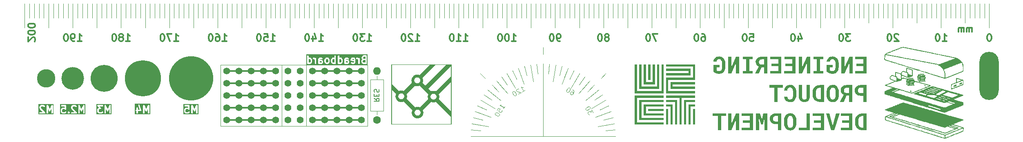
<source format=gbs>
G04 #@! TF.GenerationSoftware,KiCad,Pcbnew,9.0.5*
G04 #@! TF.CreationDate,2026-01-13T02:28:23+08:00*
G04 #@! TF.ProjectId,epd-pcb-ruler,6570642d-7063-4622-9d72-756c65722e6b,rev?*
G04 #@! TF.SameCoordinates,Original*
G04 #@! TF.FileFunction,Soldermask,Bot*
G04 #@! TF.FilePolarity,Negative*
%FSLAX46Y46*%
G04 Gerber Fmt 4.6, Leading zero omitted, Abs format (unit mm)*
G04 Created by KiCad (PCBNEW 9.0.5) date 2026-01-13 02:28:23*
%MOMM*%
%LPD*%
G01*
G04 APERTURE LIST*
G04 Aperture macros list*
%AMRoundRect*
0 Rectangle with rounded corners*
0 $1 Rounding radius*
0 $2 $3 $4 $5 $6 $7 $8 $9 X,Y pos of 4 corners*
0 Add a 4 corners polygon primitive as box body*
4,1,4,$2,$3,$4,$5,$6,$7,$8,$9,$2,$3,0*
0 Add four circle primitives for the rounded corners*
1,1,$1+$1,$2,$3*
1,1,$1+$1,$4,$5*
1,1,$1+$1,$6,$7*
1,1,$1+$1,$8,$9*
0 Add four rect primitives between the rounded corners*
20,1,$1+$1,$2,$3,$4,$5,0*
20,1,$1+$1,$4,$5,$6,$7,0*
20,1,$1+$1,$6,$7,$8,$9,0*
20,1,$1+$1,$8,$9,$2,$3,0*%
G04 Aperture macros list end*
%ADD10C,0.100000*%
%ADD11C,0.000000*%
%ADD12C,0.300000*%
%ADD13C,0.150000*%
%ADD14C,0.120000*%
%ADD15C,1.400000*%
%ADD16RoundRect,2.000000X-0.000010X-3.000000X0.000010X-3.000000X0.000010X3.000000X-0.000010X3.000000X0*%
%ADD17C,9.200000*%
%ADD18C,3.800000*%
%ADD19C,1.600000*%
%ADD20O,1.600000X1.600000*%
%ADD21C,5.600000*%
%ADD22C,4.700000*%
%ADD23C,7.500000*%
G04 APERTURE END LIST*
D10*
X94560000Y-86820000D02*
X94560000Y-83820000D01*
X231560000Y-87820000D02*
X231560000Y-83820000D01*
X154708977Y-103863506D02*
X156347281Y-102716353D01*
X150560000Y-100061670D02*
X151560000Y-98329619D01*
X52560000Y-86820000D02*
X52560000Y-83820000D01*
X154019292Y-105570000D02*
X157050381Y-103820000D01*
X203560000Y-86820000D02*
X203560000Y-83820000D01*
D11*
G36*
X118912881Y-106475175D02*
G01*
X118909841Y-106517684D01*
X118904773Y-106560035D01*
X118897679Y-106602147D01*
X118888557Y-106643941D01*
X118877409Y-106685338D01*
X118864233Y-106726259D01*
X118849031Y-106766623D01*
X118831801Y-106806351D01*
X118812544Y-106845365D01*
X118791261Y-106883584D01*
X118767950Y-106920928D01*
X118742613Y-106957320D01*
X118715248Y-106992679D01*
X118685856Y-107026925D01*
X118654438Y-107059979D01*
X118622310Y-107090470D01*
X118588967Y-107119168D01*
X118554468Y-107146051D01*
X118518869Y-107171094D01*
X118482228Y-107194273D01*
X118444601Y-107215563D01*
X118406046Y-107234940D01*
X118366620Y-107252381D01*
X118326380Y-107267861D01*
X118285384Y-107281355D01*
X118243688Y-107292839D01*
X118201349Y-107302290D01*
X118158425Y-107309683D01*
X118114973Y-107314993D01*
X118071050Y-107318198D01*
X118026714Y-107319271D01*
X118026714Y-107318609D01*
X117982487Y-107317536D01*
X117938646Y-107314332D01*
X117895253Y-107309021D01*
X117852368Y-107301628D01*
X117810053Y-107292177D01*
X117768369Y-107280693D01*
X117727377Y-107267199D01*
X117687138Y-107251719D01*
X117647713Y-107234279D01*
X117609162Y-107214901D01*
X117571548Y-107193611D01*
X117534930Y-107170432D01*
X117499371Y-107145389D01*
X117464931Y-107118506D01*
X117431670Y-107089808D01*
X117399652Y-107059318D01*
X117369161Y-107027299D01*
X117340463Y-106994039D01*
X117313580Y-106959598D01*
X117288537Y-106924039D01*
X117265358Y-106887421D01*
X117244068Y-106849807D01*
X117224691Y-106811257D01*
X117207250Y-106771831D01*
X117191770Y-106731592D01*
X117178276Y-106690600D01*
X117166792Y-106648916D01*
X117157341Y-106606601D01*
X117149948Y-106563716D01*
X117144637Y-106520323D01*
X117141433Y-106476482D01*
X117140376Y-106432918D01*
X117411557Y-106432918D01*
X117412306Y-106463676D01*
X117414540Y-106494159D01*
X117418241Y-106524325D01*
X117423391Y-106554130D01*
X117429971Y-106583532D01*
X117437963Y-106612488D01*
X117447348Y-106640956D01*
X117458108Y-106668893D01*
X117470224Y-106696256D01*
X117483678Y-106723003D01*
X117498453Y-106749091D01*
X117514528Y-106774478D01*
X117531886Y-106799120D01*
X117550509Y-106822976D01*
X117570378Y-106846002D01*
X117591474Y-106868156D01*
X117613737Y-106889253D01*
X117636845Y-106909122D01*
X117660756Y-106927745D01*
X117685432Y-106945103D01*
X117710833Y-106961178D01*
X117736919Y-106975953D01*
X117763650Y-106989407D01*
X117790987Y-107001524D01*
X117818889Y-107012283D01*
X117847318Y-107021668D01*
X117876233Y-107029660D01*
X117905595Y-107036240D01*
X117935363Y-107041390D01*
X117965499Y-107045091D01*
X117995963Y-107047325D01*
X118026714Y-107048074D01*
X118057472Y-107047325D01*
X118087956Y-107045091D01*
X118118121Y-107041390D01*
X118147926Y-107036240D01*
X118177328Y-107029660D01*
X118206284Y-107021668D01*
X118234752Y-107012283D01*
X118262689Y-107001524D01*
X118290053Y-106989407D01*
X118316800Y-106975953D01*
X118342888Y-106961178D01*
X118368275Y-106945103D01*
X118392917Y-106927745D01*
X118416773Y-106909122D01*
X118439799Y-106889253D01*
X118461954Y-106868156D01*
X118483760Y-106845215D01*
X118504160Y-106821450D01*
X118523153Y-106796914D01*
X118540739Y-106771664D01*
X118556919Y-106745753D01*
X118571691Y-106719238D01*
X118585056Y-106692173D01*
X118597015Y-106664613D01*
X118607567Y-106636614D01*
X118616711Y-106608229D01*
X118624449Y-106579514D01*
X118630780Y-106550525D01*
X118635704Y-106521315D01*
X118639222Y-106491941D01*
X118641332Y-106462456D01*
X118642035Y-106432917D01*
X118641332Y-106403378D01*
X118639222Y-106373893D01*
X118635704Y-106344519D01*
X118630780Y-106315309D01*
X118624449Y-106286320D01*
X118616711Y-106257605D01*
X118607567Y-106229221D01*
X118597015Y-106201221D01*
X118585056Y-106173661D01*
X118571691Y-106146596D01*
X118556919Y-106120081D01*
X118540739Y-106094171D01*
X118523153Y-106068920D01*
X118504160Y-106044385D01*
X118483760Y-106020619D01*
X118461954Y-105997678D01*
X118439690Y-105976581D01*
X118416583Y-105956713D01*
X118392671Y-105938090D01*
X118367995Y-105920731D01*
X118342595Y-105904656D01*
X118316509Y-105889882D01*
X118289778Y-105876427D01*
X118262441Y-105864311D01*
X118234538Y-105853551D01*
X118206110Y-105844166D01*
X118177195Y-105836174D01*
X118147833Y-105829594D01*
X118118064Y-105824445D01*
X118087928Y-105820743D01*
X118057465Y-105818509D01*
X118026714Y-105817760D01*
X117995955Y-105818509D01*
X117965472Y-105820743D01*
X117935307Y-105824445D01*
X117905502Y-105829594D01*
X117876100Y-105836174D01*
X117847143Y-105844166D01*
X117818675Y-105853551D01*
X117790738Y-105864311D01*
X117763375Y-105876427D01*
X117736628Y-105889882D01*
X117710540Y-105904656D01*
X117685153Y-105920731D01*
X117660511Y-105938090D01*
X117636655Y-105956713D01*
X117613628Y-105976581D01*
X117591474Y-105997678D01*
X117570378Y-106019941D01*
X117550509Y-106043048D01*
X117531886Y-106066959D01*
X117514528Y-106091635D01*
X117498453Y-106117036D01*
X117483678Y-106143122D01*
X117470224Y-106169853D01*
X117458108Y-106197189D01*
X117447348Y-106225092D01*
X117437963Y-106253521D01*
X117429971Y-106282436D01*
X117423391Y-106311798D01*
X117418241Y-106341566D01*
X117414540Y-106371703D01*
X117412306Y-106402166D01*
X117411557Y-106432918D01*
X117140376Y-106432918D01*
X117140360Y-106432255D01*
X117141433Y-106388027D01*
X117144637Y-106344186D01*
X117149948Y-106300793D01*
X117157341Y-106257909D01*
X117166792Y-106215594D01*
X117178276Y-106173910D01*
X117191770Y-106132918D01*
X117207250Y-106092679D01*
X117224691Y-106053253D01*
X117244068Y-106014703D01*
X117265358Y-105977089D01*
X117288537Y-105940471D01*
X117313580Y-105904912D01*
X117340463Y-105870472D01*
X117369161Y-105837212D01*
X117399652Y-105805193D01*
X117431663Y-105774703D01*
X117464903Y-105746004D01*
X117499314Y-105719121D01*
X117534837Y-105694078D01*
X117571414Y-105670900D01*
X117608988Y-105649609D01*
X117647499Y-105630232D01*
X117686890Y-105612791D01*
X117727102Y-105597312D01*
X117768079Y-105583818D01*
X117809760Y-105572333D01*
X117852089Y-105562882D01*
X117895007Y-105555489D01*
X117938456Y-105550179D01*
X117982377Y-105546975D01*
X118026714Y-105545901D01*
X118071058Y-105546975D01*
X118115000Y-105550179D01*
X118158482Y-105555489D01*
X118201442Y-105562882D01*
X118243821Y-105572333D01*
X118285558Y-105583818D01*
X118326594Y-105597312D01*
X118366869Y-105612791D01*
X118406321Y-105630232D01*
X118444892Y-105649609D01*
X118482521Y-105670900D01*
X118519149Y-105694078D01*
X118554714Y-105719121D01*
X118589157Y-105746004D01*
X118622419Y-105774703D01*
X118654438Y-105805193D01*
X118685856Y-105838247D01*
X118715248Y-105872494D01*
X118742613Y-105907852D01*
X118767950Y-105944244D01*
X118791261Y-105981589D01*
X118812544Y-106019808D01*
X118831801Y-106058821D01*
X118849031Y-106098550D01*
X118864233Y-106138914D01*
X118877409Y-106179834D01*
X118888557Y-106221231D01*
X118897679Y-106263025D01*
X118904773Y-106305137D01*
X118909841Y-106347488D01*
X118912881Y-106389997D01*
X118913895Y-106432586D01*
X118913887Y-106432917D01*
X118912881Y-106475175D01*
G37*
D10*
X127560000Y-86820000D02*
X127560000Y-83820000D01*
D11*
G36*
X125060000Y-108920000D02*
G01*
X112572990Y-108920000D01*
X112572990Y-96565282D01*
X112705282Y-96565282D01*
X112705282Y-108787708D01*
X124927708Y-108787708D01*
X124927708Y-96565282D01*
X112705282Y-96565282D01*
X112572990Y-96565282D01*
X112572990Y-96432990D01*
X125060000Y-96432990D01*
X125060000Y-108787708D01*
X125060000Y-108920000D01*
G37*
D10*
X236560000Y-88820000D02*
X236560000Y-83820000D01*
X36560000Y-88820000D02*
X36560000Y-83820000D01*
X69560000Y-86820000D02*
X69560000Y-83820000D01*
X142926975Y-98369469D02*
X142752664Y-96377080D01*
X229560000Y-86820000D02*
X229560000Y-83820000D01*
X141802573Y-98517500D02*
X141455277Y-96547884D01*
X149810000Y-101360708D02*
X151560000Y-98329619D01*
X110560000Y-86820000D02*
X110560000Y-83820000D01*
X164560000Y-86820000D02*
X164560000Y-83820000D01*
X131257500Y-109062573D02*
X129287884Y-108715277D01*
D11*
G36*
X169079254Y-102438004D02*
G01*
X163060000Y-102438015D01*
X163060000Y-96418758D01*
X163523020Y-96418758D01*
X163523020Y-101974987D01*
X168616234Y-101974987D01*
X168616234Y-96418753D01*
X169079254Y-96418753D01*
X169079254Y-102438004D01*
G37*
D10*
X112560000Y-86820000D02*
X112560000Y-83820000D01*
X152869511Y-103927943D02*
X155550667Y-101678186D01*
X85560000Y-86820000D02*
X85560000Y-83820000D01*
X107560000Y-86820000D02*
X107560000Y-83820000D01*
X122560000Y-86820000D02*
X122560000Y-83820000D01*
X68560000Y-86820000D02*
X68560000Y-83820000D01*
X44560000Y-86820000D02*
X44560000Y-83820000D01*
X115560000Y-86820000D02*
X115560000Y-83820000D01*
D11*
G36*
X170931334Y-108920011D02*
G01*
X170468316Y-108920011D01*
X170468316Y-105215851D01*
X169542276Y-105215851D01*
X169542276Y-104752834D01*
X170931334Y-104752834D01*
X170931334Y-108920011D01*
G37*
D10*
X221560000Y-87820000D02*
X221560000Y-83820000D01*
X61560000Y-88820000D02*
X61560000Y-83820000D01*
X40560000Y-86820000D02*
X40560000Y-83820000D01*
X88560000Y-86820000D02*
X88560000Y-83820000D01*
X97560000Y-86820000D02*
X97560000Y-83820000D01*
X133560000Y-86820000D02*
X133560000Y-83820000D01*
X151560000Y-88820000D02*
X151560000Y-83820000D01*
X153560000Y-86820000D02*
X153560000Y-83820000D01*
X57560000Y-86820000D02*
X57560000Y-83820000D01*
X141560000Y-88820000D02*
X141560000Y-83820000D01*
X93560000Y-86820000D02*
X93560000Y-83820000D01*
X192560000Y-86820000D02*
X192560000Y-83820000D01*
X131843996Y-106873738D02*
X129964611Y-106189698D01*
X63560000Y-86820000D02*
X63560000Y-83820000D01*
X140560000Y-86820000D02*
X140560000Y-83820000D01*
X100560000Y-86820000D02*
X100560000Y-83820000D01*
X116560000Y-88820000D02*
X116560000Y-83820000D01*
X132277999Y-105825963D02*
X130465383Y-104980726D01*
X144560000Y-86820000D02*
X144560000Y-83820000D01*
X205560000Y-86820000D02*
X205560000Y-83820000D01*
X155560000Y-86820000D02*
X155560000Y-83820000D01*
X132801670Y-104820000D02*
X131069619Y-103820000D01*
X129560000Y-86820000D02*
X129560000Y-83820000D01*
X148506262Y-99103996D02*
X149190302Y-97224611D01*
X155385289Y-109323046D02*
X158832116Y-108715277D01*
D11*
G36*
X175561526Y-103363771D02*
G01*
X172783411Y-103363771D01*
X172783411Y-108920011D01*
X172320391Y-108920011D01*
X172320391Y-103363771D01*
X169542274Y-103363771D01*
X169542274Y-102900754D01*
X175561526Y-102900754D01*
X175561526Y-103363771D01*
G37*
D10*
X102560000Y-86820000D02*
X102560000Y-83820000D01*
X162560000Y-86820000D02*
X162560000Y-83820000D01*
X147560000Y-86820000D02*
X147560000Y-83820000D01*
X134101422Y-102963761D02*
X132569333Y-101678186D01*
X156276004Y-106873738D02*
X158155389Y-106189698D01*
X172560000Y-86820000D02*
X172560000Y-83820000D01*
X204560000Y-86820000D02*
X204560000Y-83820000D01*
X178560000Y-86820000D02*
X178560000Y-83820000D01*
X165560000Y-86820000D02*
X165560000Y-83820000D01*
X193560000Y-86820000D02*
X193560000Y-83820000D01*
X185560000Y-86820000D02*
X185560000Y-83820000D01*
X139613738Y-99103996D02*
X138929698Y-97224611D01*
X169560000Y-86820000D02*
X169560000Y-83820000D01*
X150560000Y-86820000D02*
X150560000Y-83820000D01*
X188560000Y-86820000D02*
X188560000Y-83820000D01*
X225560000Y-86820000D02*
X225560000Y-83820000D01*
X157560000Y-86820000D02*
X157560000Y-83820000D01*
X234560000Y-86820000D02*
X234560000Y-83820000D01*
X146317427Y-98517500D02*
X146664723Y-96547884D01*
X154560000Y-86820000D02*
X154560000Y-83820000D01*
X158560000Y-86820000D02*
X158560000Y-83820000D01*
X54560000Y-86820000D02*
X54560000Y-83820000D01*
X156060000Y-99320000D02*
X157060000Y-98320000D01*
X130560000Y-86820000D02*
X130560000Y-83820000D01*
D11*
G36*
X171857371Y-108920011D02*
G01*
X171394351Y-108920011D01*
X171394351Y-104289817D01*
X169542274Y-104289817D01*
X169542274Y-103826799D01*
X171857371Y-103826799D01*
X171857371Y-108920011D01*
G37*
D10*
X114560000Y-86820000D02*
X114560000Y-83820000D01*
X142560000Y-86820000D02*
X142560000Y-83820000D01*
X195560000Y-86820000D02*
X195560000Y-83820000D01*
X232560000Y-86820000D02*
X232560000Y-83820000D01*
X72560000Y-86820000D02*
X72560000Y-83820000D01*
X220560000Y-86820000D02*
X220560000Y-83820000D01*
X152560000Y-86820000D02*
X152560000Y-83820000D01*
X39560000Y-86820000D02*
X39560000Y-83820000D01*
X135250489Y-103927943D02*
X132569333Y-101678186D01*
X155318330Y-104820000D02*
X157050381Y-103820000D01*
X184560000Y-86820000D02*
X184560000Y-83820000D01*
X222560000Y-86820000D02*
X222560000Y-83820000D01*
X224560000Y-86820000D02*
X224560000Y-83820000D01*
X156617035Y-107955352D02*
X158548887Y-107437714D01*
X138560000Y-86820000D02*
X138560000Y-83820000D01*
X155560000Y-111320000D02*
X159060000Y-111320000D01*
X136560000Y-88820000D02*
X136560000Y-83820000D01*
X160560000Y-86820000D02*
X160560000Y-83820000D01*
X218560000Y-86820000D02*
X218560000Y-83820000D01*
X50560000Y-86820000D02*
X50560000Y-83820000D01*
X123560000Y-86820000D02*
X123560000Y-83820000D01*
X138310000Y-101360708D02*
X136560000Y-98329619D01*
X194560000Y-86820000D02*
X194560000Y-83820000D01*
X207560000Y-86820000D02*
X207560000Y-83820000D01*
X43560000Y-86820000D02*
X43560000Y-83820000D01*
X109560000Y-86820000D02*
X109560000Y-83820000D01*
X132560000Y-111320000D02*
X129060000Y-111320000D01*
X153252388Y-102127612D02*
X154666602Y-100713398D01*
X105560000Y-86820000D02*
X105560000Y-83820000D01*
D11*
G36*
X175561526Y-104289817D02*
G01*
X173709449Y-104289817D01*
X173709449Y-108920011D01*
X173246431Y-108920011D01*
X173246431Y-103826799D01*
X175561526Y-103826799D01*
X175561526Y-104289817D01*
G37*
D10*
X89560000Y-86820000D02*
X89560000Y-83820000D01*
X96560000Y-88820000D02*
X96560000Y-83820000D01*
X113560000Y-86820000D02*
X113560000Y-83820000D01*
X146056954Y-99994711D02*
X146664723Y-96547884D01*
D11*
G36*
X166301137Y-99659890D02*
G01*
X165838117Y-99659890D01*
X165838117Y-96418758D01*
X166301137Y-96418758D01*
X166301137Y-99659890D01*
G37*
D10*
X51560000Y-88820000D02*
X51560000Y-83820000D01*
X48560000Y-86820000D02*
X48560000Y-83820000D01*
X176560000Y-88820000D02*
X176560000Y-83820000D01*
X155842001Y-105825963D02*
X157654617Y-104980726D01*
X128560000Y-86820000D02*
X128560000Y-83820000D01*
X145560000Y-86820000D02*
X145560000Y-83820000D01*
X124560000Y-86820000D02*
X124560000Y-83820000D01*
X87560000Y-86820000D02*
X87560000Y-83820000D01*
X182560000Y-86820000D02*
X182560000Y-83820000D01*
X67560000Y-86820000D02*
X67560000Y-83820000D01*
X137560000Y-100061670D02*
X136560000Y-98329619D01*
X98560000Y-86820000D02*
X98560000Y-83820000D01*
X147424648Y-98762965D02*
X147942286Y-96831113D01*
X159560000Y-86820000D02*
X159560000Y-83820000D01*
X119560000Y-86820000D02*
X119560000Y-83820000D01*
X144060000Y-111320000D02*
X144060000Y-99820000D01*
X131560000Y-88820000D02*
X131560000Y-83820000D01*
X131502965Y-107955352D02*
X129571113Y-107437714D01*
X81560000Y-88820000D02*
X81560000Y-83820000D01*
X118560000Y-86820000D02*
X118560000Y-83820000D01*
X219560000Y-86820000D02*
X219560000Y-83820000D01*
D11*
G36*
X175561526Y-105215851D02*
G01*
X174635488Y-105215851D01*
X174635488Y-108920011D01*
X174172468Y-108920011D01*
X174172468Y-104752834D01*
X175561526Y-104752834D01*
X175561526Y-105215851D01*
G37*
D10*
X132560000Y-86820000D02*
X132560000Y-83820000D01*
X78560000Y-86820000D02*
X78560000Y-83820000D01*
X143560000Y-86820000D02*
X143560000Y-83820000D01*
X144060000Y-99820000D02*
X144060000Y-96320000D01*
X135703761Y-101361422D02*
X134418186Y-99829333D01*
X210560000Y-86820000D02*
X210560000Y-83820000D01*
X38560000Y-86820000D02*
X38560000Y-83820000D01*
X144060000Y-98320000D02*
X144060000Y-96320000D01*
X90560000Y-86820000D02*
X90560000Y-83820000D01*
X64560000Y-86820000D02*
X64560000Y-83820000D01*
X86560000Y-88820000D02*
X86560000Y-83820000D01*
X151452057Y-102510489D02*
X153701814Y-99829333D01*
X212560000Y-86820000D02*
X212560000Y-83820000D01*
D11*
G36*
X175561525Y-108920011D02*
G01*
X175098506Y-108920011D01*
X175098506Y-105678868D01*
X175561525Y-105678868D01*
X175561525Y-108920011D01*
G37*
D10*
X70560000Y-86820000D02*
X70560000Y-83820000D01*
X213560000Y-86820000D02*
X213560000Y-83820000D01*
X75560000Y-86820000D02*
X75560000Y-83820000D01*
X137560000Y-86820000D02*
X137560000Y-83820000D01*
X62560000Y-86820000D02*
X62560000Y-83820000D01*
X66560000Y-88820000D02*
X66560000Y-83820000D01*
X177560000Y-86820000D02*
X177560000Y-83820000D01*
D11*
G36*
X174635486Y-98733850D02*
G01*
X169542274Y-98733855D01*
X169542274Y-98270832D01*
X174172468Y-98270832D01*
X174172468Y-97807810D01*
X169542274Y-97807810D01*
X169542274Y-97344793D01*
X174635486Y-97344793D01*
X174635486Y-98733850D01*
G37*
G36*
X169079251Y-103363771D02*
G01*
X163523022Y-103363771D01*
X163523022Y-108456983D01*
X169079251Y-108456983D01*
X169079251Y-108920000D01*
X163060000Y-108920000D01*
X163060000Y-102900754D01*
X169079251Y-102900754D01*
X169079251Y-103363771D01*
G37*
D10*
X134100708Y-105570000D02*
X131069619Y-103820000D01*
X151516494Y-100671023D02*
X152663647Y-99032719D01*
X55560000Y-86820000D02*
X55560000Y-83820000D01*
X175560000Y-86820000D02*
X175560000Y-83820000D01*
X60560000Y-86820000D02*
X60560000Y-83820000D01*
X148560000Y-86820000D02*
X148560000Y-83820000D01*
X134560000Y-86820000D02*
X134560000Y-83820000D01*
D11*
G36*
X115539443Y-103102399D02*
G01*
X115536403Y-103144908D01*
X115531335Y-103187258D01*
X115524241Y-103229370D01*
X115515119Y-103271165D01*
X115503970Y-103312562D01*
X115490795Y-103353482D01*
X115475592Y-103393846D01*
X115458363Y-103433575D01*
X115439106Y-103472588D01*
X115417823Y-103510807D01*
X115394512Y-103548152D01*
X115369175Y-103584543D01*
X115341810Y-103619902D01*
X115312418Y-103654148D01*
X115281000Y-103687203D01*
X115248988Y-103717693D01*
X115215748Y-103746392D01*
X115181337Y-103773275D01*
X115145814Y-103798317D01*
X115109237Y-103821496D01*
X115071664Y-103842786D01*
X115033153Y-103862164D01*
X114993762Y-103879605D01*
X114953549Y-103895084D01*
X114912573Y-103908578D01*
X114870891Y-103920063D01*
X114828563Y-103929514D01*
X114785645Y-103936906D01*
X114742196Y-103942217D01*
X114698274Y-103945421D01*
X114653938Y-103946495D01*
X114609594Y-103945421D01*
X114565651Y-103942217D01*
X114522169Y-103936906D01*
X114479209Y-103929514D01*
X114436830Y-103920063D01*
X114395092Y-103908578D01*
X114354056Y-103895084D01*
X114313782Y-103879605D01*
X114274329Y-103862164D01*
X114235758Y-103842786D01*
X114198129Y-103821496D01*
X114161502Y-103798317D01*
X114125937Y-103773275D01*
X114091493Y-103746392D01*
X114058232Y-103717693D01*
X114026213Y-103687203D01*
X113994795Y-103654148D01*
X113965403Y-103619902D01*
X113938038Y-103584543D01*
X113912701Y-103548152D01*
X113889390Y-103510807D01*
X113868107Y-103472588D01*
X113848850Y-103433575D01*
X113831621Y-103393846D01*
X113816418Y-103353482D01*
X113803242Y-103312562D01*
X113792094Y-103271165D01*
X113782972Y-103229370D01*
X113775878Y-103187258D01*
X113770810Y-103144908D01*
X113767770Y-103102399D01*
X113766764Y-103060141D01*
X114038616Y-103060141D01*
X114039319Y-103089680D01*
X114041430Y-103119165D01*
X114044947Y-103148539D01*
X114049871Y-103177749D01*
X114056202Y-103206738D01*
X114063940Y-103235453D01*
X114073085Y-103263838D01*
X114083637Y-103291837D01*
X114095595Y-103319397D01*
X114108961Y-103346462D01*
X114123733Y-103372977D01*
X114139912Y-103398888D01*
X114157498Y-103424138D01*
X114176491Y-103448674D01*
X114196891Y-103472439D01*
X114218698Y-103495380D01*
X114240852Y-103516477D01*
X114263879Y-103536346D01*
X114287735Y-103554968D01*
X114312377Y-103572327D01*
X114337764Y-103588402D01*
X114363852Y-103603176D01*
X114390599Y-103616631D01*
X114417962Y-103628747D01*
X114445899Y-103639507D01*
X114474367Y-103648892D01*
X114503324Y-103656883D01*
X114532725Y-103663463D01*
X114562531Y-103668613D01*
X114592696Y-103672314D01*
X114623179Y-103674548D01*
X114653938Y-103675297D01*
X114684696Y-103674548D01*
X114715180Y-103672314D01*
X114745345Y-103668613D01*
X114775150Y-103663463D01*
X114804552Y-103656883D01*
X114833508Y-103648892D01*
X114861976Y-103639507D01*
X114889913Y-103628747D01*
X114917276Y-103616631D01*
X114944023Y-103603176D01*
X114970112Y-103588402D01*
X114995498Y-103572327D01*
X115020141Y-103554968D01*
X115043997Y-103536346D01*
X115067023Y-103516477D01*
X115089178Y-103495380D01*
X115110984Y-103472439D01*
X115131384Y-103448674D01*
X115150377Y-103424138D01*
X115167964Y-103398887D01*
X115184143Y-103372977D01*
X115198915Y-103346462D01*
X115212281Y-103319397D01*
X115224239Y-103291837D01*
X115234791Y-103263837D01*
X115243936Y-103235453D01*
X115251674Y-103206738D01*
X115258005Y-103177748D01*
X115262929Y-103148539D01*
X115266446Y-103119164D01*
X115268556Y-103089680D01*
X115269260Y-103060141D01*
X115268556Y-103030601D01*
X115266446Y-103001117D01*
X115262929Y-102971742D01*
X115258005Y-102942533D01*
X115251674Y-102913543D01*
X115243936Y-102884829D01*
X115234791Y-102856444D01*
X115224239Y-102828444D01*
X115212281Y-102800884D01*
X115198915Y-102773819D01*
X115184143Y-102747304D01*
X115167964Y-102721394D01*
X115150377Y-102696144D01*
X115131384Y-102671608D01*
X115110984Y-102647842D01*
X115089178Y-102624901D01*
X115066914Y-102603805D01*
X115043807Y-102583936D01*
X115019895Y-102565313D01*
X114995219Y-102547955D01*
X114969819Y-102531880D01*
X114943733Y-102517105D01*
X114917002Y-102503651D01*
X114889665Y-102491535D01*
X114861763Y-102480775D01*
X114833334Y-102471390D01*
X114804419Y-102463398D01*
X114775057Y-102456818D01*
X114745288Y-102451669D01*
X114715153Y-102447967D01*
X114684689Y-102445733D01*
X114653938Y-102444984D01*
X114623179Y-102445733D01*
X114592696Y-102447967D01*
X114562531Y-102451669D01*
X114532725Y-102456818D01*
X114503324Y-102463398D01*
X114474367Y-102471390D01*
X114445899Y-102480775D01*
X114417962Y-102491535D01*
X114390599Y-102503651D01*
X114363852Y-102517105D01*
X114337764Y-102531880D01*
X114312377Y-102547955D01*
X114287735Y-102565313D01*
X114263879Y-102583936D01*
X114240852Y-102603805D01*
X114218698Y-102624901D01*
X114196891Y-102647842D01*
X114176491Y-102671608D01*
X114157498Y-102696144D01*
X114139912Y-102721394D01*
X114123733Y-102747304D01*
X114108961Y-102773820D01*
X114095595Y-102800885D01*
X114083637Y-102828444D01*
X114073085Y-102856444D01*
X114063940Y-102884829D01*
X114056202Y-102913544D01*
X114049871Y-102942533D01*
X114044947Y-102971743D01*
X114041430Y-103001117D01*
X114039319Y-103030602D01*
X114038616Y-103060141D01*
X113766764Y-103060141D01*
X113766756Y-103059810D01*
X113767770Y-103017221D01*
X113770810Y-102974712D01*
X113775878Y-102932361D01*
X113782972Y-102890249D01*
X113792094Y-102848455D01*
X113803242Y-102807058D01*
X113816418Y-102766137D01*
X113831621Y-102725773D01*
X113848850Y-102686045D01*
X113868107Y-102647031D01*
X113889390Y-102608812D01*
X113912701Y-102571467D01*
X113938038Y-102535076D01*
X113965403Y-102499717D01*
X113994795Y-102465471D01*
X114026213Y-102432416D01*
X114058240Y-102401926D01*
X114091521Y-102373228D01*
X114125993Y-102346345D01*
X114161595Y-102321302D01*
X114198263Y-102298123D01*
X114235933Y-102276833D01*
X114274543Y-102257456D01*
X114314031Y-102240015D01*
X114354332Y-102224535D01*
X114395384Y-102211041D01*
X114437124Y-102199557D01*
X114479488Y-102190106D01*
X114522415Y-102182713D01*
X114565841Y-102177403D01*
X114609703Y-102174199D01*
X114653938Y-102173125D01*
X114698165Y-102174199D01*
X114742006Y-102177403D01*
X114785399Y-102182713D01*
X114828284Y-102190106D01*
X114870598Y-102199557D01*
X114912282Y-102211041D01*
X114953275Y-102224535D01*
X114993514Y-102240015D01*
X115032939Y-102257456D01*
X115071490Y-102276833D01*
X115109104Y-102298123D01*
X115145721Y-102321302D01*
X115181281Y-102346345D01*
X115215721Y-102373228D01*
X115248981Y-102401926D01*
X115281000Y-102432416D01*
X115312418Y-102465471D01*
X115341810Y-102499717D01*
X115369175Y-102535076D01*
X115394512Y-102571467D01*
X115417823Y-102608812D01*
X115439106Y-102647031D01*
X115458363Y-102686045D01*
X115475592Y-102725773D01*
X115490795Y-102766137D01*
X115503970Y-102807058D01*
X115515119Y-102848455D01*
X115524241Y-102890249D01*
X115531335Y-102932361D01*
X115536403Y-102974712D01*
X115539443Y-103017221D01*
X115540457Y-103059810D01*
X115540449Y-103060141D01*
X115539443Y-103102399D01*
G37*
D10*
X47560000Y-86820000D02*
X47560000Y-83820000D01*
X161560000Y-88820000D02*
X161560000Y-83820000D01*
X125560000Y-86820000D02*
X125560000Y-83820000D01*
X171560000Y-88820000D02*
X171560000Y-83820000D01*
D11*
G36*
X119162934Y-99752270D02*
G01*
X119161283Y-99815472D01*
X119156330Y-99878541D01*
X119148074Y-99941336D01*
X119136517Y-100003718D01*
X119121657Y-100065545D01*
X119103496Y-100126678D01*
X119082032Y-100186975D01*
X119057266Y-100246297D01*
X119647948Y-100836979D01*
X123985130Y-96499136D01*
X124993854Y-96499136D01*
X124993854Y-96694927D01*
X120249875Y-101438907D01*
X120840558Y-102029589D01*
X120899763Y-102004823D01*
X120959960Y-101983359D01*
X121021007Y-101965197D01*
X121082765Y-101950338D01*
X121145092Y-101938781D01*
X121207849Y-101930525D01*
X121270894Y-101925572D01*
X121334088Y-101923921D01*
X121397289Y-101925572D01*
X121460358Y-101930525D01*
X121523154Y-101938781D01*
X121585535Y-101950338D01*
X121647363Y-101965197D01*
X121708495Y-101983359D01*
X121768793Y-102004823D01*
X121828115Y-102029589D01*
X124993854Y-98863188D01*
X124993854Y-100067703D01*
X122430042Y-102631515D01*
X122454808Y-102690721D01*
X122476272Y-102750918D01*
X122494433Y-102811965D01*
X122509293Y-102873723D01*
X122520850Y-102936050D01*
X122529106Y-102998807D01*
X122534059Y-103061853D01*
X122535708Y-103124963D01*
X122535710Y-103125046D01*
X122534059Y-103188248D01*
X122529106Y-103251316D01*
X122520850Y-103314112D01*
X122509293Y-103376493D01*
X122494433Y-103438321D01*
X122476272Y-103499454D01*
X122454808Y-103559751D01*
X122430042Y-103619073D01*
X124993854Y-106182224D01*
X124993854Y-107386740D01*
X121828115Y-104221001D01*
X121768785Y-104245759D01*
X121708466Y-104267200D01*
X121647297Y-104285326D01*
X121585422Y-104300138D01*
X121522980Y-104311635D01*
X121460114Y-104319820D01*
X121396965Y-104324693D01*
X121333675Y-104326255D01*
X121270384Y-104324507D01*
X121207235Y-104319451D01*
X121144369Y-104311086D01*
X121081928Y-104299414D01*
X121020052Y-104284437D01*
X120958883Y-104266154D01*
X120898564Y-104244568D01*
X120839234Y-104219678D01*
X120812776Y-104246136D01*
X120814099Y-104247459D01*
X119149209Y-105912350D01*
X119147886Y-105911027D01*
X119121428Y-105937485D01*
X119155588Y-106021521D01*
X119183159Y-106107423D01*
X119204139Y-106194789D01*
X119218527Y-106283220D01*
X119226323Y-106372319D01*
X119227139Y-106432917D01*
X119227526Y-106461685D01*
X119222133Y-106550919D01*
X119210146Y-106639622D01*
X119191561Y-106727395D01*
X119166380Y-106813839D01*
X119134599Y-106898554D01*
X119096220Y-106981142D01*
X119051240Y-107061202D01*
X118999659Y-107138336D01*
X118941475Y-107212145D01*
X118876688Y-107282229D01*
X118831879Y-107324822D01*
X118785457Y-107364666D01*
X118737530Y-107401763D01*
X118688205Y-107436111D01*
X118637589Y-107467712D01*
X118585792Y-107496565D01*
X118532919Y-107522670D01*
X118479079Y-107546027D01*
X118424380Y-107566636D01*
X118368929Y-107584498D01*
X118312834Y-107599611D01*
X118256203Y-107611977D01*
X118199143Y-107621594D01*
X118141761Y-107628464D01*
X118084167Y-107632586D01*
X118026466Y-107633960D01*
X117968768Y-107632586D01*
X117911179Y-107628464D01*
X117853807Y-107621594D01*
X117796761Y-107611977D01*
X117740147Y-107599611D01*
X117684073Y-107584498D01*
X117628647Y-107566636D01*
X117573977Y-107546027D01*
X117520170Y-107522670D01*
X117467335Y-107496565D01*
X117415578Y-107467712D01*
X117365007Y-107436111D01*
X117315730Y-107401763D01*
X117267855Y-107364666D01*
X117221489Y-107324822D01*
X117176741Y-107282229D01*
X117143580Y-107247738D01*
X117112062Y-107212262D01*
X117082188Y-107175850D01*
X117053957Y-107138555D01*
X117002426Y-107061509D01*
X116957467Y-106981524D01*
X116919082Y-106899001D01*
X116887270Y-106814339D01*
X116862031Y-106727939D01*
X116843365Y-106640201D01*
X116831273Y-106551525D01*
X116825754Y-106462311D01*
X116826101Y-106432917D01*
X117275793Y-106432917D01*
X117276652Y-106468966D01*
X117279227Y-106504947D01*
X117283520Y-106540795D01*
X117289529Y-106576441D01*
X117297255Y-106611818D01*
X117306698Y-106646861D01*
X117317859Y-106681500D01*
X117330736Y-106715670D01*
X117345330Y-106749303D01*
X117361641Y-106782332D01*
X117379669Y-106814691D01*
X117399414Y-106846311D01*
X117420876Y-106877126D01*
X117444055Y-106907068D01*
X117468950Y-106936072D01*
X117495563Y-106964068D01*
X117523560Y-106990681D01*
X117552563Y-107015577D01*
X117582506Y-107038755D01*
X117613321Y-107060217D01*
X117644941Y-107079962D01*
X117677299Y-107097990D01*
X117710328Y-107114301D01*
X117743961Y-107128895D01*
X117778131Y-107141772D01*
X117812771Y-107152932D01*
X117847813Y-107162375D01*
X117883190Y-107170102D01*
X117918836Y-107176111D01*
X117954684Y-107180403D01*
X117990665Y-107182979D01*
X118026714Y-107183837D01*
X118062763Y-107182979D01*
X118098744Y-107180403D01*
X118134591Y-107176111D01*
X118170237Y-107170102D01*
X118205615Y-107162375D01*
X118240657Y-107152932D01*
X118275297Y-107141772D01*
X118309467Y-107128895D01*
X118343100Y-107114301D01*
X118376129Y-107097990D01*
X118408487Y-107079962D01*
X118440107Y-107060217D01*
X118470922Y-107038755D01*
X118500865Y-107015577D01*
X118529868Y-106990681D01*
X118557865Y-106964068D01*
X118584477Y-106936072D01*
X118609373Y-106907068D01*
X118632552Y-106877126D01*
X118654014Y-106846311D01*
X118673759Y-106814691D01*
X118691787Y-106782332D01*
X118708098Y-106749303D01*
X118722692Y-106715670D01*
X118735569Y-106681500D01*
X118746729Y-106646861D01*
X118756172Y-106611818D01*
X118763899Y-106576441D01*
X118769908Y-106540795D01*
X118774200Y-106504947D01*
X118776776Y-106468966D01*
X118777634Y-106432917D01*
X118776776Y-106396868D01*
X118774200Y-106360887D01*
X118769908Y-106325039D01*
X118763899Y-106289393D01*
X118756172Y-106254016D01*
X118746729Y-106218974D01*
X118735569Y-106184334D01*
X118722692Y-106150164D01*
X118708098Y-106116531D01*
X118691787Y-106083502D01*
X118673759Y-106051144D01*
X118654014Y-106019523D01*
X118632552Y-105988708D01*
X118609373Y-105958766D01*
X118584477Y-105929763D01*
X118557865Y-105901766D01*
X118529868Y-105875153D01*
X118500865Y-105850257D01*
X118470922Y-105827079D01*
X118440107Y-105805617D01*
X118408487Y-105785872D01*
X118376129Y-105767844D01*
X118343100Y-105751533D01*
X118309467Y-105736939D01*
X118275297Y-105724062D01*
X118240657Y-105712902D01*
X118205615Y-105703459D01*
X118170237Y-105695733D01*
X118134591Y-105689723D01*
X118098744Y-105685431D01*
X118062763Y-105682855D01*
X118026714Y-105681997D01*
X117990665Y-105682855D01*
X117954684Y-105685431D01*
X117918836Y-105689723D01*
X117883190Y-105695733D01*
X117847813Y-105703459D01*
X117812771Y-105712902D01*
X117778131Y-105724062D01*
X117743961Y-105736939D01*
X117710328Y-105751533D01*
X117677299Y-105767844D01*
X117644941Y-105785872D01*
X117613321Y-105805617D01*
X117582506Y-105827079D01*
X117552563Y-105850257D01*
X117523560Y-105875153D01*
X117495563Y-105901766D01*
X117468950Y-105929763D01*
X117444055Y-105958766D01*
X117420876Y-105988708D01*
X117399414Y-106019523D01*
X117379669Y-106051144D01*
X117361641Y-106083502D01*
X117345330Y-106116531D01*
X117330736Y-106150164D01*
X117317859Y-106184334D01*
X117306698Y-106218974D01*
X117297255Y-106254016D01*
X117289529Y-106289393D01*
X117283520Y-106325039D01*
X117279227Y-106360887D01*
X117276652Y-106396868D01*
X117275793Y-106432917D01*
X116826101Y-106432917D01*
X116826808Y-106372960D01*
X116834436Y-106283872D01*
X116848636Y-106195446D01*
X116869410Y-106108083D01*
X116896758Y-106022183D01*
X116930678Y-105938147D01*
X115147387Y-104154855D01*
X115063358Y-104188783D01*
X114977477Y-104216150D01*
X114890144Y-104236953D01*
X114801754Y-104251190D01*
X114712706Y-104258858D01*
X114623395Y-104259953D01*
X114534221Y-104254473D01*
X114445579Y-104242415D01*
X114357868Y-104223777D01*
X114271484Y-104198554D01*
X114186825Y-104166744D01*
X114104288Y-104128345D01*
X114024270Y-104083353D01*
X113947168Y-104031766D01*
X113873380Y-103973580D01*
X113803303Y-103908792D01*
X113770084Y-103874243D01*
X113738516Y-103838716D01*
X113708598Y-103802261D01*
X113680330Y-103764928D01*
X113653712Y-103726766D01*
X113628743Y-103687826D01*
X113583751Y-103607808D01*
X113545351Y-103525271D01*
X113513542Y-103440612D01*
X113488319Y-103354228D01*
X113469680Y-103266516D01*
X113457622Y-103177875D01*
X113452143Y-103088700D01*
X113452493Y-103060141D01*
X113903265Y-103060141D01*
X113904107Y-103096190D01*
X113906665Y-103132171D01*
X113910938Y-103168018D01*
X113916927Y-103203664D01*
X113924633Y-103239042D01*
X113934056Y-103274084D01*
X113945196Y-103308724D01*
X113958053Y-103342894D01*
X113972628Y-103376527D01*
X113988922Y-103409556D01*
X114006934Y-103441914D01*
X114026665Y-103473534D01*
X114048116Y-103504349D01*
X114071286Y-103534292D01*
X114096176Y-103563295D01*
X114122787Y-103591292D01*
X114150786Y-103617905D01*
X114179794Y-103642800D01*
X114209745Y-103665979D01*
X114240572Y-103687441D01*
X114272205Y-103707186D01*
X114304579Y-103725214D01*
X114337626Y-103741525D01*
X114371278Y-103756119D01*
X114405467Y-103768996D01*
X114440127Y-103780156D01*
X114475190Y-103789599D01*
X114510588Y-103797326D01*
X114546254Y-103803335D01*
X114582121Y-103807627D01*
X114618120Y-103810203D01*
X114654185Y-103811061D01*
X114690248Y-103810203D01*
X114726242Y-103807627D01*
X114762099Y-103803335D01*
X114797752Y-103797326D01*
X114833132Y-103789599D01*
X114868174Y-103780156D01*
X114902809Y-103768996D01*
X114936969Y-103756119D01*
X114970588Y-103741525D01*
X115003598Y-103725214D01*
X115035931Y-103707186D01*
X115067521Y-103687441D01*
X115098299Y-103665979D01*
X115128198Y-103642800D01*
X115157150Y-103617905D01*
X115185089Y-103591292D01*
X115211701Y-103563295D01*
X115220033Y-103553589D01*
X115749975Y-103553589D01*
X117533266Y-105336881D01*
X117592595Y-105312122D01*
X117652915Y-105290680D01*
X117714083Y-105272554D01*
X117775959Y-105257743D01*
X117838401Y-105246246D01*
X117901267Y-105238061D01*
X117964416Y-105233188D01*
X118027706Y-105231626D01*
X118090996Y-105233374D01*
X118154145Y-105238430D01*
X118217011Y-105246795D01*
X118279453Y-105258467D01*
X118341328Y-105273444D01*
X118402497Y-105291727D01*
X118462816Y-105313314D01*
X118522146Y-105338203D01*
X118548605Y-105311746D01*
X118547282Y-105310422D01*
X120212172Y-103645532D01*
X120213495Y-103646854D01*
X120239953Y-103620396D01*
X120215063Y-103561067D01*
X120193477Y-103500747D01*
X120175194Y-103439579D01*
X120160216Y-103377703D01*
X120148545Y-103315261D01*
X120140180Y-103252395D01*
X120135124Y-103189247D01*
X120133376Y-103125956D01*
X120133401Y-103124963D01*
X120583746Y-103124963D01*
X120584605Y-103161012D01*
X120587180Y-103196994D01*
X120591473Y-103232841D01*
X120597482Y-103268487D01*
X120605208Y-103303865D01*
X120614652Y-103338907D01*
X120625812Y-103373546D01*
X120638689Y-103407716D01*
X120653283Y-103441349D01*
X120669594Y-103474379D01*
X120687622Y-103506737D01*
X120707367Y-103538357D01*
X120728829Y-103569172D01*
X120752007Y-103599114D01*
X120770275Y-103620396D01*
X120776903Y-103628118D01*
X120803516Y-103656114D01*
X120831513Y-103682727D01*
X120860516Y-103707623D01*
X120890459Y-103730802D01*
X120921274Y-103752264D01*
X120952894Y-103772009D01*
X120985252Y-103790037D01*
X121018281Y-103806348D01*
X121051914Y-103820942D01*
X121086084Y-103833819D01*
X121120724Y-103844979D01*
X121155766Y-103854422D01*
X121191143Y-103862148D01*
X121226789Y-103868158D01*
X121262637Y-103872450D01*
X121298618Y-103875026D01*
X121334667Y-103875884D01*
X121370716Y-103875026D01*
X121406697Y-103872450D01*
X121442544Y-103868158D01*
X121478191Y-103862148D01*
X121513568Y-103854422D01*
X121548610Y-103844979D01*
X121583250Y-103833819D01*
X121617420Y-103820942D01*
X121651053Y-103806348D01*
X121684082Y-103790037D01*
X121716440Y-103772009D01*
X121748060Y-103752264D01*
X121778875Y-103730802D01*
X121808818Y-103707623D01*
X121837821Y-103682727D01*
X121865818Y-103656114D01*
X121892431Y-103628118D01*
X121917326Y-103599114D01*
X121940505Y-103569172D01*
X121961967Y-103538357D01*
X121981712Y-103506737D01*
X121999740Y-103474379D01*
X122016051Y-103441349D01*
X122030645Y-103407716D01*
X122043522Y-103373546D01*
X122054682Y-103338907D01*
X122064125Y-103303865D01*
X122071852Y-103268487D01*
X122077861Y-103232841D01*
X122082153Y-103196994D01*
X122084729Y-103161012D01*
X122085587Y-103124963D01*
X122084729Y-103088915D01*
X122082153Y-103052933D01*
X122077861Y-103017086D01*
X122071852Y-102981440D01*
X122064125Y-102946062D01*
X122054682Y-102911020D01*
X122043522Y-102876381D01*
X122030645Y-102842211D01*
X122016051Y-102808578D01*
X121999740Y-102775548D01*
X121981712Y-102743190D01*
X121961967Y-102711570D01*
X121940505Y-102680755D01*
X121917326Y-102650812D01*
X121892431Y-102621809D01*
X121865818Y-102593812D01*
X121837821Y-102567200D01*
X121808818Y-102542304D01*
X121778875Y-102519125D01*
X121748060Y-102497663D01*
X121716440Y-102477918D01*
X121684082Y-102459890D01*
X121651053Y-102443579D01*
X121617420Y-102428985D01*
X121583250Y-102416108D01*
X121548610Y-102404948D01*
X121513568Y-102395505D01*
X121478190Y-102387779D01*
X121442544Y-102381769D01*
X121406697Y-102377477D01*
X121370715Y-102374901D01*
X121334667Y-102374043D01*
X121298618Y-102374901D01*
X121262637Y-102377477D01*
X121226789Y-102381769D01*
X121191143Y-102387779D01*
X121155766Y-102395505D01*
X121120724Y-102404948D01*
X121086084Y-102416108D01*
X121051914Y-102428985D01*
X121018281Y-102443579D01*
X120985252Y-102459890D01*
X120952894Y-102477918D01*
X120921274Y-102497663D01*
X120890459Y-102519125D01*
X120860516Y-102542304D01*
X120831513Y-102567200D01*
X120803516Y-102593812D01*
X120776903Y-102621809D01*
X120752007Y-102650812D01*
X120728829Y-102680755D01*
X120707367Y-102711570D01*
X120687622Y-102743190D01*
X120669594Y-102775548D01*
X120653283Y-102808578D01*
X120638689Y-102842211D01*
X120625812Y-102876381D01*
X120614652Y-102911020D01*
X120605208Y-102946062D01*
X120597482Y-102981440D01*
X120591473Y-103017086D01*
X120587180Y-103052933D01*
X120584605Y-103088915D01*
X120583746Y-103124963D01*
X120133401Y-103124963D01*
X120134938Y-103062666D01*
X120139811Y-102999517D01*
X120147996Y-102936651D01*
X120159493Y-102874209D01*
X120174304Y-102812334D01*
X120192430Y-102751165D01*
X120213872Y-102690846D01*
X120238630Y-102631516D01*
X118455339Y-100848225D01*
X118396133Y-100872990D01*
X118335937Y-100894454D01*
X118274889Y-100912616D01*
X118213131Y-100927476D01*
X118150804Y-100939033D01*
X118088047Y-100947288D01*
X118025002Y-100952241D01*
X117961808Y-100953893D01*
X117898607Y-100952241D01*
X117835538Y-100947288D01*
X117772743Y-100939033D01*
X117710361Y-100927476D01*
X117648534Y-100912616D01*
X117587401Y-100894454D01*
X117527103Y-100872990D01*
X117467782Y-100848225D01*
X115749975Y-102566032D01*
X115774741Y-102625237D01*
X115796205Y-102685434D01*
X115814366Y-102746482D01*
X115829226Y-102808239D01*
X115840783Y-102870567D01*
X115849039Y-102933323D01*
X115853992Y-102996369D01*
X115855643Y-103059563D01*
X115855628Y-103060141D01*
X115853992Y-103122764D01*
X115849039Y-103185833D01*
X115840783Y-103248628D01*
X115829226Y-103311010D01*
X115814366Y-103372837D01*
X115796205Y-103433970D01*
X115774741Y-103494267D01*
X115749975Y-103553589D01*
X115220033Y-103553589D01*
X115236597Y-103534292D01*
X115259776Y-103504349D01*
X115281238Y-103473534D01*
X115300982Y-103441914D01*
X115319010Y-103409556D01*
X115335321Y-103376527D01*
X115349915Y-103342894D01*
X115362792Y-103308724D01*
X115373952Y-103274084D01*
X115383396Y-103239042D01*
X115391122Y-103203664D01*
X115397131Y-103168018D01*
X115401424Y-103132171D01*
X115403999Y-103096190D01*
X115404857Y-103060141D01*
X115403999Y-103024092D01*
X115401424Y-102988111D01*
X115397131Y-102952263D01*
X115391122Y-102916617D01*
X115383396Y-102881240D01*
X115373952Y-102846198D01*
X115362792Y-102811558D01*
X115349915Y-102777388D01*
X115335321Y-102743755D01*
X115319010Y-102710726D01*
X115300982Y-102678368D01*
X115281238Y-102646748D01*
X115259776Y-102615933D01*
X115236597Y-102585990D01*
X115211701Y-102556987D01*
X115185089Y-102528990D01*
X115157090Y-102502377D01*
X115128081Y-102477481D01*
X115098130Y-102454302D01*
X115067304Y-102432841D01*
X115035670Y-102413096D01*
X115003296Y-102395068D01*
X114970249Y-102378757D01*
X114936597Y-102364163D01*
X114902408Y-102351285D01*
X114867748Y-102340125D01*
X114832685Y-102330682D01*
X114797287Y-102322956D01*
X114761621Y-102316947D01*
X114725754Y-102312654D01*
X114689755Y-102310079D01*
X114653690Y-102309220D01*
X114617627Y-102310079D01*
X114581633Y-102312654D01*
X114545776Y-102316947D01*
X114510124Y-102322956D01*
X114474743Y-102330682D01*
X114439701Y-102340125D01*
X114405067Y-102351285D01*
X114370906Y-102364163D01*
X114337287Y-102378757D01*
X114304277Y-102395068D01*
X114271944Y-102413096D01*
X114240355Y-102432841D01*
X114209577Y-102454302D01*
X114179678Y-102477481D01*
X114150726Y-102502377D01*
X114122787Y-102528990D01*
X114096232Y-102556987D01*
X114071387Y-102585990D01*
X114048252Y-102615933D01*
X114026828Y-102646748D01*
X114007114Y-102678368D01*
X113989110Y-102710726D01*
X113972819Y-102743755D01*
X113958239Y-102777388D01*
X113945371Y-102811558D01*
X113934216Y-102846198D01*
X113924773Y-102881240D01*
X113917044Y-102916617D01*
X113911028Y-102952263D01*
X113906726Y-102988111D01*
X113904138Y-103024092D01*
X113903265Y-103060141D01*
X113452493Y-103060141D01*
X113453238Y-102999390D01*
X113460906Y-102910342D01*
X113475143Y-102821952D01*
X113495946Y-102734619D01*
X113523313Y-102648739D01*
X113557241Y-102564709D01*
X112638475Y-101645944D01*
X112638475Y-100441428D01*
X112639136Y-100443412D01*
X114159829Y-101964105D01*
X114219034Y-101939339D01*
X114279231Y-101917875D01*
X114340279Y-101899713D01*
X114402036Y-101884854D01*
X114464364Y-101873296D01*
X114527121Y-101865041D01*
X114590166Y-101860088D01*
X114653360Y-101858437D01*
X114716561Y-101860088D01*
X114779630Y-101865041D01*
X114842425Y-101873296D01*
X114904807Y-101884854D01*
X114966635Y-101899713D01*
X115027768Y-101917875D01*
X115088065Y-101939339D01*
X115147387Y-101964105D01*
X116865194Y-100246297D01*
X116831266Y-100162268D01*
X116803899Y-100076388D01*
X116783096Y-99989054D01*
X116768859Y-99900665D01*
X116761191Y-99811616D01*
X116760462Y-99752188D01*
X117210971Y-99752188D01*
X117211829Y-99788236D01*
X117214404Y-99824218D01*
X117218697Y-99860065D01*
X117224706Y-99895711D01*
X117232432Y-99931089D01*
X117241876Y-99966131D01*
X117253036Y-100000771D01*
X117265913Y-100034941D01*
X117280507Y-100068574D01*
X117296818Y-100101603D01*
X117314846Y-100133961D01*
X117334591Y-100165581D01*
X117356053Y-100196396D01*
X117379232Y-100226339D01*
X117404128Y-100255342D01*
X117430740Y-100283339D01*
X117458739Y-100309951D01*
X117487748Y-100334847D01*
X117517699Y-100358026D01*
X117548525Y-100379488D01*
X117580159Y-100399233D01*
X117612533Y-100417261D01*
X117645580Y-100433572D01*
X117679232Y-100448166D01*
X117713421Y-100461043D01*
X117748081Y-100472203D01*
X117783144Y-100481646D01*
X117818542Y-100489373D01*
X117854208Y-100495382D01*
X117890075Y-100499674D01*
X117926074Y-100502250D01*
X117962139Y-100503108D01*
X117998202Y-100502250D01*
X118034196Y-100499674D01*
X118070053Y-100495382D01*
X118105705Y-100489373D01*
X118141086Y-100481646D01*
X118176128Y-100472203D01*
X118210762Y-100461043D01*
X118244923Y-100448166D01*
X118278542Y-100433572D01*
X118311552Y-100417261D01*
X118343885Y-100399233D01*
X118375474Y-100379488D01*
X118406252Y-100358026D01*
X118436151Y-100334847D01*
X118465103Y-100309951D01*
X118493042Y-100283339D01*
X118519655Y-100255342D01*
X118544551Y-100226339D01*
X118567729Y-100196396D01*
X118589191Y-100165581D01*
X118608936Y-100133961D01*
X118626964Y-100101603D01*
X118643275Y-100068574D01*
X118657869Y-100034940D01*
X118670746Y-100000771D01*
X118681906Y-99966131D01*
X118691350Y-99931089D01*
X118699076Y-99895711D01*
X118705085Y-99860065D01*
X118709378Y-99824218D01*
X118711953Y-99788236D01*
X118712812Y-99752188D01*
X118711953Y-99716139D01*
X118709378Y-99680158D01*
X118705085Y-99644310D01*
X118699076Y-99608664D01*
X118691350Y-99573287D01*
X118681906Y-99538244D01*
X118670746Y-99503605D01*
X118657869Y-99469435D01*
X118643275Y-99435802D01*
X118626964Y-99402773D01*
X118608936Y-99370415D01*
X118589191Y-99338794D01*
X118567729Y-99307979D01*
X118544551Y-99278037D01*
X118519655Y-99249034D01*
X118493042Y-99221037D01*
X118465045Y-99194424D01*
X118436042Y-99169528D01*
X118406099Y-99146350D01*
X118375284Y-99124888D01*
X118343664Y-99105143D01*
X118311306Y-99087115D01*
X118278277Y-99070804D01*
X118244644Y-99056210D01*
X118210474Y-99043333D01*
X118175834Y-99032172D01*
X118140792Y-99022729D01*
X118105415Y-99015003D01*
X118069769Y-99008994D01*
X118033921Y-99004701D01*
X117997940Y-99002126D01*
X117961891Y-99001267D01*
X117925843Y-99002126D01*
X117889861Y-99004701D01*
X117854014Y-99008994D01*
X117818368Y-99015003D01*
X117782990Y-99022729D01*
X117747948Y-99032172D01*
X117713308Y-99043333D01*
X117679139Y-99056210D01*
X117645506Y-99070804D01*
X117612476Y-99087115D01*
X117580118Y-99105143D01*
X117548498Y-99124888D01*
X117517683Y-99146350D01*
X117487740Y-99169528D01*
X117458737Y-99194424D01*
X117430740Y-99221037D01*
X117404128Y-99249034D01*
X117379232Y-99278037D01*
X117356053Y-99307980D01*
X117334591Y-99338794D01*
X117314846Y-99370415D01*
X117296818Y-99402773D01*
X117280507Y-99435802D01*
X117265913Y-99469435D01*
X117253036Y-99503605D01*
X117241876Y-99538245D01*
X117232432Y-99573287D01*
X117224706Y-99608664D01*
X117218697Y-99644310D01*
X117214404Y-99680158D01*
X117211829Y-99716139D01*
X117210971Y-99752188D01*
X116760462Y-99752188D01*
X116760096Y-99722306D01*
X116765576Y-99633131D01*
X116777634Y-99544490D01*
X116796273Y-99456779D01*
X116821495Y-99370395D01*
X116853305Y-99285735D01*
X116891704Y-99203198D01*
X116936696Y-99123180D01*
X116988284Y-99046078D01*
X117046469Y-98972291D01*
X117111257Y-98902214D01*
X117145806Y-98868995D01*
X117181333Y-98837427D01*
X117217788Y-98807509D01*
X117255121Y-98779241D01*
X117293283Y-98752623D01*
X117332223Y-98727653D01*
X117412241Y-98682662D01*
X117494778Y-98644262D01*
X117579437Y-98612453D01*
X117665821Y-98587230D01*
X117753533Y-98568591D01*
X117842174Y-98556533D01*
X117931349Y-98551053D01*
X118020659Y-98552149D01*
X118109707Y-98559816D01*
X118198097Y-98574053D01*
X118285430Y-98594857D01*
X118371310Y-98622224D01*
X118455340Y-98656151D01*
X120612354Y-96499136D01*
X121816870Y-96499136D01*
X119057266Y-99258740D01*
X119082032Y-99317945D01*
X119103496Y-99378142D01*
X119121657Y-99439190D01*
X119136517Y-99500947D01*
X119148074Y-99563275D01*
X119156330Y-99626031D01*
X119161283Y-99689077D01*
X119162932Y-99752188D01*
X119162934Y-99752270D01*
G37*
D10*
X227560000Y-86820000D02*
X227560000Y-83820000D01*
X233560000Y-86820000D02*
X233560000Y-83820000D01*
X145193025Y-98369469D02*
X145367336Y-96377080D01*
X117560000Y-86820000D02*
X117560000Y-83820000D01*
X206560000Y-88820000D02*
X206560000Y-83820000D01*
X65560000Y-86820000D02*
X65560000Y-83820000D01*
X214560000Y-86820000D02*
X214560000Y-83820000D01*
X146560000Y-88820000D02*
X146560000Y-83820000D01*
X186560000Y-88820000D02*
X186560000Y-83820000D01*
X217560000Y-86820000D02*
X217560000Y-83820000D01*
X74560000Y-86820000D02*
X74560000Y-83820000D01*
X211560000Y-87820000D02*
X211560000Y-83820000D01*
D11*
G36*
X169079254Y-106141886D02*
G01*
X165838120Y-106141886D01*
X165838122Y-105678868D01*
X169079254Y-105678868D01*
X169079254Y-106141886D01*
G37*
D10*
X142063046Y-99994711D02*
X141455277Y-96547884D01*
X183560000Y-86820000D02*
X183560000Y-83820000D01*
X133253535Y-107386769D02*
X129964611Y-106189698D01*
X120560000Y-86820000D02*
X120560000Y-83820000D01*
X223560000Y-86820000D02*
X223560000Y-83820000D01*
X101560000Y-88820000D02*
X101560000Y-83820000D01*
X104560000Y-86820000D02*
X104560000Y-83820000D01*
X149554037Y-99537999D02*
X150399274Y-97725383D01*
X136603506Y-100671023D02*
X135456353Y-99032719D01*
X138565963Y-99537999D02*
X137720726Y-97725383D01*
X144060000Y-94320000D02*
X144060000Y-92920000D01*
D11*
G36*
X169079251Y-104289817D02*
G01*
X164449060Y-104289817D01*
X164449060Y-107530948D01*
X169079251Y-107530948D01*
X169079251Y-107993966D01*
X163986045Y-107993966D01*
X163986045Y-103826799D01*
X169079251Y-103826799D01*
X169079251Y-104289817D01*
G37*
D10*
X201560000Y-88820000D02*
X201560000Y-83820000D01*
X180560000Y-86820000D02*
X180560000Y-83820000D01*
X154018578Y-102963761D02*
X155550667Y-101678186D01*
X197560000Y-86820000D02*
X197560000Y-83820000D01*
X46560000Y-88820000D02*
X46560000Y-83820000D01*
X106560000Y-88820000D02*
X106560000Y-83820000D01*
X136667943Y-102510489D02*
X134418186Y-99829333D01*
D11*
G36*
X165375100Y-100122907D02*
G01*
X166764157Y-100122907D01*
X166764157Y-96418753D01*
X167227177Y-96418753D01*
X167227177Y-100585924D01*
X164912080Y-100585924D01*
X164912080Y-96418753D01*
X165375100Y-96418753D01*
X165375100Y-100122907D01*
G37*
D10*
X226560000Y-88820000D02*
X226560000Y-83820000D01*
X133411023Y-103863506D02*
X131772719Y-102716353D01*
X140695352Y-98762965D02*
X140177714Y-96831113D01*
X139560000Y-86820000D02*
X139560000Y-83820000D01*
X99560000Y-86820000D02*
X99560000Y-83820000D01*
X181560000Y-88820000D02*
X181560000Y-83820000D01*
X215560000Y-86820000D02*
X215560000Y-83820000D01*
X42560000Y-86820000D02*
X42560000Y-83820000D01*
X190560000Y-86820000D02*
X190560000Y-83820000D01*
X76560000Y-88820000D02*
X76560000Y-83820000D01*
X157010531Y-110186975D02*
X159002920Y-110012664D01*
X132734711Y-109323046D02*
X129287884Y-108715277D01*
X174560000Y-86820000D02*
X174560000Y-83820000D01*
D11*
G36*
X122221848Y-103125295D02*
G01*
X122220834Y-103167883D01*
X122217794Y-103210393D01*
X122212726Y-103252743D01*
X122205632Y-103294855D01*
X122196510Y-103336650D01*
X122185361Y-103378047D01*
X122172186Y-103418967D01*
X122156983Y-103459331D01*
X122139754Y-103499060D01*
X122120497Y-103538073D01*
X122099214Y-103576292D01*
X122075903Y-103613637D01*
X122050566Y-103650028D01*
X122023201Y-103685387D01*
X121993809Y-103719633D01*
X121962391Y-103752688D01*
X121930263Y-103783178D01*
X121896921Y-103811877D01*
X121862422Y-103838760D01*
X121826823Y-103863802D01*
X121790182Y-103886981D01*
X121752555Y-103908271D01*
X121714000Y-103927649D01*
X121674574Y-103945090D01*
X121634334Y-103960569D01*
X121593337Y-103974063D01*
X121551641Y-103985548D01*
X121509302Y-103994999D01*
X121466378Y-104002391D01*
X121422926Y-104007702D01*
X121379003Y-104010906D01*
X121334667Y-104011980D01*
X121334667Y-104011317D01*
X121290439Y-104010244D01*
X121246598Y-104007040D01*
X121203205Y-104001729D01*
X121160321Y-103994336D01*
X121118006Y-103984885D01*
X121076322Y-103973401D01*
X121035330Y-103959907D01*
X120995090Y-103944427D01*
X120955665Y-103926987D01*
X120917114Y-103907609D01*
X120879500Y-103886319D01*
X120842883Y-103863140D01*
X120807323Y-103838097D01*
X120772883Y-103811214D01*
X120739623Y-103782516D01*
X120707604Y-103752026D01*
X120677114Y-103720007D01*
X120648415Y-103686747D01*
X120621532Y-103652306D01*
X120596489Y-103616747D01*
X120573311Y-103580130D01*
X120552021Y-103542515D01*
X120532643Y-103503965D01*
X120515203Y-103464539D01*
X120499723Y-103424300D01*
X120486229Y-103383308D01*
X120474744Y-103341624D01*
X120465294Y-103299309D01*
X120457901Y-103256425D01*
X120452590Y-103213032D01*
X120449386Y-103169191D01*
X120448313Y-103124964D01*
X120719511Y-103124964D01*
X120720259Y-103155722D01*
X120722494Y-103186205D01*
X120726195Y-103216371D01*
X120731344Y-103246176D01*
X120737924Y-103275578D01*
X120745916Y-103304534D01*
X120755301Y-103333002D01*
X120766061Y-103360939D01*
X120778177Y-103388302D01*
X120791631Y-103415049D01*
X120806406Y-103441137D01*
X120822481Y-103466524D01*
X120839839Y-103491167D01*
X120858462Y-103515022D01*
X120878331Y-103538049D01*
X120899427Y-103560203D01*
X120921690Y-103581299D01*
X120944798Y-103601168D01*
X120968709Y-103619791D01*
X120993385Y-103637149D01*
X121018786Y-103653225D01*
X121044872Y-103667999D01*
X121071603Y-103681453D01*
X121098940Y-103693570D01*
X121126842Y-103704330D01*
X121155271Y-103713715D01*
X121184186Y-103721706D01*
X121213548Y-103728286D01*
X121243316Y-103733436D01*
X121273452Y-103737137D01*
X121303916Y-103739371D01*
X121334667Y-103740120D01*
X121365425Y-103739371D01*
X121395909Y-103737137D01*
X121426074Y-103733436D01*
X121455879Y-103728286D01*
X121485281Y-103721706D01*
X121514237Y-103713715D01*
X121542705Y-103704330D01*
X121570642Y-103693570D01*
X121598006Y-103681453D01*
X121624753Y-103667999D01*
X121650841Y-103653225D01*
X121676227Y-103637149D01*
X121700870Y-103619791D01*
X121724726Y-103601168D01*
X121747752Y-103581299D01*
X121769907Y-103560203D01*
X121791713Y-103537262D01*
X121812113Y-103513496D01*
X121831106Y-103488961D01*
X121848692Y-103463710D01*
X121864872Y-103437800D01*
X121879644Y-103411285D01*
X121893010Y-103384220D01*
X121904968Y-103356660D01*
X121915520Y-103328660D01*
X121924665Y-103300276D01*
X121932403Y-103271561D01*
X121938734Y-103242571D01*
X121943658Y-103213362D01*
X121947175Y-103183988D01*
X121949285Y-103154503D01*
X121949989Y-103124964D01*
X121949285Y-103095424D01*
X121947175Y-103065940D01*
X121943658Y-103036565D01*
X121938734Y-103007356D01*
X121932403Y-102978366D01*
X121924665Y-102949652D01*
X121915520Y-102921267D01*
X121904968Y-102893267D01*
X121893010Y-102865707D01*
X121879644Y-102838642D01*
X121864872Y-102812127D01*
X121848692Y-102786217D01*
X121831106Y-102760967D01*
X121812113Y-102736431D01*
X121791713Y-102712665D01*
X121769907Y-102689724D01*
X121747643Y-102668628D01*
X121724536Y-102648759D01*
X121700624Y-102630136D01*
X121675948Y-102612778D01*
X121650548Y-102596703D01*
X121624462Y-102581929D01*
X121597731Y-102568474D01*
X121570394Y-102556358D01*
X121542492Y-102545598D01*
X121514063Y-102536213D01*
X121485148Y-102528221D01*
X121455786Y-102521641D01*
X121426017Y-102516492D01*
X121395881Y-102512791D01*
X121365418Y-102510556D01*
X121334667Y-102509808D01*
X121334667Y-102509807D01*
X121303908Y-102510556D01*
X121273425Y-102512790D01*
X121243260Y-102516491D01*
X121213455Y-102521641D01*
X121184053Y-102528221D01*
X121155096Y-102536212D01*
X121126628Y-102545597D01*
X121098692Y-102556357D01*
X121071328Y-102568474D01*
X121044581Y-102581928D01*
X121018493Y-102596702D01*
X120993106Y-102612778D01*
X120968464Y-102630136D01*
X120944608Y-102648759D01*
X120921581Y-102668627D01*
X120899427Y-102689724D01*
X120878331Y-102711987D01*
X120858462Y-102735095D01*
X120839839Y-102759006D01*
X120822481Y-102783682D01*
X120806406Y-102809083D01*
X120791631Y-102835168D01*
X120778177Y-102861900D01*
X120766061Y-102889236D01*
X120755301Y-102917139D01*
X120745916Y-102945567D01*
X120737924Y-102974482D01*
X120731344Y-103003844D01*
X120726195Y-103033613D01*
X120722494Y-103063749D01*
X120720259Y-103094212D01*
X120719511Y-103124964D01*
X120448313Y-103124964D01*
X120449386Y-103080736D01*
X120452590Y-103036895D01*
X120457901Y-102993502D01*
X120465294Y-102950618D01*
X120474744Y-102908303D01*
X120486229Y-102866619D01*
X120499723Y-102825627D01*
X120515203Y-102785388D01*
X120532643Y-102745962D01*
X120552021Y-102707412D01*
X120573311Y-102669797D01*
X120596489Y-102633180D01*
X120621532Y-102597621D01*
X120648415Y-102563180D01*
X120677114Y-102529920D01*
X120707604Y-102497901D01*
X120739616Y-102467411D01*
X120772856Y-102438713D01*
X120807267Y-102411830D01*
X120842790Y-102386787D01*
X120879367Y-102363608D01*
X120916940Y-102342318D01*
X120955452Y-102322940D01*
X120994843Y-102305500D01*
X121035055Y-102290020D01*
X121076032Y-102276526D01*
X121117713Y-102265041D01*
X121160042Y-102255591D01*
X121202960Y-102248198D01*
X121246409Y-102242887D01*
X121290330Y-102239683D01*
X121334667Y-102238610D01*
X121379011Y-102239683D01*
X121422953Y-102242887D01*
X121466435Y-102248198D01*
X121509395Y-102255591D01*
X121551774Y-102265041D01*
X121593511Y-102276526D01*
X121634547Y-102290020D01*
X121674822Y-102305500D01*
X121714274Y-102322940D01*
X121752845Y-102342318D01*
X121790475Y-102363608D01*
X121827102Y-102386787D01*
X121862667Y-102411830D01*
X121897110Y-102438713D01*
X121930372Y-102467411D01*
X121962391Y-102497901D01*
X121993809Y-102530956D01*
X122023201Y-102565202D01*
X122050566Y-102600561D01*
X122075903Y-102636952D01*
X122099214Y-102674297D01*
X122120497Y-102712516D01*
X122139754Y-102751530D01*
X122156983Y-102791258D01*
X122172186Y-102831622D01*
X122185361Y-102872543D01*
X122196510Y-102913940D01*
X122205632Y-102955734D01*
X122212726Y-102997846D01*
X122217794Y-103040196D01*
X122220834Y-103082706D01*
X122221840Y-103124964D01*
X122221848Y-103125295D01*
G37*
D10*
X187560000Y-86820000D02*
X187560000Y-83820000D01*
X95560000Y-86820000D02*
X95560000Y-83820000D01*
X108560000Y-86820000D02*
X108560000Y-83820000D01*
X191560000Y-88820000D02*
X191560000Y-83820000D01*
X92560000Y-86820000D02*
X92560000Y-83820000D01*
X37560000Y-86820000D02*
X37560000Y-83820000D01*
X154866465Y-107386769D02*
X158155389Y-106189698D01*
X173560000Y-86820000D02*
X173560000Y-83820000D01*
X208560000Y-86820000D02*
X208560000Y-83820000D01*
X45560000Y-86820000D02*
X45560000Y-83820000D01*
X135560000Y-86820000D02*
X135560000Y-83820000D01*
X157060000Y-111320000D02*
X159060000Y-111320000D01*
D11*
G36*
X175561526Y-99659890D02*
G01*
X170005294Y-99659890D01*
X170005294Y-101974987D01*
X175561525Y-101974987D01*
X175561525Y-102438004D01*
X169542271Y-102438015D01*
X169542271Y-99196872D01*
X175098505Y-99196872D01*
X175098505Y-96881775D01*
X169542274Y-96881775D01*
X169542274Y-96418758D01*
X175561526Y-96418758D01*
X175561526Y-99659890D01*
G37*
D10*
X179560000Y-86820000D02*
X179560000Y-83820000D01*
X77560000Y-86820000D02*
X77560000Y-83820000D01*
X49560000Y-86820000D02*
X49560000Y-83820000D01*
D11*
G36*
X175561525Y-100585919D02*
G01*
X170931331Y-100585919D01*
X170931331Y-101048941D01*
X175561525Y-101048941D01*
X175561525Y-101511959D01*
X170468311Y-101511959D01*
X170468311Y-100122902D01*
X175561525Y-100122902D01*
X175561525Y-100585919D01*
G37*
D10*
X132060000Y-99320000D02*
X131060000Y-98320000D01*
X156862500Y-109062573D02*
X158832116Y-108715277D01*
X103560000Y-86820000D02*
X103560000Y-83820000D01*
X199560000Y-86820000D02*
X199560000Y-83820000D01*
X131109469Y-110186975D02*
X129117080Y-110012664D01*
X168560000Y-86820000D02*
X168560000Y-83820000D01*
X144060000Y-111320000D02*
X155560000Y-111320000D01*
X202560000Y-86820000D02*
X202560000Y-83820000D01*
X82560000Y-86820000D02*
X82560000Y-83820000D01*
X79560000Y-86820000D02*
X79560000Y-83820000D01*
X84560000Y-86820000D02*
X84560000Y-83820000D01*
X121560000Y-88820000D02*
X121560000Y-83820000D01*
X41560000Y-88820000D02*
X41560000Y-83820000D01*
X216560000Y-88820000D02*
X216560000Y-83820000D01*
X228560000Y-86820000D02*
X228560000Y-83820000D01*
X53560000Y-86820000D02*
X53560000Y-83820000D01*
X83560000Y-86820000D02*
X83560000Y-83820000D01*
X196560000Y-88820000D02*
X196560000Y-83820000D01*
X189560000Y-86820000D02*
X189560000Y-83820000D01*
D11*
G36*
X170005294Y-108920011D02*
G01*
X169542274Y-108920011D01*
X169542274Y-105678868D01*
X170005294Y-105678868D01*
X170005294Y-108920011D01*
G37*
D10*
X170560000Y-86820000D02*
X170560000Y-83820000D01*
X56560000Y-88820000D02*
X56560000Y-83820000D01*
X166560000Y-88820000D02*
X166560000Y-83820000D01*
D11*
G36*
X118847171Y-99796532D02*
G01*
X118843967Y-99840474D01*
X118838657Y-99883956D01*
X118831264Y-99926916D01*
X118821813Y-99969295D01*
X118810329Y-100011032D01*
X118796834Y-100052068D01*
X118781355Y-100092343D01*
X118763914Y-100131795D01*
X118744537Y-100170366D01*
X118723247Y-100207995D01*
X118700068Y-100244623D01*
X118675025Y-100280188D01*
X118648142Y-100314631D01*
X118619444Y-100347893D01*
X118588954Y-100379912D01*
X118555954Y-100411274D01*
X118521748Y-100440620D01*
X118486419Y-100467948D01*
X118450047Y-100493259D01*
X118412714Y-100516550D01*
X118374502Y-100537821D01*
X118335490Y-100557070D01*
X118295762Y-100574298D01*
X118255398Y-100589502D01*
X118214480Y-100602682D01*
X118173090Y-100613838D01*
X118131307Y-100622967D01*
X118089215Y-100630069D01*
X118046894Y-100635143D01*
X118004425Y-100638188D01*
X117961891Y-100639203D01*
X117919240Y-100638195D01*
X117876670Y-100635170D01*
X117834261Y-100630125D01*
X117792092Y-100623059D01*
X117750246Y-100613970D01*
X117708802Y-100602856D01*
X117667840Y-100589715D01*
X117627441Y-100574546D01*
X117587686Y-100557345D01*
X117548654Y-100538111D01*
X117510426Y-100516843D01*
X117473084Y-100493538D01*
X117436706Y-100468194D01*
X117401373Y-100440810D01*
X117367167Y-100411383D01*
X117334167Y-100379912D01*
X117302748Y-100346857D01*
X117273357Y-100312611D01*
X117245992Y-100277252D01*
X117220654Y-100240861D01*
X117197344Y-100203516D01*
X117176060Y-100165297D01*
X117156803Y-100126283D01*
X117139574Y-100086555D01*
X117124371Y-100046191D01*
X117111196Y-100005271D01*
X117100047Y-99963874D01*
X117090926Y-99922079D01*
X117083831Y-99879967D01*
X117078763Y-99837617D01*
X117075723Y-99795107D01*
X117074709Y-99752519D01*
X117074717Y-99752188D01*
X117345908Y-99752188D01*
X117346612Y-99781727D01*
X117348722Y-99811212D01*
X117352239Y-99840586D01*
X117357164Y-99869796D01*
X117363495Y-99898785D01*
X117371233Y-99927500D01*
X117380377Y-99955885D01*
X117390929Y-99983884D01*
X117402888Y-100011444D01*
X117416253Y-100038509D01*
X117431025Y-100065024D01*
X117447205Y-100090935D01*
X117464791Y-100116185D01*
X117483784Y-100140721D01*
X117504184Y-100164486D01*
X117525991Y-100187427D01*
X117548931Y-100209234D01*
X117572697Y-100229634D01*
X117597233Y-100248627D01*
X117622483Y-100266213D01*
X117648393Y-100282393D01*
X117674909Y-100297165D01*
X117701974Y-100310530D01*
X117729533Y-100322489D01*
X117757533Y-100333041D01*
X117785918Y-100342185D01*
X117814633Y-100349923D01*
X117843622Y-100356254D01*
X117872832Y-100361179D01*
X117902206Y-100364696D01*
X117931690Y-100366806D01*
X117961230Y-100367510D01*
X117990769Y-100366806D01*
X118020254Y-100364696D01*
X118049628Y-100361179D01*
X118078838Y-100356254D01*
X118107827Y-100349923D01*
X118136542Y-100342185D01*
X118164926Y-100333041D01*
X118192926Y-100322489D01*
X118220486Y-100310530D01*
X118247551Y-100297165D01*
X118274066Y-100282393D01*
X118299976Y-100266213D01*
X118325227Y-100248627D01*
X118349762Y-100229634D01*
X118373528Y-100209234D01*
X118396469Y-100187427D01*
X118417566Y-100165273D01*
X118437434Y-100142247D01*
X118456057Y-100118391D01*
X118473415Y-100093748D01*
X118489491Y-100068362D01*
X118504265Y-100042273D01*
X118517719Y-100015526D01*
X118529836Y-99988163D01*
X118540596Y-99960226D01*
X118549981Y-99931758D01*
X118557972Y-99902802D01*
X118564552Y-99873400D01*
X118569702Y-99843595D01*
X118573403Y-99813429D01*
X118575637Y-99782946D01*
X118576386Y-99752188D01*
X118575637Y-99721429D01*
X118573403Y-99690946D01*
X118569702Y-99660781D01*
X118564552Y-99630976D01*
X118557972Y-99601574D01*
X118549981Y-99572617D01*
X118540596Y-99544149D01*
X118529836Y-99516213D01*
X118517719Y-99488849D01*
X118504265Y-99462102D01*
X118489491Y-99436014D01*
X118473415Y-99410627D01*
X118456057Y-99385985D01*
X118437434Y-99362129D01*
X118417566Y-99339103D01*
X118396469Y-99316948D01*
X118373581Y-99295198D01*
X118349850Y-99274844D01*
X118325335Y-99255887D01*
X118300092Y-99238328D01*
X118274179Y-99222168D01*
X118247652Y-99207408D01*
X118220570Y-99194050D01*
X118192988Y-99182093D01*
X118164964Y-99171540D01*
X118136556Y-99162390D01*
X118107820Y-99154646D01*
X118078814Y-99148307D01*
X118049595Y-99143376D01*
X118020219Y-99139852D01*
X117990745Y-99137737D01*
X117961230Y-99137031D01*
X117931714Y-99137737D01*
X117902240Y-99139852D01*
X117872865Y-99143376D01*
X117843645Y-99148307D01*
X117814639Y-99154646D01*
X117785903Y-99162390D01*
X117757495Y-99171540D01*
X117729471Y-99182093D01*
X117701890Y-99194050D01*
X117674807Y-99207408D01*
X117648280Y-99222168D01*
X117622367Y-99238328D01*
X117597124Y-99255887D01*
X117572609Y-99274844D01*
X117548879Y-99295198D01*
X117525991Y-99316948D01*
X117504184Y-99339889D01*
X117483784Y-99363655D01*
X117464791Y-99388191D01*
X117447205Y-99413441D01*
X117431025Y-99439351D01*
X117416253Y-99465867D01*
X117402888Y-99492932D01*
X117390929Y-99520491D01*
X117380377Y-99548491D01*
X117371233Y-99576876D01*
X117363495Y-99605591D01*
X117357164Y-99634580D01*
X117352239Y-99663790D01*
X117348722Y-99693164D01*
X117346612Y-99722648D01*
X117345908Y-99752188D01*
X117074717Y-99752188D01*
X117075723Y-99709930D01*
X117078763Y-99667420D01*
X117083831Y-99625070D01*
X117090926Y-99582958D01*
X117100047Y-99541164D01*
X117111196Y-99499767D01*
X117124371Y-99458846D01*
X117139574Y-99418482D01*
X117156803Y-99378754D01*
X117176060Y-99339740D01*
X117197344Y-99301521D01*
X117220654Y-99264176D01*
X117245992Y-99227785D01*
X117273357Y-99192426D01*
X117302748Y-99158180D01*
X117334167Y-99125125D01*
X117367222Y-99093707D01*
X117401468Y-99064315D01*
X117436826Y-99036950D01*
X117473218Y-99011613D01*
X117510563Y-98988302D01*
X117548782Y-98967019D01*
X117587795Y-98947762D01*
X117627524Y-98930533D01*
X117667888Y-98915330D01*
X117708808Y-98902154D01*
X117750205Y-98891006D01*
X117791999Y-98881884D01*
X117834112Y-98874790D01*
X117876462Y-98869722D01*
X117918971Y-98866682D01*
X117961560Y-98865668D01*
X118004149Y-98866682D01*
X118046658Y-98869722D01*
X118089009Y-98874790D01*
X118131121Y-98881884D01*
X118172915Y-98891006D01*
X118214312Y-98902154D01*
X118255232Y-98915330D01*
X118295597Y-98930533D01*
X118335325Y-98947762D01*
X118374339Y-98967019D01*
X118412558Y-98988302D01*
X118449903Y-99011613D01*
X118486294Y-99036950D01*
X118521653Y-99064315D01*
X118555899Y-99093707D01*
X118588954Y-99125125D01*
X118619444Y-99157137D01*
X118648142Y-99190377D01*
X118675025Y-99224788D01*
X118700068Y-99260311D01*
X118723247Y-99296888D01*
X118744537Y-99334461D01*
X118763914Y-99372973D01*
X118781355Y-99412364D01*
X118796834Y-99452576D01*
X118810329Y-99493552D01*
X118821813Y-99535234D01*
X118831264Y-99577563D01*
X118838657Y-99620481D01*
X118843967Y-99663930D01*
X118847171Y-99707851D01*
X118848245Y-99752188D01*
X118847171Y-99796532D01*
G37*
D10*
X230560000Y-86820000D02*
X230560000Y-83820000D01*
X156560000Y-88820000D02*
X156560000Y-83820000D01*
X59560000Y-86820000D02*
X59560000Y-83820000D01*
X111560000Y-88820000D02*
X111560000Y-83820000D01*
X132560000Y-111320000D02*
X144060000Y-111320000D01*
X126560000Y-88820000D02*
X126560000Y-83820000D01*
X167560000Y-86820000D02*
X167560000Y-83820000D01*
X58560000Y-86820000D02*
X58560000Y-83820000D01*
D11*
G36*
X169079254Y-105215851D02*
G01*
X165375100Y-105215851D01*
X165375100Y-106604914D01*
X169079254Y-106604914D01*
X169079254Y-107067931D01*
X164912082Y-107067931D01*
X164912082Y-104752834D01*
X169079254Y-104752834D01*
X169079254Y-105215851D01*
G37*
D10*
X163560000Y-86820000D02*
X163560000Y-83820000D01*
X91560000Y-88820000D02*
X91560000Y-83820000D01*
X80560000Y-86820000D02*
X80560000Y-83820000D01*
D11*
G36*
X164449057Y-101048941D02*
G01*
X167690194Y-101048941D01*
X167690194Y-96418753D01*
X168153214Y-96418753D01*
X168153214Y-101511959D01*
X163986037Y-101511959D01*
X163986037Y-96418747D01*
X164449057Y-96418747D01*
X164449057Y-101048941D01*
G37*
D10*
X71560000Y-88820000D02*
X71560000Y-83820000D01*
X152416239Y-101361422D02*
X153701814Y-99829333D01*
X235560000Y-86820000D02*
X235560000Y-83820000D01*
X149560000Y-86820000D02*
X149560000Y-83820000D01*
X209560000Y-86820000D02*
X209560000Y-83820000D01*
X134867612Y-102127612D02*
X133453398Y-100713398D01*
X200560000Y-86820000D02*
X200560000Y-83820000D01*
X198560000Y-86820000D02*
X198560000Y-83820000D01*
X140126769Y-100513535D02*
X138929698Y-97224611D01*
X73560000Y-86820000D02*
X73560000Y-83820000D01*
X147993231Y-100513535D02*
X149190302Y-97224611D01*
D12*
X217702856Y-90263685D02*
X217631428Y-90192257D01*
X217631428Y-90192257D02*
X217488571Y-90120828D01*
X217488571Y-90120828D02*
X217131428Y-90120828D01*
X217131428Y-90120828D02*
X216988571Y-90192257D01*
X216988571Y-90192257D02*
X216917142Y-90263685D01*
X216917142Y-90263685D02*
X216845713Y-90406542D01*
X216845713Y-90406542D02*
X216845713Y-90549400D01*
X216845713Y-90549400D02*
X216917142Y-90763685D01*
X216917142Y-90763685D02*
X217774285Y-91620828D01*
X217774285Y-91620828D02*
X216845713Y-91620828D01*
X215917142Y-90120828D02*
X215774285Y-90120828D01*
X215774285Y-90120828D02*
X215631428Y-90192257D01*
X215631428Y-90192257D02*
X215560000Y-90263685D01*
X215560000Y-90263685D02*
X215488571Y-90406542D01*
X215488571Y-90406542D02*
X215417142Y-90692257D01*
X215417142Y-90692257D02*
X215417142Y-91049400D01*
X215417142Y-91049400D02*
X215488571Y-91335114D01*
X215488571Y-91335114D02*
X215560000Y-91477971D01*
X215560000Y-91477971D02*
X215631428Y-91549400D01*
X215631428Y-91549400D02*
X215774285Y-91620828D01*
X215774285Y-91620828D02*
X215917142Y-91620828D01*
X215917142Y-91620828D02*
X216060000Y-91549400D01*
X216060000Y-91549400D02*
X216131428Y-91477971D01*
X216131428Y-91477971D02*
X216202857Y-91335114D01*
X216202857Y-91335114D02*
X216274285Y-91049400D01*
X216274285Y-91049400D02*
X216274285Y-90692257D01*
X216274285Y-90692257D02*
X216202857Y-90406542D01*
X216202857Y-90406542D02*
X216131428Y-90263685D01*
X216131428Y-90263685D02*
X216060000Y-90192257D01*
X216060000Y-90192257D02*
X215917142Y-90120828D01*
X176988571Y-90120828D02*
X177274285Y-90120828D01*
X177274285Y-90120828D02*
X177417142Y-90192257D01*
X177417142Y-90192257D02*
X177488571Y-90263685D01*
X177488571Y-90263685D02*
X177631428Y-90477971D01*
X177631428Y-90477971D02*
X177702856Y-90763685D01*
X177702856Y-90763685D02*
X177702856Y-91335114D01*
X177702856Y-91335114D02*
X177631428Y-91477971D01*
X177631428Y-91477971D02*
X177559999Y-91549400D01*
X177559999Y-91549400D02*
X177417142Y-91620828D01*
X177417142Y-91620828D02*
X177131428Y-91620828D01*
X177131428Y-91620828D02*
X176988571Y-91549400D01*
X176988571Y-91549400D02*
X176917142Y-91477971D01*
X176917142Y-91477971D02*
X176845713Y-91335114D01*
X176845713Y-91335114D02*
X176845713Y-90977971D01*
X176845713Y-90977971D02*
X176917142Y-90835114D01*
X176917142Y-90835114D02*
X176988571Y-90763685D01*
X176988571Y-90763685D02*
X177131428Y-90692257D01*
X177131428Y-90692257D02*
X177417142Y-90692257D01*
X177417142Y-90692257D02*
X177559999Y-90763685D01*
X177559999Y-90763685D02*
X177631428Y-90835114D01*
X177631428Y-90835114D02*
X177702856Y-90977971D01*
X175917142Y-90120828D02*
X175774285Y-90120828D01*
X175774285Y-90120828D02*
X175631428Y-90192257D01*
X175631428Y-90192257D02*
X175560000Y-90263685D01*
X175560000Y-90263685D02*
X175488571Y-90406542D01*
X175488571Y-90406542D02*
X175417142Y-90692257D01*
X175417142Y-90692257D02*
X175417142Y-91049400D01*
X175417142Y-91049400D02*
X175488571Y-91335114D01*
X175488571Y-91335114D02*
X175560000Y-91477971D01*
X175560000Y-91477971D02*
X175631428Y-91549400D01*
X175631428Y-91549400D02*
X175774285Y-91620828D01*
X175774285Y-91620828D02*
X175917142Y-91620828D01*
X175917142Y-91620828D02*
X176060000Y-91549400D01*
X176060000Y-91549400D02*
X176131428Y-91477971D01*
X176131428Y-91477971D02*
X176202857Y-91335114D01*
X176202857Y-91335114D02*
X176274285Y-91049400D01*
X176274285Y-91049400D02*
X176274285Y-90692257D01*
X176274285Y-90692257D02*
X176202857Y-90406542D01*
X176202857Y-90406542D02*
X176131428Y-90263685D01*
X176131428Y-90263685D02*
X176060000Y-90192257D01*
X176060000Y-90192257D02*
X175917142Y-90120828D01*
X117559998Y-91620828D02*
X118417141Y-91620828D01*
X117988570Y-91620828D02*
X117988570Y-90120828D01*
X117988570Y-90120828D02*
X118131427Y-90335114D01*
X118131427Y-90335114D02*
X118274284Y-90477971D01*
X118274284Y-90477971D02*
X118417141Y-90549400D01*
X116988570Y-90263685D02*
X116917142Y-90192257D01*
X116917142Y-90192257D02*
X116774285Y-90120828D01*
X116774285Y-90120828D02*
X116417142Y-90120828D01*
X116417142Y-90120828D02*
X116274285Y-90192257D01*
X116274285Y-90192257D02*
X116202856Y-90263685D01*
X116202856Y-90263685D02*
X116131427Y-90406542D01*
X116131427Y-90406542D02*
X116131427Y-90549400D01*
X116131427Y-90549400D02*
X116202856Y-90763685D01*
X116202856Y-90763685D02*
X117059999Y-91620828D01*
X117059999Y-91620828D02*
X116131427Y-91620828D01*
X115202856Y-90120828D02*
X115059999Y-90120828D01*
X115059999Y-90120828D02*
X114917142Y-90192257D01*
X114917142Y-90192257D02*
X114845714Y-90263685D01*
X114845714Y-90263685D02*
X114774285Y-90406542D01*
X114774285Y-90406542D02*
X114702856Y-90692257D01*
X114702856Y-90692257D02*
X114702856Y-91049400D01*
X114702856Y-91049400D02*
X114774285Y-91335114D01*
X114774285Y-91335114D02*
X114845714Y-91477971D01*
X114845714Y-91477971D02*
X114917142Y-91549400D01*
X114917142Y-91549400D02*
X115059999Y-91620828D01*
X115059999Y-91620828D02*
X115202856Y-91620828D01*
X115202856Y-91620828D02*
X115345714Y-91549400D01*
X115345714Y-91549400D02*
X115417142Y-91477971D01*
X115417142Y-91477971D02*
X115488571Y-91335114D01*
X115488571Y-91335114D02*
X115559999Y-91049400D01*
X115559999Y-91049400D02*
X115559999Y-90692257D01*
X115559999Y-90692257D02*
X115488571Y-90406542D01*
X115488571Y-90406542D02*
X115417142Y-90263685D01*
X115417142Y-90263685D02*
X115345714Y-90192257D01*
X115345714Y-90192257D02*
X115202856Y-90120828D01*
G36*
X42590952Y-106814995D02*
G01*
X39457617Y-106814995D01*
X39457617Y-105284042D01*
X39624284Y-105284042D01*
X39624284Y-105426900D01*
X39625742Y-105441711D01*
X39625462Y-105445661D01*
X39626643Y-105450855D01*
X39627166Y-105456164D01*
X39628682Y-105459825D01*
X39631982Y-105474335D01*
X39703411Y-105688619D01*
X39715399Y-105715470D01*
X39718929Y-105719540D01*
X39720992Y-105724520D01*
X39739647Y-105747251D01*
X40340724Y-106348328D01*
X39774284Y-106348328D01*
X39745020Y-106351210D01*
X39690948Y-106373608D01*
X39649564Y-106414992D01*
X39627166Y-106469064D01*
X39627166Y-106527592D01*
X39649564Y-106581664D01*
X39690948Y-106623048D01*
X39745020Y-106645446D01*
X39774284Y-106648328D01*
X40702856Y-106648328D01*
X40732120Y-106645446D01*
X40754517Y-106636168D01*
X40786191Y-106623049D01*
X40827577Y-106581663D01*
X40849974Y-106527591D01*
X40849974Y-106469065D01*
X40827577Y-106414992D01*
X40808922Y-106392262D01*
X39976817Y-105560157D01*
X39924284Y-105402558D01*
X39924284Y-105319452D01*
X39968991Y-105230038D01*
X40005995Y-105193035D01*
X40095409Y-105148328D01*
X40381732Y-105148328D01*
X40471145Y-105193035D01*
X40525361Y-105247251D01*
X40548091Y-105265906D01*
X40602164Y-105288302D01*
X40660690Y-105288302D01*
X40714762Y-105265906D01*
X40756148Y-105224520D01*
X40778544Y-105170448D01*
X40778544Y-105111922D01*
X40756148Y-105057849D01*
X40737493Y-105035119D01*
X40700702Y-104998328D01*
X41124285Y-104998328D01*
X41124285Y-106498328D01*
X41127167Y-106527592D01*
X41149565Y-106581664D01*
X41190949Y-106623048D01*
X41245021Y-106645446D01*
X41303549Y-106645446D01*
X41357621Y-106623048D01*
X41399005Y-106581664D01*
X41421403Y-106527592D01*
X41424285Y-106498328D01*
X41424285Y-105674461D01*
X41638358Y-106133190D01*
X41644704Y-106143903D01*
X41646025Y-106147535D01*
X41648376Y-106150103D01*
X41653345Y-106158490D01*
X41670150Y-106173880D01*
X41685552Y-106190698D01*
X41691595Y-106193518D01*
X41696508Y-106198017D01*
X41717928Y-106205806D01*
X41738590Y-106215448D01*
X41745247Y-106215740D01*
X41751510Y-106218018D01*
X41774289Y-106217017D01*
X41797060Y-106218018D01*
X41803319Y-106215741D01*
X41809981Y-106215449D01*
X41830648Y-106205804D01*
X41852063Y-106198017D01*
X41856976Y-106193517D01*
X41863018Y-106190698D01*
X41878413Y-106173885D01*
X41895226Y-106158490D01*
X41900194Y-106150101D01*
X41902545Y-106147535D01*
X41903864Y-106143905D01*
X41910212Y-106133190D01*
X42124285Y-105674462D01*
X42124285Y-106498328D01*
X42127167Y-106527592D01*
X42149565Y-106581664D01*
X42190949Y-106623048D01*
X42245021Y-106645446D01*
X42303549Y-106645446D01*
X42357621Y-106623048D01*
X42399005Y-106581664D01*
X42421403Y-106527592D01*
X42424285Y-106498328D01*
X42424285Y-104998328D01*
X42422390Y-104979090D01*
X42422546Y-104975552D01*
X42421854Y-104973651D01*
X42421403Y-104969064D01*
X42411442Y-104945018D01*
X42402545Y-104920550D01*
X42400285Y-104918082D01*
X42399005Y-104914992D01*
X42380607Y-104896594D01*
X42363018Y-104877387D01*
X42359984Y-104875971D01*
X42357621Y-104873608D01*
X42333590Y-104863654D01*
X42309981Y-104852636D01*
X42306636Y-104852489D01*
X42303549Y-104851210D01*
X42277525Y-104851210D01*
X42251510Y-104850067D01*
X42248367Y-104851210D01*
X42245021Y-104851210D01*
X42220968Y-104861173D01*
X42196508Y-104870068D01*
X42194040Y-104872327D01*
X42190949Y-104873608D01*
X42172540Y-104892016D01*
X42153345Y-104909595D01*
X42150995Y-104913561D01*
X42149565Y-104914992D01*
X42148209Y-104918264D01*
X42138358Y-104934895D01*
X41774285Y-105715051D01*
X41410212Y-104934895D01*
X41400358Y-104918260D01*
X41399005Y-104914992D01*
X41397576Y-104913563D01*
X41395226Y-104909595D01*
X41376018Y-104892005D01*
X41357621Y-104873608D01*
X41354530Y-104872327D01*
X41352063Y-104870068D01*
X41327597Y-104861171D01*
X41303549Y-104851210D01*
X41300203Y-104851210D01*
X41297060Y-104850067D01*
X41271056Y-104851210D01*
X41245021Y-104851210D01*
X41241930Y-104852490D01*
X41238590Y-104852637D01*
X41214994Y-104863647D01*
X41190949Y-104873608D01*
X41188585Y-104875971D01*
X41185552Y-104877387D01*
X41167962Y-104896594D01*
X41149565Y-104914992D01*
X41148284Y-104918082D01*
X41146025Y-104920550D01*
X41137128Y-104945015D01*
X41127167Y-104969064D01*
X41126715Y-104973652D01*
X41126024Y-104975553D01*
X41126179Y-104979091D01*
X41124285Y-104998328D01*
X40700702Y-104998328D01*
X40666065Y-104963691D01*
X40654563Y-104954251D01*
X40651967Y-104951258D01*
X40647453Y-104948417D01*
X40643334Y-104945036D01*
X40639674Y-104943520D01*
X40627081Y-104935593D01*
X40484224Y-104864164D01*
X40456761Y-104853655D01*
X40451386Y-104853273D01*
X40446406Y-104851210D01*
X40417142Y-104848328D01*
X40059999Y-104848328D01*
X40030735Y-104851210D01*
X40025754Y-104853273D01*
X40020380Y-104853655D01*
X39992916Y-104864164D01*
X39850060Y-104935593D01*
X39837466Y-104943520D01*
X39833807Y-104945036D01*
X39829686Y-104948417D01*
X39825174Y-104951258D01*
X39822577Y-104954251D01*
X39811077Y-104963690D01*
X39739648Y-105035118D01*
X39730208Y-105046620D01*
X39727214Y-105049217D01*
X39724372Y-105053731D01*
X39720993Y-105057849D01*
X39719477Y-105061507D01*
X39711549Y-105074103D01*
X39640120Y-105216960D01*
X39629611Y-105244423D01*
X39629229Y-105249797D01*
X39627166Y-105254778D01*
X39624284Y-105284042D01*
X39457617Y-105284042D01*
X39457617Y-104681661D01*
X42590952Y-104681661D01*
X42590952Y-106814995D01*
G37*
X107559998Y-91620828D02*
X108417141Y-91620828D01*
X107988570Y-91620828D02*
X107988570Y-90120828D01*
X107988570Y-90120828D02*
X108131427Y-90335114D01*
X108131427Y-90335114D02*
X108274284Y-90477971D01*
X108274284Y-90477971D02*
X108417141Y-90549400D01*
X107059999Y-90120828D02*
X106131427Y-90120828D01*
X106131427Y-90120828D02*
X106631427Y-90692257D01*
X106631427Y-90692257D02*
X106417142Y-90692257D01*
X106417142Y-90692257D02*
X106274285Y-90763685D01*
X106274285Y-90763685D02*
X106202856Y-90835114D01*
X106202856Y-90835114D02*
X106131427Y-90977971D01*
X106131427Y-90977971D02*
X106131427Y-91335114D01*
X106131427Y-91335114D02*
X106202856Y-91477971D01*
X106202856Y-91477971D02*
X106274285Y-91549400D01*
X106274285Y-91549400D02*
X106417142Y-91620828D01*
X106417142Y-91620828D02*
X106845713Y-91620828D01*
X106845713Y-91620828D02*
X106988570Y-91549400D01*
X106988570Y-91549400D02*
X107059999Y-91477971D01*
X105202856Y-90120828D02*
X105059999Y-90120828D01*
X105059999Y-90120828D02*
X104917142Y-90192257D01*
X104917142Y-90192257D02*
X104845714Y-90263685D01*
X104845714Y-90263685D02*
X104774285Y-90406542D01*
X104774285Y-90406542D02*
X104702856Y-90692257D01*
X104702856Y-90692257D02*
X104702856Y-91049400D01*
X104702856Y-91049400D02*
X104774285Y-91335114D01*
X104774285Y-91335114D02*
X104845714Y-91477971D01*
X104845714Y-91477971D02*
X104917142Y-91549400D01*
X104917142Y-91549400D02*
X105059999Y-91620828D01*
X105059999Y-91620828D02*
X105202856Y-91620828D01*
X105202856Y-91620828D02*
X105345714Y-91549400D01*
X105345714Y-91549400D02*
X105417142Y-91477971D01*
X105417142Y-91477971D02*
X105488571Y-91335114D01*
X105488571Y-91335114D02*
X105559999Y-91049400D01*
X105559999Y-91049400D02*
X105559999Y-90692257D01*
X105559999Y-90692257D02*
X105488571Y-90406542D01*
X105488571Y-90406542D02*
X105417142Y-90263685D01*
X105417142Y-90263685D02*
X105345714Y-90192257D01*
X105345714Y-90192257D02*
X105202856Y-90120828D01*
X38616314Y-91677141D02*
X38687742Y-91605713D01*
X38687742Y-91605713D02*
X38759171Y-91462856D01*
X38759171Y-91462856D02*
X38759171Y-91105713D01*
X38759171Y-91105713D02*
X38687742Y-90962856D01*
X38687742Y-90962856D02*
X38616314Y-90891427D01*
X38616314Y-90891427D02*
X38473457Y-90819998D01*
X38473457Y-90819998D02*
X38330600Y-90819998D01*
X38330600Y-90819998D02*
X38116314Y-90891427D01*
X38116314Y-90891427D02*
X37259171Y-91748570D01*
X37259171Y-91748570D02*
X37259171Y-90819998D01*
X38759171Y-89891427D02*
X38759171Y-89748570D01*
X38759171Y-89748570D02*
X38687742Y-89605713D01*
X38687742Y-89605713D02*
X38616314Y-89534285D01*
X38616314Y-89534285D02*
X38473457Y-89462856D01*
X38473457Y-89462856D02*
X38187742Y-89391427D01*
X38187742Y-89391427D02*
X37830600Y-89391427D01*
X37830600Y-89391427D02*
X37544885Y-89462856D01*
X37544885Y-89462856D02*
X37402028Y-89534285D01*
X37402028Y-89534285D02*
X37330600Y-89605713D01*
X37330600Y-89605713D02*
X37259171Y-89748570D01*
X37259171Y-89748570D02*
X37259171Y-89891427D01*
X37259171Y-89891427D02*
X37330600Y-90034285D01*
X37330600Y-90034285D02*
X37402028Y-90105713D01*
X37402028Y-90105713D02*
X37544885Y-90177142D01*
X37544885Y-90177142D02*
X37830600Y-90248570D01*
X37830600Y-90248570D02*
X38187742Y-90248570D01*
X38187742Y-90248570D02*
X38473457Y-90177142D01*
X38473457Y-90177142D02*
X38616314Y-90105713D01*
X38616314Y-90105713D02*
X38687742Y-90034285D01*
X38687742Y-90034285D02*
X38759171Y-89891427D01*
X38759171Y-88462856D02*
X38759171Y-88319999D01*
X38759171Y-88319999D02*
X38687742Y-88177142D01*
X38687742Y-88177142D02*
X38616314Y-88105714D01*
X38616314Y-88105714D02*
X38473457Y-88034285D01*
X38473457Y-88034285D02*
X38187742Y-87962856D01*
X38187742Y-87962856D02*
X37830600Y-87962856D01*
X37830600Y-87962856D02*
X37544885Y-88034285D01*
X37544885Y-88034285D02*
X37402028Y-88105714D01*
X37402028Y-88105714D02*
X37330600Y-88177142D01*
X37330600Y-88177142D02*
X37259171Y-88319999D01*
X37259171Y-88319999D02*
X37259171Y-88462856D01*
X37259171Y-88462856D02*
X37330600Y-88605714D01*
X37330600Y-88605714D02*
X37402028Y-88677142D01*
X37402028Y-88677142D02*
X37544885Y-88748571D01*
X37544885Y-88748571D02*
X37830600Y-88819999D01*
X37830600Y-88819999D02*
X38187742Y-88819999D01*
X38187742Y-88819999D02*
X38473457Y-88748571D01*
X38473457Y-88748571D02*
X38616314Y-88677142D01*
X38616314Y-88677142D02*
X38687742Y-88605714D01*
X38687742Y-88605714D02*
X38759171Y-88462856D01*
D10*
X150174322Y-101713506D02*
X150339279Y-101808744D01*
X150339279Y-101808744D02*
X150397948Y-101897602D01*
X150397948Y-101897602D02*
X150415378Y-101962651D01*
X150415378Y-101962651D02*
X150426428Y-102133988D01*
X150426428Y-102133988D02*
X150372429Y-102322755D01*
X150372429Y-102322755D02*
X150181953Y-102652669D01*
X150181953Y-102652669D02*
X150093095Y-102711338D01*
X150093095Y-102711338D02*
X150028046Y-102728768D01*
X150028046Y-102728768D02*
X149921758Y-102722388D01*
X149921758Y-102722388D02*
X149756800Y-102627150D01*
X149756800Y-102627150D02*
X149698131Y-102538292D01*
X149698131Y-102538292D02*
X149680702Y-102473243D01*
X149680702Y-102473243D02*
X149687081Y-102366955D01*
X149687081Y-102366955D02*
X149806129Y-102160758D01*
X149806129Y-102160758D02*
X149894987Y-102102089D01*
X149894987Y-102102089D02*
X149960036Y-102084659D01*
X149960036Y-102084659D02*
X150066324Y-102091039D01*
X150066324Y-102091039D02*
X150231281Y-102186277D01*
X150231281Y-102186277D02*
X150289951Y-102275136D01*
X150289951Y-102275136D02*
X150307380Y-102340184D01*
X150307380Y-102340184D02*
X150301001Y-102446473D01*
X149555732Y-101356363D02*
X149473254Y-101308744D01*
X149473254Y-101308744D02*
X149366965Y-101302364D01*
X149366965Y-101302364D02*
X149301917Y-101319794D01*
X149301917Y-101319794D02*
X149213058Y-101378463D01*
X149213058Y-101378463D02*
X149076581Y-101519611D01*
X149076581Y-101519611D02*
X148957533Y-101725807D01*
X148957533Y-101725807D02*
X148903534Y-101914574D01*
X148903534Y-101914574D02*
X148897155Y-102020862D01*
X148897155Y-102020862D02*
X148914585Y-102085911D01*
X148914585Y-102085911D02*
X148973254Y-102174769D01*
X148973254Y-102174769D02*
X149055732Y-102222388D01*
X149055732Y-102222388D02*
X149162020Y-102228768D01*
X149162020Y-102228768D02*
X149227069Y-102211338D01*
X149227069Y-102211338D02*
X149315928Y-102152669D01*
X149315928Y-102152669D02*
X149452405Y-102011521D01*
X149452405Y-102011521D02*
X149571453Y-101805325D01*
X149571453Y-101805325D02*
X149625451Y-101616558D01*
X149625451Y-101616558D02*
X149631831Y-101510270D01*
X149631831Y-101510270D02*
X149614401Y-101445221D01*
X149614401Y-101445221D02*
X149555732Y-101356363D01*
D12*
X207774285Y-90120828D02*
X206845713Y-90120828D01*
X206845713Y-90120828D02*
X207345713Y-90692257D01*
X207345713Y-90692257D02*
X207131428Y-90692257D01*
X207131428Y-90692257D02*
X206988571Y-90763685D01*
X206988571Y-90763685D02*
X206917142Y-90835114D01*
X206917142Y-90835114D02*
X206845713Y-90977971D01*
X206845713Y-90977971D02*
X206845713Y-91335114D01*
X206845713Y-91335114D02*
X206917142Y-91477971D01*
X206917142Y-91477971D02*
X206988571Y-91549400D01*
X206988571Y-91549400D02*
X207131428Y-91620828D01*
X207131428Y-91620828D02*
X207559999Y-91620828D01*
X207559999Y-91620828D02*
X207702856Y-91549400D01*
X207702856Y-91549400D02*
X207774285Y-91477971D01*
X205917142Y-90120828D02*
X205774285Y-90120828D01*
X205774285Y-90120828D02*
X205631428Y-90192257D01*
X205631428Y-90192257D02*
X205560000Y-90263685D01*
X205560000Y-90263685D02*
X205488571Y-90406542D01*
X205488571Y-90406542D02*
X205417142Y-90692257D01*
X205417142Y-90692257D02*
X205417142Y-91049400D01*
X205417142Y-91049400D02*
X205488571Y-91335114D01*
X205488571Y-91335114D02*
X205560000Y-91477971D01*
X205560000Y-91477971D02*
X205631428Y-91549400D01*
X205631428Y-91549400D02*
X205774285Y-91620828D01*
X205774285Y-91620828D02*
X205917142Y-91620828D01*
X205917142Y-91620828D02*
X206060000Y-91549400D01*
X206060000Y-91549400D02*
X206131428Y-91477971D01*
X206131428Y-91477971D02*
X206202857Y-91335114D01*
X206202857Y-91335114D02*
X206274285Y-91049400D01*
X206274285Y-91049400D02*
X206274285Y-90692257D01*
X206274285Y-90692257D02*
X206202857Y-90406542D01*
X206202857Y-90406542D02*
X206131428Y-90263685D01*
X206131428Y-90263685D02*
X206060000Y-90192257D01*
X206060000Y-90192257D02*
X205917142Y-90120828D01*
G36*
X208985913Y-96808350D02*
G01*
X208985913Y-96277702D01*
X210415863Y-96277702D01*
X210415863Y-95400198D01*
X208751684Y-95400198D01*
X208751684Y-94852667D01*
X211089912Y-94852667D01*
X211089912Y-98333830D01*
X208744418Y-98333830D01*
X208744418Y-97791000D01*
X210415863Y-97791000D01*
X210415863Y-96808350D01*
X208985913Y-96808350D01*
G37*
G36*
X205895630Y-98333830D02*
G01*
X205895630Y-94852667D01*
X206569893Y-94852667D01*
X206572244Y-97088099D01*
X207533523Y-94852667D01*
X208210137Y-94852667D01*
X208210137Y-98333830D01*
X207533523Y-98333830D01*
X207533523Y-96088780D01*
X206565192Y-98333830D01*
X205895630Y-98333830D01*
G37*
G36*
X202860486Y-97927348D02*
G01*
X202862836Y-96554887D01*
X204108566Y-96554887D01*
X204108566Y-97057111D01*
X203532184Y-97057111D01*
X203534748Y-97688204D01*
X203612540Y-97746975D01*
X203730723Y-97795915D01*
X203874124Y-97829254D01*
X204029493Y-97841222D01*
X204154335Y-97829174D01*
X204260302Y-97799548D01*
X204355638Y-97750720D01*
X204438325Y-97683502D01*
X204521032Y-97579424D01*
X204586641Y-97451624D01*
X204626125Y-97326738D01*
X204657380Y-97176576D01*
X204675829Y-97016959D01*
X204682385Y-96832286D01*
X204682385Y-96354211D01*
X204664433Y-96074461D01*
X204612928Y-95840018D01*
X204563058Y-95710213D01*
X204504148Y-95603439D01*
X204433000Y-95510928D01*
X204357114Y-95440804D01*
X204223330Y-95371561D01*
X204075014Y-95347625D01*
X203939685Y-95357572D01*
X203832450Y-95384811D01*
X203738580Y-95431588D01*
X203663831Y-95495728D01*
X203611153Y-95569087D01*
X203569370Y-95660927D01*
X203517865Y-95885539D01*
X202862836Y-95885539D01*
X202904792Y-95642873D01*
X202973967Y-95433751D01*
X203076058Y-95246674D01*
X203209478Y-95091811D01*
X203374440Y-94970836D01*
X203578987Y-94878953D01*
X203808492Y-94824510D01*
X204091683Y-94804795D01*
X204279525Y-94818131D01*
X204455208Y-94857368D01*
X204620861Y-94922615D01*
X204773212Y-95012951D01*
X204891630Y-95111482D01*
X205001457Y-95228160D01*
X205098420Y-95358889D01*
X205184395Y-95507696D01*
X205257614Y-95689207D01*
X205313691Y-95896439D01*
X205347302Y-96115282D01*
X205358998Y-96358912D01*
X205358998Y-96832286D01*
X205346941Y-97087661D01*
X205312409Y-97315489D01*
X205253447Y-97529699D01*
X205174778Y-97714491D01*
X205086574Y-97866818D01*
X204982437Y-97999156D01*
X204862025Y-98114200D01*
X204730042Y-98209449D01*
X204583268Y-98282878D01*
X204420587Y-98337463D01*
X204248351Y-98370388D01*
X204060695Y-98381701D01*
X203844922Y-98371194D01*
X203649512Y-98340882D01*
X203463974Y-98292714D01*
X203302657Y-98233385D01*
X203156743Y-98162967D01*
X203037439Y-98087633D01*
X202933399Y-98003576D01*
X202860486Y-97927348D01*
G37*
G36*
X202168271Y-94852667D02*
G01*
X202168271Y-95395496D01*
X201505976Y-95395496D01*
X201505976Y-97793564D01*
X202168271Y-97793564D01*
X202168271Y-98333830D01*
X200155099Y-98333830D01*
X200155099Y-97793564D01*
X200834064Y-97793564D01*
X200834064Y-95395496D01*
X200155099Y-95395496D01*
X200155099Y-94852667D01*
X202168271Y-94852667D01*
G37*
G36*
X197083837Y-98333830D02*
G01*
X197083837Y-94852667D01*
X197758100Y-94852667D01*
X197760451Y-97088099D01*
X198721729Y-94852667D01*
X199398343Y-94852667D01*
X199398343Y-98333830D01*
X198721729Y-98333830D01*
X198721729Y-96088780D01*
X197753398Y-98333830D01*
X197083837Y-98333830D01*
G37*
G36*
X194299591Y-96808350D02*
G01*
X194299591Y-96277702D01*
X195729541Y-96277702D01*
X195729541Y-95400198D01*
X194065362Y-95400198D01*
X194065362Y-94852667D01*
X196403590Y-94852667D01*
X196403590Y-98333830D01*
X194058095Y-98333830D01*
X194058095Y-97791000D01*
X195729541Y-97791000D01*
X195729541Y-96808350D01*
X194299591Y-96808350D01*
G37*
G36*
X191362326Y-96808350D02*
G01*
X191362326Y-96277702D01*
X192792276Y-96277702D01*
X192792276Y-95400198D01*
X191128097Y-95400198D01*
X191128097Y-94852667D01*
X193466326Y-94852667D01*
X193466326Y-98333830D01*
X191120831Y-98333830D01*
X191120831Y-97791000D01*
X192792276Y-97791000D01*
X192792276Y-96808350D01*
X191362326Y-96808350D01*
G37*
G36*
X190567316Y-98333830D02*
G01*
X189895617Y-98333830D01*
X189895617Y-97033175D01*
X189386340Y-97033175D01*
X188731098Y-98333830D01*
X188011528Y-98333830D01*
X188011528Y-98302841D01*
X188759949Y-96865838D01*
X188622058Y-96794592D01*
X188500502Y-96712820D01*
X188392566Y-96616584D01*
X188300895Y-96504878D01*
X188229435Y-96380951D01*
X188175232Y-96238165D01*
X188142565Y-96083326D01*
X188133901Y-95947730D01*
X188805256Y-95947730D01*
X188813632Y-96059064D01*
X188837527Y-96155672D01*
X188877710Y-96243065D01*
X188931988Y-96315956D01*
X189015735Y-96388707D01*
X189124543Y-96443756D01*
X189248601Y-96476348D01*
X189398308Y-96487995D01*
X189895617Y-96487995D01*
X189895617Y-95397847D01*
X189400659Y-95397847D01*
X189266480Y-95406689D01*
X189154462Y-95431400D01*
X189053414Y-95472863D01*
X188972593Y-95526930D01*
X188899856Y-95604902D01*
X188847144Y-95702601D01*
X188816244Y-95814121D01*
X188805256Y-95947730D01*
X188133901Y-95947730D01*
X188130993Y-95902209D01*
X188154460Y-95654463D01*
X188220752Y-95448070D01*
X188329503Y-95267627D01*
X188475284Y-95120448D01*
X188655979Y-95006536D01*
X188877064Y-94920841D01*
X189119421Y-94870456D01*
X189400659Y-94852667D01*
X190567316Y-94852667D01*
X190567316Y-98333830D01*
G37*
G36*
X187481948Y-94852667D02*
G01*
X187481948Y-95395496D01*
X186819653Y-95395496D01*
X186819653Y-97793564D01*
X187481948Y-97793564D01*
X187481948Y-98333830D01*
X185468777Y-98333830D01*
X185468777Y-97793564D01*
X186147741Y-97793564D01*
X186147741Y-95395496D01*
X185468777Y-95395496D01*
X185468777Y-94852667D01*
X187481948Y-94852667D01*
G37*
G36*
X182397515Y-98333830D02*
G01*
X182397515Y-94852667D01*
X183071777Y-94852667D01*
X183074128Y-97088099D01*
X184035407Y-94852667D01*
X184712021Y-94852667D01*
X184712021Y-98333830D01*
X184035407Y-98333830D01*
X184035407Y-96088780D01*
X183067076Y-98333830D01*
X182397515Y-98333830D01*
G37*
G36*
X179362370Y-97927348D02*
G01*
X179364721Y-96554887D01*
X180610451Y-96554887D01*
X180610451Y-97057111D01*
X180034068Y-97057111D01*
X180036633Y-97688204D01*
X180114424Y-97746975D01*
X180232607Y-97795915D01*
X180376008Y-97829254D01*
X180531377Y-97841222D01*
X180656219Y-97829174D01*
X180762187Y-97799548D01*
X180857523Y-97750720D01*
X180940209Y-97683502D01*
X181022916Y-97579424D01*
X181088526Y-97451624D01*
X181128010Y-97326738D01*
X181159264Y-97176576D01*
X181177713Y-97016959D01*
X181184269Y-96832286D01*
X181184269Y-96354211D01*
X181166317Y-96074461D01*
X181114812Y-95840018D01*
X181064942Y-95710213D01*
X181006032Y-95603439D01*
X180934884Y-95510928D01*
X180858998Y-95440804D01*
X180725214Y-95371561D01*
X180576898Y-95347625D01*
X180441569Y-95357572D01*
X180334334Y-95384811D01*
X180240465Y-95431588D01*
X180165715Y-95495728D01*
X180113037Y-95569087D01*
X180071254Y-95660927D01*
X180019749Y-95885539D01*
X179364721Y-95885539D01*
X179406677Y-95642873D01*
X179475851Y-95433751D01*
X179577942Y-95246674D01*
X179711362Y-95091811D01*
X179876324Y-94970836D01*
X180080871Y-94878953D01*
X180310376Y-94824510D01*
X180593567Y-94804795D01*
X180781409Y-94818131D01*
X180957092Y-94857368D01*
X181122745Y-94922615D01*
X181275097Y-95012951D01*
X181393514Y-95111482D01*
X181503341Y-95228160D01*
X181600304Y-95358889D01*
X181686279Y-95507696D01*
X181759498Y-95689207D01*
X181815575Y-95896439D01*
X181849186Y-96115282D01*
X181860882Y-96358912D01*
X181860882Y-96832286D01*
X181848825Y-97087661D01*
X181814293Y-97315489D01*
X181755332Y-97529699D01*
X181676662Y-97714491D01*
X181588458Y-97866818D01*
X181484321Y-97999156D01*
X181363909Y-98114200D01*
X181231927Y-98209449D01*
X181085152Y-98282878D01*
X180922471Y-98337463D01*
X180750236Y-98370388D01*
X180562579Y-98381701D01*
X180346806Y-98371194D01*
X180151396Y-98340882D01*
X179965858Y-98292714D01*
X179804541Y-98233385D01*
X179658627Y-98162967D01*
X179539324Y-98087633D01*
X179435283Y-98003576D01*
X179362370Y-97927348D01*
G37*
G36*
X211085211Y-104213830D02*
G01*
X210413299Y-104213830D01*
X210413299Y-102937111D01*
X209894618Y-102937111D01*
X209618722Y-102916008D01*
X209380426Y-102855900D01*
X209165034Y-102756858D01*
X208988478Y-102628724D01*
X208846566Y-102471570D01*
X208740998Y-102286784D01*
X208675854Y-102081352D01*
X208654050Y-101858718D01*
X209330204Y-101858718D01*
X209338963Y-101962230D01*
X209365039Y-102060890D01*
X209408399Y-102152176D01*
X209468903Y-102231860D01*
X209547985Y-102297407D01*
X209645857Y-102348974D01*
X209756903Y-102380538D01*
X209894618Y-102391931D01*
X210413299Y-102391931D01*
X210413299Y-101277847D01*
X209894618Y-101277847D01*
X209757056Y-101289891D01*
X209645857Y-101323368D01*
X209548279Y-101377602D01*
X209468903Y-101447535D01*
X209408665Y-101532401D01*
X209365039Y-101631755D01*
X209339116Y-101739749D01*
X209330204Y-101858718D01*
X208654050Y-101858718D01*
X208653590Y-101854016D01*
X208676076Y-101610996D01*
X208740998Y-101397313D01*
X208846802Y-101205559D01*
X208988478Y-101043405D01*
X209164998Y-100915032D01*
X209380426Y-100815160D01*
X209618783Y-100754093D01*
X209894618Y-100732667D01*
X211085211Y-100732667D01*
X211085211Y-104213830D01*
G37*
G36*
X208190903Y-104213830D02*
G01*
X207519204Y-104213830D01*
X207519204Y-102913175D01*
X207009927Y-102913175D01*
X206354685Y-104213830D01*
X205635115Y-104213830D01*
X205635115Y-104182841D01*
X206383536Y-102745838D01*
X206245645Y-102674592D01*
X206124089Y-102592820D01*
X206016153Y-102496584D01*
X205924482Y-102384878D01*
X205853022Y-102260951D01*
X205798819Y-102118165D01*
X205766152Y-101963326D01*
X205757488Y-101827730D01*
X206428843Y-101827730D01*
X206437219Y-101939064D01*
X206461114Y-102035672D01*
X206501297Y-102123065D01*
X206555575Y-102195956D01*
X206639322Y-102268707D01*
X206748129Y-102323756D01*
X206872188Y-102356348D01*
X207021895Y-102367995D01*
X207519204Y-102367995D01*
X207519204Y-101277847D01*
X207024246Y-101277847D01*
X206890067Y-101286689D01*
X206778049Y-101311400D01*
X206677001Y-101352863D01*
X206596180Y-101406930D01*
X206523443Y-101484902D01*
X206470731Y-101582601D01*
X206439831Y-101694121D01*
X206428843Y-101827730D01*
X205757488Y-101827730D01*
X205754580Y-101782209D01*
X205778047Y-101534463D01*
X205844339Y-101328070D01*
X205953089Y-101147627D01*
X206098871Y-101000448D01*
X206279565Y-100886536D01*
X206500650Y-100800841D01*
X206743008Y-100750456D01*
X207024246Y-100732667D01*
X208190903Y-100732667D01*
X208190903Y-104213830D01*
G37*
G36*
X204314315Y-100697703D02*
G01*
X204488761Y-100735018D01*
X204651363Y-100796591D01*
X204794584Y-100878419D01*
X204924991Y-100983516D01*
X205039712Y-101108160D01*
X205137456Y-101248725D01*
X205220299Y-101406930D01*
X205286893Y-101587084D01*
X205336345Y-101787124D01*
X205365611Y-101996210D01*
X205375668Y-102222243D01*
X205375668Y-102729169D01*
X205366822Y-102941106D01*
X205341046Y-103138001D01*
X205297676Y-103326672D01*
X205239319Y-103496610D01*
X205155384Y-103668164D01*
X205055313Y-103818248D01*
X204937364Y-103950657D01*
X204806551Y-104060811D01*
X204658791Y-104145163D01*
X204493463Y-104209128D01*
X204316270Y-104248162D01*
X204117970Y-104261701D01*
X203930735Y-104249701D01*
X203760643Y-104214898D01*
X203600080Y-104158558D01*
X203455675Y-104084747D01*
X203311594Y-103977571D01*
X203183191Y-103845603D01*
X203073484Y-103695378D01*
X202982302Y-103529950D01*
X202915418Y-103352500D01*
X202865187Y-103155953D01*
X202834948Y-102950420D01*
X202824582Y-102729169D01*
X202824582Y-102222243D01*
X202824821Y-102217327D01*
X203505897Y-102217327D01*
X203505897Y-102729169D01*
X203519147Y-102977716D01*
X203558471Y-103197627D01*
X203598464Y-103321863D01*
X203648230Y-103428436D01*
X203711501Y-103522344D01*
X203785647Y-103597055D01*
X203854604Y-103645186D01*
X203933963Y-103680617D01*
X204020284Y-103701865D01*
X204117970Y-103709254D01*
X204219721Y-103701155D01*
X204305823Y-103678266D01*
X204384000Y-103640549D01*
X204452857Y-103589789D01*
X204516111Y-103517575D01*
X204573605Y-103421384D01*
X204618119Y-103313201D01*
X204651183Y-103190574D01*
X204684735Y-102973015D01*
X204694352Y-102729169D01*
X204694352Y-102217327D01*
X204683667Y-101961727D01*
X204648832Y-101736902D01*
X204610549Y-101608644D01*
X204561637Y-101502459D01*
X204498383Y-101409501D01*
X204424006Y-101335122D01*
X204289154Y-101265879D01*
X204120534Y-101241944D01*
X204025248Y-101248766D01*
X203942298Y-101268230D01*
X203797615Y-101342388D01*
X203722873Y-101414902D01*
X203656565Y-101508657D01*
X203603526Y-101615225D01*
X203561035Y-101739253D01*
X203519147Y-101962796D01*
X203505897Y-102217327D01*
X202824821Y-102217327D01*
X202835909Y-101989386D01*
X202868820Y-101775156D01*
X202923635Y-101570782D01*
X202996620Y-101387696D01*
X203080989Y-101238308D01*
X203179558Y-101103244D01*
X203294601Y-100983762D01*
X203427037Y-100883334D01*
X203575410Y-100799348D01*
X203743973Y-100736300D01*
X203923809Y-100697966D01*
X204120534Y-100684795D01*
X204314315Y-100697703D01*
G37*
G36*
X202330906Y-104213830D02*
G01*
X201395914Y-104213830D01*
X201168562Y-104199198D01*
X200959727Y-104156555D01*
X200762646Y-104086004D01*
X200585516Y-103991569D01*
X200446489Y-103890281D01*
X200317734Y-103765461D01*
X200203645Y-103624337D01*
X200104877Y-103470324D01*
X200020708Y-103284120D01*
X199956560Y-103075810D01*
X199917410Y-102856443D01*
X199903987Y-102619107D01*
X199903987Y-102332091D01*
X199904261Y-102327389D01*
X200590218Y-102327389D01*
X200590218Y-102619107D01*
X200613085Y-102916808D01*
X200641429Y-103050307D01*
X200678695Y-103166638D01*
X200737493Y-103289618D01*
X200804358Y-103392532D01*
X200882684Y-103481622D01*
X200968061Y-103551534D01*
X201060740Y-103603957D01*
X201164036Y-103642576D01*
X201274242Y-103665614D01*
X201395914Y-103673564D01*
X201654079Y-103673564D01*
X201654079Y-101277847D01*
X201429467Y-101277847D01*
X201310189Y-101284960D01*
X201203573Y-101305416D01*
X201103099Y-101338849D01*
X201013368Y-101382994D01*
X200908248Y-101459154D01*
X200816112Y-101555246D01*
X200739852Y-101666656D01*
X200678695Y-101794177D01*
X200613085Y-102041656D01*
X200590218Y-102327389D01*
X199904261Y-102327389D01*
X199918351Y-102085736D01*
X199960193Y-101858932D01*
X200028865Y-101643933D01*
X200119195Y-101452237D01*
X200215175Y-101307415D01*
X200326069Y-101173983D01*
X200452464Y-101055866D01*
X200594919Y-100957492D01*
X200775043Y-100862806D01*
X200977679Y-100791224D01*
X201192968Y-100747672D01*
X201429467Y-100732667D01*
X202330906Y-100732667D01*
X202330906Y-104213830D01*
G37*
G36*
X197060115Y-100732667D02*
G01*
X197727112Y-100732667D01*
X197729462Y-103039907D01*
X197740189Y-103204152D01*
X197765366Y-103338677D01*
X197808418Y-103459725D01*
X197865811Y-103553885D01*
X197936162Y-103627263D01*
X198022462Y-103679548D01*
X198121373Y-103710359D01*
X198238739Y-103721222D01*
X198346710Y-103710965D01*
X198437278Y-103681899D01*
X198516263Y-103632863D01*
X198583030Y-103563502D01*
X198638085Y-103469213D01*
X198679842Y-103345943D01*
X198704042Y-103208846D01*
X198714463Y-103039907D01*
X198716814Y-100732667D01*
X199388726Y-100732667D01*
X199391077Y-103039907D01*
X199369490Y-103321808D01*
X199308584Y-103560083D01*
X199207443Y-103772830D01*
X199075637Y-103943697D01*
X198910767Y-104079909D01*
X198713395Y-104180490D01*
X198493343Y-104240638D01*
X198238739Y-104261701D01*
X197968570Y-104240458D01*
X197740362Y-104180490D01*
X197536597Y-104079104D01*
X197368502Y-103941346D01*
X197236968Y-103770401D01*
X197137692Y-103558801D01*
X197078568Y-103321766D01*
X197057550Y-103039907D01*
X197060115Y-100732667D01*
G37*
G36*
X194024756Y-103123468D02*
G01*
X194696668Y-103123468D01*
X194715461Y-103274824D01*
X194749242Y-103393815D01*
X194801107Y-103497650D01*
X194866356Y-103577821D01*
X194947527Y-103639632D01*
X195045661Y-103683181D01*
X195154763Y-103707812D01*
X195282241Y-103716521D01*
X195460477Y-103693867D01*
X195537052Y-103664640D01*
X195605160Y-103623342D01*
X195711589Y-103515631D01*
X195791517Y-103367528D01*
X195832058Y-103239410D01*
X195862256Y-103081794D01*
X195878900Y-102912471D01*
X195884910Y-102709935D01*
X195884910Y-102236562D01*
X195870591Y-101950828D01*
X195825070Y-101708051D01*
X195776540Y-101573371D01*
X195716291Y-101460785D01*
X195639549Y-101365523D01*
X195550022Y-101296868D01*
X195424573Y-101246859D01*
X195277539Y-101229976D01*
X195135329Y-101240560D01*
X195023007Y-101269513D01*
X194924379Y-101318689D01*
X194844771Y-101385345D01*
X194784651Y-101471883D01*
X194738556Y-101581533D01*
X194708993Y-101704003D01*
X194691753Y-101854016D01*
X194022405Y-101854016D01*
X194064136Y-101590717D01*
X194137169Y-101363973D01*
X194245926Y-101161247D01*
X194385717Y-100995747D01*
X194558050Y-100863664D01*
X194767194Y-100763869D01*
X195000540Y-100703772D01*
X195277539Y-100682444D01*
X195467076Y-100695028D01*
X195639782Y-100731598D01*
X195802358Y-100791394D01*
X195949451Y-100871366D01*
X196098110Y-100990209D01*
X196231551Y-101134446D01*
X196343161Y-101299143D01*
X196432441Y-101488140D01*
X196490416Y-101655626D01*
X196532886Y-101840980D01*
X196557711Y-102033899D01*
X196566225Y-102241263D01*
X196566225Y-102709935D01*
X196556760Y-102931323D01*
X196529253Y-103135650D01*
X196483252Y-103330753D01*
X196422824Y-103503663D01*
X196342477Y-103664756D01*
X196247153Y-103809699D01*
X196134974Y-103938864D01*
X196009077Y-104046493D01*
X195855280Y-104138789D01*
X195680387Y-104207846D01*
X195492265Y-104249590D01*
X195282241Y-104264052D01*
X195017624Y-104243349D01*
X194785145Y-104183910D01*
X194573936Y-104085637D01*
X194397685Y-103955665D01*
X194252302Y-103792954D01*
X194138238Y-103597055D01*
X194062371Y-103377178D01*
X194024756Y-103123468D01*
G37*
G36*
X190946442Y-101280198D02*
G01*
X190946442Y-100732667D01*
X193753341Y-100732667D01*
X193753341Y-101280198D01*
X192694182Y-101280198D01*
X192694182Y-104213830D01*
X192019919Y-104213830D01*
X192019919Y-101280198D01*
X190946442Y-101280198D01*
G37*
G36*
X211142699Y-110093830D02*
G01*
X210207707Y-110093830D01*
X209980355Y-110079198D01*
X209771520Y-110036555D01*
X209574439Y-109966004D01*
X209397310Y-109871569D01*
X209258283Y-109770281D01*
X209129528Y-109645461D01*
X209015438Y-109504337D01*
X208916670Y-109350324D01*
X208832502Y-109164120D01*
X208768354Y-108955810D01*
X208729203Y-108736443D01*
X208715780Y-108499107D01*
X208715780Y-108212091D01*
X208716054Y-108207389D01*
X209402011Y-108207389D01*
X209402011Y-108499107D01*
X209424878Y-108796808D01*
X209453223Y-108930307D01*
X209490488Y-109046638D01*
X209549287Y-109169618D01*
X209616151Y-109272532D01*
X209694478Y-109361622D01*
X209779855Y-109431534D01*
X209872533Y-109483957D01*
X209975829Y-109522576D01*
X210086036Y-109545614D01*
X210207707Y-109553564D01*
X210465872Y-109553564D01*
X210465872Y-107157847D01*
X210241260Y-107157847D01*
X210121982Y-107164960D01*
X210015366Y-107185416D01*
X209914892Y-107218849D01*
X209825162Y-107262994D01*
X209720042Y-107339154D01*
X209627905Y-107435246D01*
X209551645Y-107546656D01*
X209490488Y-107674177D01*
X209424878Y-107921656D01*
X209402011Y-108207389D01*
X208716054Y-108207389D01*
X208730145Y-107965736D01*
X208771987Y-107738932D01*
X208840658Y-107523933D01*
X208930989Y-107332237D01*
X209026969Y-107187415D01*
X209137863Y-107053983D01*
X209264258Y-106935866D01*
X209406713Y-106837492D01*
X209586837Y-106742806D01*
X209789472Y-106671224D01*
X210004761Y-106627672D01*
X210241260Y-106612667D01*
X211142699Y-106612667D01*
X211142699Y-110093830D01*
G37*
G36*
X206048648Y-108568350D02*
G01*
X206048648Y-108037702D01*
X207478599Y-108037702D01*
X207478599Y-107160198D01*
X205814420Y-107160198D01*
X205814420Y-106612667D01*
X208152648Y-106612667D01*
X208152648Y-110093830D01*
X205807153Y-110093830D01*
X205807153Y-109551000D01*
X207478599Y-109551000D01*
X207478599Y-108568350D01*
X206048648Y-108568350D01*
G37*
G36*
X204440889Y-110093830D02*
G01*
X203757009Y-110093830D01*
X202702552Y-106612667D01*
X203443707Y-106612667D01*
X204036759Y-108884003D01*
X204101300Y-109120797D01*
X204161140Y-108886354D01*
X204751627Y-106612667D01*
X205492782Y-106612667D01*
X204440889Y-110093830D01*
G37*
G36*
X200174120Y-108568350D02*
G01*
X200174120Y-108037702D01*
X201604070Y-108037702D01*
X201604070Y-107160198D01*
X199939891Y-107160198D01*
X199939891Y-106612667D01*
X202278119Y-106612667D01*
X202278119Y-110093830D01*
X199932624Y-110093830D01*
X199932624Y-109551000D01*
X201604070Y-109551000D01*
X201604070Y-108568350D01*
X200174120Y-108568350D01*
G37*
G36*
X198659539Y-109551000D02*
G01*
X198659539Y-106612667D01*
X199333802Y-106612667D01*
X199333802Y-110093830D01*
X197028913Y-110093830D01*
X197028913Y-109551000D01*
X198659539Y-109551000D01*
G37*
G36*
X195502522Y-106577703D02*
G01*
X195676968Y-106615018D01*
X195839570Y-106676591D01*
X195982790Y-106758419D01*
X196113198Y-106863516D01*
X196227918Y-106988160D01*
X196325663Y-107128725D01*
X196408505Y-107286930D01*
X196475100Y-107467084D01*
X196524551Y-107667124D01*
X196553817Y-107876210D01*
X196563874Y-108102243D01*
X196563874Y-108609169D01*
X196555029Y-108821106D01*
X196529253Y-109018001D01*
X196485883Y-109206672D01*
X196427526Y-109376610D01*
X196343591Y-109548164D01*
X196243519Y-109698248D01*
X196125571Y-109830657D01*
X195994758Y-109940811D01*
X195846998Y-110025163D01*
X195681669Y-110089128D01*
X195504476Y-110128162D01*
X195306176Y-110141701D01*
X195118942Y-110129701D01*
X194948849Y-110094898D01*
X194788286Y-110038558D01*
X194643881Y-109964747D01*
X194499801Y-109857571D01*
X194371398Y-109725603D01*
X194261691Y-109575378D01*
X194170508Y-109409950D01*
X194103624Y-109232500D01*
X194053394Y-109035953D01*
X194023155Y-108830420D01*
X194012788Y-108609169D01*
X194012788Y-108102243D01*
X194013027Y-108097327D01*
X194694104Y-108097327D01*
X194694104Y-108609169D01*
X194707354Y-108857716D01*
X194746677Y-109077627D01*
X194786671Y-109201863D01*
X194836436Y-109308436D01*
X194899708Y-109402344D01*
X194973853Y-109477055D01*
X195042810Y-109525186D01*
X195122170Y-109560617D01*
X195208490Y-109581865D01*
X195306176Y-109589254D01*
X195407927Y-109581155D01*
X195494030Y-109558266D01*
X195572207Y-109520549D01*
X195641064Y-109469789D01*
X195704318Y-109397575D01*
X195761811Y-109301384D01*
X195806326Y-109193201D01*
X195839389Y-109070574D01*
X195872942Y-108853015D01*
X195882559Y-108609169D01*
X195882559Y-108097327D01*
X195871873Y-107841727D01*
X195837038Y-107616902D01*
X195798756Y-107488644D01*
X195749844Y-107382459D01*
X195686590Y-107289501D01*
X195612213Y-107215122D01*
X195477360Y-107145879D01*
X195308741Y-107121944D01*
X195213454Y-107128766D01*
X195130505Y-107148230D01*
X194985821Y-107222388D01*
X194911080Y-107294902D01*
X194844771Y-107388657D01*
X194791733Y-107495225D01*
X194749242Y-107619253D01*
X194707354Y-107842796D01*
X194694104Y-108097327D01*
X194013027Y-108097327D01*
X194024116Y-107869386D01*
X194057027Y-107655156D01*
X194111842Y-107450782D01*
X194184827Y-107267696D01*
X194269196Y-107118308D01*
X194367765Y-106983244D01*
X194482808Y-106863762D01*
X194615244Y-106763334D01*
X194763617Y-106679348D01*
X194932180Y-106616300D01*
X195112015Y-106577966D01*
X195308741Y-106564795D01*
X195502522Y-106577703D01*
G37*
G36*
X193461624Y-110093830D02*
G01*
X192789712Y-110093830D01*
X192789712Y-108817111D01*
X192271032Y-108817111D01*
X191995135Y-108796008D01*
X191756839Y-108735900D01*
X191541447Y-108636858D01*
X191364891Y-108508724D01*
X191222979Y-108351570D01*
X191117412Y-108166784D01*
X191052267Y-107961352D01*
X191030463Y-107738718D01*
X191706617Y-107738718D01*
X191715376Y-107842230D01*
X191741452Y-107940890D01*
X191784813Y-108032176D01*
X191845316Y-108111860D01*
X191924398Y-108177407D01*
X192022270Y-108228974D01*
X192133316Y-108260538D01*
X192271032Y-108271931D01*
X192789712Y-108271931D01*
X192789712Y-107157847D01*
X192271032Y-107157847D01*
X192133469Y-107169891D01*
X192022270Y-107203368D01*
X191924692Y-107257602D01*
X191845316Y-107327535D01*
X191785078Y-107412401D01*
X191741452Y-107511755D01*
X191715530Y-107619749D01*
X191706617Y-107738718D01*
X191030463Y-107738718D01*
X191030003Y-107734016D01*
X191052490Y-107490996D01*
X191117412Y-107277313D01*
X191223215Y-107085559D01*
X191364891Y-106923405D01*
X191541411Y-106795032D01*
X191756839Y-106695160D01*
X191995197Y-106634093D01*
X192271032Y-106612667D01*
X193461624Y-106612667D01*
X193461624Y-110093830D01*
G37*
G36*
X189742599Y-106612667D02*
G01*
X190576933Y-106612667D01*
X190576933Y-110093830D01*
X189960158Y-110093830D01*
X189960158Y-109063308D01*
X189988796Y-107499787D01*
X189579964Y-108946193D01*
X189247641Y-108946193D01*
X188790937Y-107435032D01*
X188819575Y-109063308D01*
X188819575Y-110093830D01*
X188202801Y-110093830D01*
X188202801Y-106612667D01*
X189037134Y-106612667D01*
X189412627Y-107920587D01*
X189742599Y-106612667D01*
G37*
G36*
X185487797Y-108568350D02*
G01*
X185487797Y-108037702D01*
X186917747Y-108037702D01*
X186917747Y-107160198D01*
X185253568Y-107160198D01*
X185253568Y-106612667D01*
X187591797Y-106612667D01*
X187591797Y-110093830D01*
X185246302Y-110093830D01*
X185246302Y-109551000D01*
X186917747Y-109551000D01*
X186917747Y-108568350D01*
X185487797Y-108568350D01*
G37*
G36*
X182397515Y-110093830D02*
G01*
X182397515Y-106612667D01*
X183071777Y-106612667D01*
X183074128Y-108848099D01*
X184035407Y-106612667D01*
X184712021Y-106612667D01*
X184712021Y-110093830D01*
X184035407Y-110093830D01*
X184035407Y-107848780D01*
X183067076Y-110093830D01*
X182397515Y-110093830D01*
G37*
G36*
X179197384Y-107160198D02*
G01*
X179197384Y-106612667D01*
X182004284Y-106612667D01*
X182004284Y-107160198D01*
X180945124Y-107160198D01*
X180945124Y-110093830D01*
X180270862Y-110093830D01*
X180270862Y-107160198D01*
X179197384Y-107160198D01*
G37*
X77559998Y-91620828D02*
X78417141Y-91620828D01*
X77988570Y-91620828D02*
X77988570Y-90120828D01*
X77988570Y-90120828D02*
X78131427Y-90335114D01*
X78131427Y-90335114D02*
X78274284Y-90477971D01*
X78274284Y-90477971D02*
X78417141Y-90549400D01*
X76274285Y-90120828D02*
X76559999Y-90120828D01*
X76559999Y-90120828D02*
X76702856Y-90192257D01*
X76702856Y-90192257D02*
X76774285Y-90263685D01*
X76774285Y-90263685D02*
X76917142Y-90477971D01*
X76917142Y-90477971D02*
X76988570Y-90763685D01*
X76988570Y-90763685D02*
X76988570Y-91335114D01*
X76988570Y-91335114D02*
X76917142Y-91477971D01*
X76917142Y-91477971D02*
X76845713Y-91549400D01*
X76845713Y-91549400D02*
X76702856Y-91620828D01*
X76702856Y-91620828D02*
X76417142Y-91620828D01*
X76417142Y-91620828D02*
X76274285Y-91549400D01*
X76274285Y-91549400D02*
X76202856Y-91477971D01*
X76202856Y-91477971D02*
X76131427Y-91335114D01*
X76131427Y-91335114D02*
X76131427Y-90977971D01*
X76131427Y-90977971D02*
X76202856Y-90835114D01*
X76202856Y-90835114D02*
X76274285Y-90763685D01*
X76274285Y-90763685D02*
X76417142Y-90692257D01*
X76417142Y-90692257D02*
X76702856Y-90692257D01*
X76702856Y-90692257D02*
X76845713Y-90763685D01*
X76845713Y-90763685D02*
X76917142Y-90835114D01*
X76917142Y-90835114D02*
X76988570Y-90977971D01*
X75202856Y-90120828D02*
X75059999Y-90120828D01*
X75059999Y-90120828D02*
X74917142Y-90192257D01*
X74917142Y-90192257D02*
X74845714Y-90263685D01*
X74845714Y-90263685D02*
X74774285Y-90406542D01*
X74774285Y-90406542D02*
X74702856Y-90692257D01*
X74702856Y-90692257D02*
X74702856Y-91049400D01*
X74702856Y-91049400D02*
X74774285Y-91335114D01*
X74774285Y-91335114D02*
X74845714Y-91477971D01*
X74845714Y-91477971D02*
X74917142Y-91549400D01*
X74917142Y-91549400D02*
X75059999Y-91620828D01*
X75059999Y-91620828D02*
X75202856Y-91620828D01*
X75202856Y-91620828D02*
X75345714Y-91549400D01*
X75345714Y-91549400D02*
X75417142Y-91477971D01*
X75417142Y-91477971D02*
X75488571Y-91335114D01*
X75488571Y-91335114D02*
X75559999Y-91049400D01*
X75559999Y-91049400D02*
X75559999Y-90692257D01*
X75559999Y-90692257D02*
X75488571Y-90406542D01*
X75488571Y-90406542D02*
X75417142Y-90263685D01*
X75417142Y-90263685D02*
X75345714Y-90192257D01*
X75345714Y-90192257D02*
X75202856Y-90120828D01*
X147559999Y-91620828D02*
X147274285Y-91620828D01*
X147274285Y-91620828D02*
X147131428Y-91549400D01*
X147131428Y-91549400D02*
X147059999Y-91477971D01*
X147059999Y-91477971D02*
X146917142Y-91263685D01*
X146917142Y-91263685D02*
X146845713Y-90977971D01*
X146845713Y-90977971D02*
X146845713Y-90406542D01*
X146845713Y-90406542D02*
X146917142Y-90263685D01*
X146917142Y-90263685D02*
X146988571Y-90192257D01*
X146988571Y-90192257D02*
X147131428Y-90120828D01*
X147131428Y-90120828D02*
X147417142Y-90120828D01*
X147417142Y-90120828D02*
X147559999Y-90192257D01*
X147559999Y-90192257D02*
X147631428Y-90263685D01*
X147631428Y-90263685D02*
X147702856Y-90406542D01*
X147702856Y-90406542D02*
X147702856Y-90763685D01*
X147702856Y-90763685D02*
X147631428Y-90906542D01*
X147631428Y-90906542D02*
X147559999Y-90977971D01*
X147559999Y-90977971D02*
X147417142Y-91049400D01*
X147417142Y-91049400D02*
X147131428Y-91049400D01*
X147131428Y-91049400D02*
X146988571Y-90977971D01*
X146988571Y-90977971D02*
X146917142Y-90906542D01*
X146917142Y-90906542D02*
X146845713Y-90763685D01*
X145917142Y-90120828D02*
X145774285Y-90120828D01*
X145774285Y-90120828D02*
X145631428Y-90192257D01*
X145631428Y-90192257D02*
X145560000Y-90263685D01*
X145560000Y-90263685D02*
X145488571Y-90406542D01*
X145488571Y-90406542D02*
X145417142Y-90692257D01*
X145417142Y-90692257D02*
X145417142Y-91049400D01*
X145417142Y-91049400D02*
X145488571Y-91335114D01*
X145488571Y-91335114D02*
X145560000Y-91477971D01*
X145560000Y-91477971D02*
X145631428Y-91549400D01*
X145631428Y-91549400D02*
X145774285Y-91620828D01*
X145774285Y-91620828D02*
X145917142Y-91620828D01*
X145917142Y-91620828D02*
X146060000Y-91549400D01*
X146060000Y-91549400D02*
X146131428Y-91477971D01*
X146131428Y-91477971D02*
X146202857Y-91335114D01*
X146202857Y-91335114D02*
X146274285Y-91049400D01*
X146274285Y-91049400D02*
X146274285Y-90692257D01*
X146274285Y-90692257D02*
X146202857Y-90406542D01*
X146202857Y-90406542D02*
X146131428Y-90263685D01*
X146131428Y-90263685D02*
X146060000Y-90192257D01*
X146060000Y-90192257D02*
X145917142Y-90120828D01*
G36*
X95776636Y-95390535D02*
G01*
X95813640Y-95427539D01*
X95858346Y-95516951D01*
X95858346Y-95874704D01*
X95813639Y-95964117D01*
X95776634Y-96001122D01*
X95687222Y-96045828D01*
X95472328Y-96045828D01*
X95444061Y-96031694D01*
X95444061Y-95359961D01*
X95472328Y-95345828D01*
X95687222Y-95345828D01*
X95776636Y-95390535D01*
G37*
G36*
X98110828Y-95807630D02*
G01*
X98144060Y-95874094D01*
X98144060Y-95946132D01*
X98110828Y-96012596D01*
X98044365Y-96045828D01*
X97758042Y-96045828D01*
X97729775Y-96031694D01*
X97729775Y-95774400D01*
X98044365Y-95774400D01*
X98110828Y-95807630D01*
G37*
G36*
X99419493Y-95390535D02*
G01*
X99456497Y-95427539D01*
X99501203Y-95516951D01*
X99501203Y-95874704D01*
X99456496Y-95964117D01*
X99419491Y-96001122D01*
X99330079Y-96045828D01*
X99186613Y-96045828D01*
X99097200Y-96001122D01*
X99060196Y-95964118D01*
X99015489Y-95874703D01*
X99015489Y-95516952D01*
X99060196Y-95427538D01*
X99097200Y-95390534D01*
X99186613Y-95345828D01*
X99330079Y-95345828D01*
X99419493Y-95390535D01*
G37*
G36*
X100786918Y-95359961D02*
G01*
X100786918Y-96031694D01*
X100758651Y-96045828D01*
X100543756Y-96045828D01*
X100454343Y-96001122D01*
X100417339Y-95964118D01*
X100372632Y-95874703D01*
X100372632Y-95516952D01*
X100417339Y-95427538D01*
X100454343Y-95390534D01*
X100543756Y-95345828D01*
X100758651Y-95345828D01*
X100786918Y-95359961D01*
G37*
G36*
X102133779Y-95390535D02*
G01*
X102170783Y-95427539D01*
X102215489Y-95516951D01*
X102215489Y-95874704D01*
X102170782Y-95964117D01*
X102133777Y-96001122D01*
X102044365Y-96045828D01*
X101829471Y-96045828D01*
X101801204Y-96031694D01*
X101801204Y-95359961D01*
X101829471Y-95345828D01*
X102044365Y-95345828D01*
X102133779Y-95390535D01*
G37*
G36*
X103539400Y-95807630D02*
G01*
X103572632Y-95874094D01*
X103572632Y-95946132D01*
X103539400Y-96012596D01*
X103472937Y-96045828D01*
X103186614Y-96045828D01*
X103158347Y-96031694D01*
X103158347Y-95774400D01*
X103472937Y-95774400D01*
X103539400Y-95807630D01*
G37*
G36*
X104825114Y-95379060D02*
G01*
X104858346Y-95445523D01*
X104858346Y-95512857D01*
X104451116Y-95431411D01*
X104477292Y-95379060D01*
X104543756Y-95345828D01*
X104758651Y-95345828D01*
X104825114Y-95379060D01*
G37*
G36*
X107215489Y-96045828D02*
G01*
X106829470Y-96045828D01*
X106740056Y-96001121D01*
X106703051Y-95964116D01*
X106658346Y-95874704D01*
X106658346Y-95731237D01*
X106703051Y-95641825D01*
X106732229Y-95612647D01*
X106889832Y-95560114D01*
X107215489Y-95560114D01*
X107215489Y-96045828D01*
G37*
G36*
X107215489Y-95260114D02*
G01*
X106900899Y-95260114D01*
X106811485Y-95215406D01*
X106774481Y-95178403D01*
X106729774Y-95088989D01*
X106729774Y-95016952D01*
X106774481Y-94927538D01*
X106811485Y-94890535D01*
X106900899Y-94845828D01*
X107215489Y-94845828D01*
X107215489Y-95260114D01*
G37*
G36*
X107682156Y-96512495D02*
G01*
X94977394Y-96512495D01*
X94977394Y-94695828D01*
X95144061Y-94695828D01*
X95144061Y-96195828D01*
X95146943Y-96225092D01*
X95169341Y-96279164D01*
X95210725Y-96320548D01*
X95264797Y-96342946D01*
X95323325Y-96342946D01*
X95362932Y-96326539D01*
X95369837Y-96329992D01*
X95397300Y-96340502D01*
X95402675Y-96340883D01*
X95407654Y-96342946D01*
X95436918Y-96345828D01*
X95722632Y-96345828D01*
X95751896Y-96342946D01*
X95756874Y-96340883D01*
X95762250Y-96340502D01*
X95789714Y-96329992D01*
X95932571Y-96258564D01*
X95945164Y-96250636D01*
X95948824Y-96249121D01*
X95952943Y-96245739D01*
X95957457Y-96242899D01*
X95960053Y-96239905D01*
X95971555Y-96230466D01*
X96042984Y-96159037D01*
X96052425Y-96147532D01*
X96055417Y-96144938D01*
X96058255Y-96140428D01*
X96061639Y-96136306D01*
X96063155Y-96132644D01*
X96071082Y-96120053D01*
X96142510Y-95977195D01*
X96153020Y-95949732D01*
X96153401Y-95944356D01*
X96155464Y-95939378D01*
X96158346Y-95910114D01*
X96158346Y-95481542D01*
X96155464Y-95452278D01*
X96153401Y-95447299D01*
X96153020Y-95441924D01*
X96142510Y-95414461D01*
X96071082Y-95271603D01*
X96063153Y-95259008D01*
X96061638Y-95255349D01*
X96058256Y-95251228D01*
X96055417Y-95246718D01*
X96052425Y-95244123D01*
X96042983Y-95232618D01*
X95976928Y-95166564D01*
X96289799Y-95166564D01*
X96289799Y-95225092D01*
X96312197Y-95279164D01*
X96353581Y-95320548D01*
X96407653Y-95342946D01*
X96436917Y-95345828D01*
X96544364Y-95345828D01*
X96633778Y-95390535D01*
X96670782Y-95427539D01*
X96715489Y-95516952D01*
X96715489Y-96195828D01*
X96718371Y-96225092D01*
X96740769Y-96279164D01*
X96782153Y-96320548D01*
X96836225Y-96342946D01*
X96894753Y-96342946D01*
X96948825Y-96320548D01*
X96990209Y-96279164D01*
X97012607Y-96225092D01*
X97015489Y-96195828D01*
X97015489Y-95410114D01*
X97429775Y-95410114D01*
X97429775Y-96195828D01*
X97432657Y-96225092D01*
X97455055Y-96279164D01*
X97496439Y-96320548D01*
X97550511Y-96342946D01*
X97609039Y-96342946D01*
X97648646Y-96326539D01*
X97655551Y-96329992D01*
X97683014Y-96340502D01*
X97688389Y-96340883D01*
X97693368Y-96342946D01*
X97722632Y-96345828D01*
X98079775Y-96345828D01*
X98109039Y-96342946D01*
X98114017Y-96340883D01*
X98119393Y-96340502D01*
X98146857Y-96329992D01*
X98289714Y-96258564D01*
X98294606Y-96255484D01*
X98296917Y-96254714D01*
X98299793Y-96252219D01*
X98314600Y-96242899D01*
X98326921Y-96228691D01*
X98341132Y-96216367D01*
X98350452Y-96201559D01*
X98352946Y-96198684D01*
X98353715Y-96196374D01*
X98356796Y-96191481D01*
X98428225Y-96048623D01*
X98438734Y-96021160D01*
X98439115Y-96015784D01*
X98441178Y-96010806D01*
X98444060Y-95981542D01*
X98444060Y-95838685D01*
X98441178Y-95809421D01*
X98439115Y-95804442D01*
X98438734Y-95799067D01*
X98428224Y-95771604D01*
X98356796Y-95628746D01*
X98353715Y-95623852D01*
X98352946Y-95621544D01*
X98350452Y-95618668D01*
X98341131Y-95603861D01*
X98326924Y-95591540D01*
X98314600Y-95577329D01*
X98299789Y-95568006D01*
X98296916Y-95565514D01*
X98294608Y-95564744D01*
X98289714Y-95561664D01*
X98146857Y-95490236D01*
X98124138Y-95481542D01*
X98715489Y-95481542D01*
X98715489Y-95910114D01*
X98718371Y-95939378D01*
X98720434Y-95944358D01*
X98720816Y-95949733D01*
X98731325Y-95977196D01*
X98802754Y-96120053D01*
X98810682Y-96132648D01*
X98812197Y-96136305D01*
X98815576Y-96140422D01*
X98818419Y-96144939D01*
X98821413Y-96147536D01*
X98830851Y-96159036D01*
X98902279Y-96230465D01*
X98913784Y-96239907D01*
X98916379Y-96242899D01*
X98920889Y-96245738D01*
X98925010Y-96249120D01*
X98928669Y-96250635D01*
X98941264Y-96258564D01*
X99084122Y-96329992D01*
X99111585Y-96340502D01*
X99116960Y-96340883D01*
X99121939Y-96342946D01*
X99151203Y-96345828D01*
X99365489Y-96345828D01*
X99394753Y-96342946D01*
X99399731Y-96340883D01*
X99405107Y-96340502D01*
X99432571Y-96329992D01*
X99575428Y-96258564D01*
X99588021Y-96250636D01*
X99591681Y-96249121D01*
X99595800Y-96245739D01*
X99600314Y-96242899D01*
X99602910Y-96239905D01*
X99614412Y-96230466D01*
X99685841Y-96159037D01*
X99695282Y-96147532D01*
X99698274Y-96144938D01*
X99701112Y-96140428D01*
X99704496Y-96136306D01*
X99706012Y-96132644D01*
X99713939Y-96120053D01*
X99785367Y-95977195D01*
X99795877Y-95949732D01*
X99796258Y-95944356D01*
X99798321Y-95939378D01*
X99801203Y-95910114D01*
X99801203Y-95481542D01*
X100072632Y-95481542D01*
X100072632Y-95910114D01*
X100075514Y-95939378D01*
X100077577Y-95944358D01*
X100077959Y-95949733D01*
X100088468Y-95977196D01*
X100159897Y-96120053D01*
X100167825Y-96132648D01*
X100169340Y-96136305D01*
X100172719Y-96140422D01*
X100175562Y-96144939D01*
X100178556Y-96147536D01*
X100187994Y-96159036D01*
X100259422Y-96230465D01*
X100270927Y-96239907D01*
X100273522Y-96242899D01*
X100278032Y-96245738D01*
X100282153Y-96249120D01*
X100285812Y-96250635D01*
X100298407Y-96258564D01*
X100441265Y-96329992D01*
X100468728Y-96340502D01*
X100474103Y-96340883D01*
X100479082Y-96342946D01*
X100508346Y-96345828D01*
X100794061Y-96345828D01*
X100823325Y-96342946D01*
X100828303Y-96340883D01*
X100833679Y-96340502D01*
X100861143Y-96329992D01*
X100868047Y-96326539D01*
X100907654Y-96342946D01*
X100966182Y-96342946D01*
X101020254Y-96320548D01*
X101061638Y-96279164D01*
X101084036Y-96225092D01*
X101086918Y-96195828D01*
X101086918Y-94695828D01*
X101501204Y-94695828D01*
X101501204Y-96195828D01*
X101504086Y-96225092D01*
X101526484Y-96279164D01*
X101567868Y-96320548D01*
X101621940Y-96342946D01*
X101680468Y-96342946D01*
X101720075Y-96326539D01*
X101726980Y-96329992D01*
X101754443Y-96340502D01*
X101759818Y-96340883D01*
X101764797Y-96342946D01*
X101794061Y-96345828D01*
X102079775Y-96345828D01*
X102109039Y-96342946D01*
X102114017Y-96340883D01*
X102119393Y-96340502D01*
X102146857Y-96329992D01*
X102289714Y-96258564D01*
X102302307Y-96250636D01*
X102305967Y-96249121D01*
X102310086Y-96245739D01*
X102314600Y-96242899D01*
X102317196Y-96239905D01*
X102328698Y-96230466D01*
X102400127Y-96159037D01*
X102409568Y-96147532D01*
X102412560Y-96144938D01*
X102415398Y-96140428D01*
X102418782Y-96136306D01*
X102420298Y-96132644D01*
X102428225Y-96120053D01*
X102499653Y-95977195D01*
X102510163Y-95949732D01*
X102510544Y-95944356D01*
X102512607Y-95939378D01*
X102515489Y-95910114D01*
X102515489Y-95481542D01*
X102512607Y-95452278D01*
X102510544Y-95447299D01*
X102510163Y-95441924D01*
X102499653Y-95414461D01*
X102497480Y-95410114D01*
X102858347Y-95410114D01*
X102858347Y-96195828D01*
X102861229Y-96225092D01*
X102883627Y-96279164D01*
X102925011Y-96320548D01*
X102979083Y-96342946D01*
X103037611Y-96342946D01*
X103077218Y-96326539D01*
X103084123Y-96329992D01*
X103111586Y-96340502D01*
X103116961Y-96340883D01*
X103121940Y-96342946D01*
X103151204Y-96345828D01*
X103508347Y-96345828D01*
X103537611Y-96342946D01*
X103542589Y-96340883D01*
X103547965Y-96340502D01*
X103575429Y-96329992D01*
X103718286Y-96258564D01*
X103723178Y-96255484D01*
X103725489Y-96254714D01*
X103728365Y-96252219D01*
X103743172Y-96242899D01*
X103755493Y-96228691D01*
X103769704Y-96216367D01*
X103779024Y-96201559D01*
X103781518Y-96198684D01*
X103782287Y-96196374D01*
X103785368Y-96191481D01*
X103856797Y-96048623D01*
X103867306Y-96021160D01*
X103867687Y-96015784D01*
X103869750Y-96010806D01*
X103872632Y-95981542D01*
X103872632Y-95838685D01*
X103869750Y-95809421D01*
X103867687Y-95804442D01*
X103867306Y-95799067D01*
X103856796Y-95771604D01*
X103785368Y-95628746D01*
X103782287Y-95623852D01*
X103781518Y-95621544D01*
X103779024Y-95618668D01*
X103769703Y-95603861D01*
X103755496Y-95591540D01*
X103743172Y-95577329D01*
X103728361Y-95568006D01*
X103725488Y-95565514D01*
X103723180Y-95564744D01*
X103718286Y-95561664D01*
X103575429Y-95490236D01*
X103547965Y-95479726D01*
X103542589Y-95479344D01*
X103537611Y-95477282D01*
X103508347Y-95474400D01*
X103186614Y-95474400D01*
X103158347Y-95460266D01*
X103158347Y-95445523D01*
X103191578Y-95379060D01*
X103258042Y-95345828D01*
X103472937Y-95345828D01*
X103584121Y-95401421D01*
X103611585Y-95411930D01*
X103669965Y-95416079D01*
X103687860Y-95410114D01*
X104144061Y-95410114D01*
X104144061Y-95552971D01*
X104146943Y-95582235D01*
X104152567Y-95595812D01*
X104155419Y-95610229D01*
X104163657Y-95622586D01*
X104169341Y-95636307D01*
X104179733Y-95646699D01*
X104187884Y-95658925D01*
X104200222Y-95667188D01*
X104210725Y-95677691D01*
X104224301Y-95683314D01*
X104236513Y-95691493D01*
X104264644Y-95700058D01*
X104264795Y-95700088D01*
X104264797Y-95700089D01*
X104264799Y-95700089D01*
X104858346Y-95818798D01*
X104858346Y-95946132D01*
X104825114Y-96012596D01*
X104758651Y-96045828D01*
X104543756Y-96045828D01*
X104432571Y-95990236D01*
X104405107Y-95979726D01*
X104346727Y-95975578D01*
X104291205Y-95994086D01*
X104246990Y-96032433D01*
X104220815Y-96084782D01*
X104216667Y-96143162D01*
X104235175Y-96198684D01*
X104273522Y-96242899D01*
X104298407Y-96258564D01*
X104441265Y-96329992D01*
X104468728Y-96340502D01*
X104474103Y-96340883D01*
X104479082Y-96342946D01*
X104508346Y-96345828D01*
X104794061Y-96345828D01*
X104823325Y-96342946D01*
X104828303Y-96340883D01*
X104833679Y-96340502D01*
X104861143Y-96329992D01*
X105004000Y-96258564D01*
X105008892Y-96255484D01*
X105011203Y-96254714D01*
X105014079Y-96252219D01*
X105028886Y-96242899D01*
X105041207Y-96228691D01*
X105055418Y-96216367D01*
X105064738Y-96201559D01*
X105067232Y-96198684D01*
X105068001Y-96196374D01*
X105071082Y-96191481D01*
X105142511Y-96048623D01*
X105153020Y-96021160D01*
X105153401Y-96015784D01*
X105155464Y-96010806D01*
X105158346Y-95981542D01*
X105158346Y-95695989D01*
X105158347Y-95695985D01*
X105158346Y-95695979D01*
X105158346Y-95410114D01*
X105155464Y-95380850D01*
X105153401Y-95375871D01*
X105153020Y-95370496D01*
X105142510Y-95343033D01*
X105071082Y-95200175D01*
X105068001Y-95195281D01*
X105067232Y-95192973D01*
X105064738Y-95190097D01*
X105055417Y-95175290D01*
X105045355Y-95166564D01*
X105289799Y-95166564D01*
X105289799Y-95225092D01*
X105312197Y-95279164D01*
X105353581Y-95320548D01*
X105407653Y-95342946D01*
X105436917Y-95345828D01*
X105544364Y-95345828D01*
X105633778Y-95390535D01*
X105670782Y-95427539D01*
X105715489Y-95516952D01*
X105715489Y-96195828D01*
X105718371Y-96225092D01*
X105740769Y-96279164D01*
X105782153Y-96320548D01*
X105836225Y-96342946D01*
X105894753Y-96342946D01*
X105948825Y-96320548D01*
X105990209Y-96279164D01*
X106012607Y-96225092D01*
X106015489Y-96195828D01*
X106015489Y-95695828D01*
X106358346Y-95695828D01*
X106358346Y-95910114D01*
X106361228Y-95939378D01*
X106363290Y-95944356D01*
X106363672Y-95949732D01*
X106374182Y-95977196D01*
X106445610Y-96120053D01*
X106453537Y-96132646D01*
X106455053Y-96136306D01*
X106458434Y-96140425D01*
X106461275Y-96144939D01*
X106464268Y-96147535D01*
X106473708Y-96159037D01*
X106545137Y-96230466D01*
X106556641Y-96239907D01*
X106559236Y-96242899D01*
X106563745Y-96245737D01*
X106567868Y-96249121D01*
X106571529Y-96250637D01*
X106584121Y-96258564D01*
X106726979Y-96329992D01*
X106754442Y-96340502D01*
X106759817Y-96340883D01*
X106764796Y-96342946D01*
X106794060Y-96345828D01*
X107365489Y-96345828D01*
X107394753Y-96342946D01*
X107448825Y-96320548D01*
X107490209Y-96279164D01*
X107512607Y-96225092D01*
X107515489Y-96195828D01*
X107515489Y-94695828D01*
X107512607Y-94666564D01*
X107490209Y-94612492D01*
X107448825Y-94571108D01*
X107394753Y-94548710D01*
X107365489Y-94545828D01*
X106865489Y-94545828D01*
X106836225Y-94548710D01*
X106831244Y-94550773D01*
X106825870Y-94551155D01*
X106798406Y-94561664D01*
X106655550Y-94633093D01*
X106642956Y-94641020D01*
X106639297Y-94642536D01*
X106635176Y-94645917D01*
X106630664Y-94648758D01*
X106628067Y-94651751D01*
X106616567Y-94661190D01*
X106545138Y-94732618D01*
X106535698Y-94744120D01*
X106532704Y-94746717D01*
X106529862Y-94751231D01*
X106526483Y-94755349D01*
X106524967Y-94759007D01*
X106517039Y-94771603D01*
X106445610Y-94914460D01*
X106435101Y-94941923D01*
X106434719Y-94947297D01*
X106432656Y-94952278D01*
X106429774Y-94981542D01*
X106429774Y-95124400D01*
X106432656Y-95153664D01*
X106434719Y-95158644D01*
X106435101Y-95164019D01*
X106445610Y-95191482D01*
X106517039Y-95334339D01*
X106524967Y-95346934D01*
X106526483Y-95350593D01*
X106529862Y-95354710D01*
X106532704Y-95359225D01*
X106535698Y-95361821D01*
X106545138Y-95373324D01*
X106546319Y-95374505D01*
X106545137Y-95375476D01*
X106473708Y-95446905D01*
X106464268Y-95458406D01*
X106461275Y-95461003D01*
X106458434Y-95465516D01*
X106455053Y-95469636D01*
X106453537Y-95473295D01*
X106445610Y-95485889D01*
X106374182Y-95628746D01*
X106363672Y-95656210D01*
X106363290Y-95661585D01*
X106361228Y-95666564D01*
X106358346Y-95695828D01*
X106015489Y-95695828D01*
X106015489Y-95195828D01*
X106012607Y-95166564D01*
X105990209Y-95112492D01*
X105948825Y-95071108D01*
X105894753Y-95048710D01*
X105836225Y-95048710D01*
X105782153Y-95071108D01*
X105743350Y-95109911D01*
X105646856Y-95061664D01*
X105619393Y-95051154D01*
X105614015Y-95050771D01*
X105609038Y-95048710D01*
X105579774Y-95045828D01*
X105436917Y-95045828D01*
X105407653Y-95048710D01*
X105353581Y-95071108D01*
X105312197Y-95112492D01*
X105289799Y-95166564D01*
X105045355Y-95166564D01*
X105041210Y-95162969D01*
X105028886Y-95148758D01*
X105014075Y-95139435D01*
X105011202Y-95136943D01*
X105008894Y-95136173D01*
X105004000Y-95133093D01*
X104861143Y-95061664D01*
X104833680Y-95051155D01*
X104828305Y-95050773D01*
X104823325Y-95048710D01*
X104794061Y-95045828D01*
X104508346Y-95045828D01*
X104479082Y-95048710D01*
X104474101Y-95050773D01*
X104468727Y-95051155D01*
X104441263Y-95061664D01*
X104298407Y-95133093D01*
X104293512Y-95136173D01*
X104291205Y-95136943D01*
X104288330Y-95139435D01*
X104273521Y-95148758D01*
X104261197Y-95162967D01*
X104246990Y-95175289D01*
X104237670Y-95190094D01*
X104235174Y-95192973D01*
X104234403Y-95195284D01*
X104231325Y-95200175D01*
X104159897Y-95343032D01*
X104149387Y-95370496D01*
X104149005Y-95375871D01*
X104146943Y-95380850D01*
X104144061Y-95410114D01*
X103687860Y-95410114D01*
X103725487Y-95397572D01*
X103769703Y-95359225D01*
X103795877Y-95306876D01*
X103800026Y-95248496D01*
X103781518Y-95192973D01*
X103743172Y-95148758D01*
X103718286Y-95133093D01*
X103575429Y-95061664D01*
X103547966Y-95051155D01*
X103542591Y-95050773D01*
X103537611Y-95048710D01*
X103508347Y-95045828D01*
X103222632Y-95045828D01*
X103193368Y-95048710D01*
X103188387Y-95050773D01*
X103183013Y-95051155D01*
X103155549Y-95061664D01*
X103012693Y-95133093D01*
X103007798Y-95136173D01*
X103005491Y-95136943D01*
X103002616Y-95139435D01*
X102987807Y-95148758D01*
X102975483Y-95162967D01*
X102961276Y-95175289D01*
X102951956Y-95190094D01*
X102949460Y-95192973D01*
X102948689Y-95195284D01*
X102945611Y-95200175D01*
X102874183Y-95343032D01*
X102863673Y-95370496D01*
X102863291Y-95375871D01*
X102861229Y-95380850D01*
X102858347Y-95410114D01*
X102497480Y-95410114D01*
X102428225Y-95271603D01*
X102420296Y-95259008D01*
X102418781Y-95255349D01*
X102415399Y-95251228D01*
X102412560Y-95246718D01*
X102409568Y-95244123D01*
X102400126Y-95232618D01*
X102328697Y-95161190D01*
X102317197Y-95151752D01*
X102314600Y-95148758D01*
X102310083Y-95145915D01*
X102305966Y-95142536D01*
X102302309Y-95141021D01*
X102289714Y-95133093D01*
X102146857Y-95061664D01*
X102119394Y-95051155D01*
X102114019Y-95050773D01*
X102109039Y-95048710D01*
X102079775Y-95045828D01*
X101801204Y-95045828D01*
X101801204Y-94695828D01*
X101798322Y-94666564D01*
X101775924Y-94612492D01*
X101734540Y-94571108D01*
X101680468Y-94548710D01*
X101621940Y-94548710D01*
X101567868Y-94571108D01*
X101526484Y-94612492D01*
X101504086Y-94666564D01*
X101501204Y-94695828D01*
X101086918Y-94695828D01*
X101084036Y-94666564D01*
X101061638Y-94612492D01*
X101020254Y-94571108D01*
X100966182Y-94548710D01*
X100907654Y-94548710D01*
X100853582Y-94571108D01*
X100812198Y-94612492D01*
X100789800Y-94666564D01*
X100786918Y-94695828D01*
X100786918Y-95045828D01*
X100508346Y-95045828D01*
X100479082Y-95048710D01*
X100474101Y-95050773D01*
X100468727Y-95051155D01*
X100441263Y-95061664D01*
X100298407Y-95133093D01*
X100285815Y-95141019D01*
X100282153Y-95142536D01*
X100278030Y-95145919D01*
X100273521Y-95148758D01*
X100270925Y-95151750D01*
X100259423Y-95161191D01*
X100187995Y-95232619D01*
X100178555Y-95244120D01*
X100175562Y-95246717D01*
X100172721Y-95251230D01*
X100169340Y-95255350D01*
X100167824Y-95259009D01*
X100159897Y-95271603D01*
X100088468Y-95414460D01*
X100077959Y-95441923D01*
X100077577Y-95447297D01*
X100075514Y-95452278D01*
X100072632Y-95481542D01*
X99801203Y-95481542D01*
X99798321Y-95452278D01*
X99796258Y-95447299D01*
X99795877Y-95441924D01*
X99785367Y-95414461D01*
X99713939Y-95271603D01*
X99706010Y-95259008D01*
X99704495Y-95255349D01*
X99701113Y-95251228D01*
X99698274Y-95246718D01*
X99695282Y-95244123D01*
X99685840Y-95232618D01*
X99614411Y-95161190D01*
X99602911Y-95151752D01*
X99600314Y-95148758D01*
X99595797Y-95145915D01*
X99591680Y-95142536D01*
X99588023Y-95141021D01*
X99575428Y-95133093D01*
X99432571Y-95061664D01*
X99405108Y-95051155D01*
X99399733Y-95050773D01*
X99394753Y-95048710D01*
X99365489Y-95045828D01*
X99151203Y-95045828D01*
X99121939Y-95048710D01*
X99116958Y-95050773D01*
X99111584Y-95051155D01*
X99084120Y-95061664D01*
X98941264Y-95133093D01*
X98928672Y-95141019D01*
X98925010Y-95142536D01*
X98920887Y-95145919D01*
X98916378Y-95148758D01*
X98913782Y-95151750D01*
X98902280Y-95161191D01*
X98830852Y-95232619D01*
X98821412Y-95244120D01*
X98818419Y-95246717D01*
X98815578Y-95251230D01*
X98812197Y-95255350D01*
X98810681Y-95259009D01*
X98802754Y-95271603D01*
X98731325Y-95414460D01*
X98720816Y-95441923D01*
X98720434Y-95447297D01*
X98718371Y-95452278D01*
X98715489Y-95481542D01*
X98124138Y-95481542D01*
X98119393Y-95479726D01*
X98114017Y-95479344D01*
X98109039Y-95477282D01*
X98079775Y-95474400D01*
X97758042Y-95474400D01*
X97729775Y-95460266D01*
X97729775Y-95445523D01*
X97763006Y-95379060D01*
X97829470Y-95345828D01*
X98044365Y-95345828D01*
X98155549Y-95401421D01*
X98183013Y-95411930D01*
X98241393Y-95416079D01*
X98296915Y-95397572D01*
X98341131Y-95359225D01*
X98367305Y-95306876D01*
X98371454Y-95248496D01*
X98352946Y-95192973D01*
X98314600Y-95148758D01*
X98289714Y-95133093D01*
X98146857Y-95061664D01*
X98119394Y-95051155D01*
X98114019Y-95050773D01*
X98109039Y-95048710D01*
X98079775Y-95045828D01*
X97794060Y-95045828D01*
X97764796Y-95048710D01*
X97759815Y-95050773D01*
X97754441Y-95051155D01*
X97726977Y-95061664D01*
X97584121Y-95133093D01*
X97579226Y-95136173D01*
X97576919Y-95136943D01*
X97574044Y-95139435D01*
X97559235Y-95148758D01*
X97546911Y-95162967D01*
X97532704Y-95175289D01*
X97523384Y-95190094D01*
X97520888Y-95192973D01*
X97520117Y-95195284D01*
X97517039Y-95200175D01*
X97445611Y-95343032D01*
X97435101Y-95370496D01*
X97434719Y-95375871D01*
X97432657Y-95380850D01*
X97429775Y-95410114D01*
X97015489Y-95410114D01*
X97015489Y-95195828D01*
X97012607Y-95166564D01*
X96990209Y-95112492D01*
X96948825Y-95071108D01*
X96894753Y-95048710D01*
X96836225Y-95048710D01*
X96782153Y-95071108D01*
X96743350Y-95109911D01*
X96646856Y-95061664D01*
X96619393Y-95051154D01*
X96614015Y-95050771D01*
X96609038Y-95048710D01*
X96579774Y-95045828D01*
X96436917Y-95045828D01*
X96407653Y-95048710D01*
X96353581Y-95071108D01*
X96312197Y-95112492D01*
X96289799Y-95166564D01*
X95976928Y-95166564D01*
X95971554Y-95161190D01*
X95960054Y-95151752D01*
X95957457Y-95148758D01*
X95952940Y-95145915D01*
X95948823Y-95142536D01*
X95945166Y-95141021D01*
X95932571Y-95133093D01*
X95789714Y-95061664D01*
X95762251Y-95051155D01*
X95756876Y-95050773D01*
X95751896Y-95048710D01*
X95722632Y-95045828D01*
X95444061Y-95045828D01*
X95444061Y-94695828D01*
X95441179Y-94666564D01*
X95418781Y-94612492D01*
X95377397Y-94571108D01*
X95323325Y-94548710D01*
X95264797Y-94548710D01*
X95210725Y-94571108D01*
X95169341Y-94612492D01*
X95146943Y-94666564D01*
X95144061Y-94695828D01*
X94977394Y-94695828D01*
X94977394Y-94379161D01*
X107682156Y-94379161D01*
X107682156Y-96512495D01*
G37*
X127559998Y-91620828D02*
X128417141Y-91620828D01*
X127988570Y-91620828D02*
X127988570Y-90120828D01*
X127988570Y-90120828D02*
X128131427Y-90335114D01*
X128131427Y-90335114D02*
X128274284Y-90477971D01*
X128274284Y-90477971D02*
X128417141Y-90549400D01*
X126131427Y-91620828D02*
X126988570Y-91620828D01*
X126559999Y-91620828D02*
X126559999Y-90120828D01*
X126559999Y-90120828D02*
X126702856Y-90335114D01*
X126702856Y-90335114D02*
X126845713Y-90477971D01*
X126845713Y-90477971D02*
X126988570Y-90549400D01*
X125202856Y-90120828D02*
X125059999Y-90120828D01*
X125059999Y-90120828D02*
X124917142Y-90192257D01*
X124917142Y-90192257D02*
X124845714Y-90263685D01*
X124845714Y-90263685D02*
X124774285Y-90406542D01*
X124774285Y-90406542D02*
X124702856Y-90692257D01*
X124702856Y-90692257D02*
X124702856Y-91049400D01*
X124702856Y-91049400D02*
X124774285Y-91335114D01*
X124774285Y-91335114D02*
X124845714Y-91477971D01*
X124845714Y-91477971D02*
X124917142Y-91549400D01*
X124917142Y-91549400D02*
X125059999Y-91620828D01*
X125059999Y-91620828D02*
X125202856Y-91620828D01*
X125202856Y-91620828D02*
X125345714Y-91549400D01*
X125345714Y-91549400D02*
X125417142Y-91477971D01*
X125417142Y-91477971D02*
X125488571Y-91335114D01*
X125488571Y-91335114D02*
X125559999Y-91049400D01*
X125559999Y-91049400D02*
X125559999Y-90692257D01*
X125559999Y-90692257D02*
X125488571Y-90406542D01*
X125488571Y-90406542D02*
X125417142Y-90263685D01*
X125417142Y-90263685D02*
X125345714Y-90192257D01*
X125345714Y-90192257D02*
X125202856Y-90120828D01*
X232929047Y-89651423D02*
X232929047Y-88818090D01*
X232929047Y-88937138D02*
X232869524Y-88877614D01*
X232869524Y-88877614D02*
X232750476Y-88818090D01*
X232750476Y-88818090D02*
X232571905Y-88818090D01*
X232571905Y-88818090D02*
X232452857Y-88877614D01*
X232452857Y-88877614D02*
X232393333Y-88996661D01*
X232393333Y-88996661D02*
X232393333Y-89651423D01*
X232393333Y-88996661D02*
X232333809Y-88877614D01*
X232333809Y-88877614D02*
X232214762Y-88818090D01*
X232214762Y-88818090D02*
X232036190Y-88818090D01*
X232036190Y-88818090D02*
X231917143Y-88877614D01*
X231917143Y-88877614D02*
X231857619Y-88996661D01*
X231857619Y-88996661D02*
X231857619Y-89651423D01*
X231262380Y-89651423D02*
X231262380Y-88818090D01*
X231262380Y-88937138D02*
X231202857Y-88877614D01*
X231202857Y-88877614D02*
X231083809Y-88818090D01*
X231083809Y-88818090D02*
X230905238Y-88818090D01*
X230905238Y-88818090D02*
X230786190Y-88877614D01*
X230786190Y-88877614D02*
X230726666Y-88996661D01*
X230726666Y-88996661D02*
X230726666Y-89651423D01*
X230726666Y-88996661D02*
X230667142Y-88877614D01*
X230667142Y-88877614D02*
X230548095Y-88818090D01*
X230548095Y-88818090D02*
X230369523Y-88818090D01*
X230369523Y-88818090D02*
X230250476Y-88877614D01*
X230250476Y-88877614D02*
X230190952Y-88996661D01*
X230190952Y-88996661D02*
X230190952Y-89651423D01*
D10*
X154408907Y-106417277D02*
X154099384Y-105881166D01*
X154099384Y-105881166D02*
X153936136Y-106360318D01*
X153936136Y-106360318D02*
X153864707Y-106236600D01*
X153864707Y-106236600D02*
X153775849Y-106177931D01*
X153775849Y-106177931D02*
X153710800Y-106160501D01*
X153710800Y-106160501D02*
X153604512Y-106166881D01*
X153604512Y-106166881D02*
X153398315Y-106285928D01*
X153398315Y-106285928D02*
X153339646Y-106374787D01*
X153339646Y-106374787D02*
X153322217Y-106439835D01*
X153322217Y-106439835D02*
X153328596Y-106546124D01*
X153328596Y-106546124D02*
X153471453Y-106793559D01*
X153471453Y-106793559D02*
X153560312Y-106852228D01*
X153560312Y-106852228D02*
X153625361Y-106869658D01*
X153789860Y-105345055D02*
X153742241Y-105262577D01*
X153742241Y-105262577D02*
X153653382Y-105203908D01*
X153653382Y-105203908D02*
X153588334Y-105186478D01*
X153588334Y-105186478D02*
X153482045Y-105192858D01*
X153482045Y-105192858D02*
X153293279Y-105246856D01*
X153293279Y-105246856D02*
X153087082Y-105365904D01*
X153087082Y-105365904D02*
X152945934Y-105502381D01*
X152945934Y-105502381D02*
X152887265Y-105591240D01*
X152887265Y-105591240D02*
X152869836Y-105656289D01*
X152869836Y-105656289D02*
X152876215Y-105762577D01*
X152876215Y-105762577D02*
X152923834Y-105845055D01*
X152923834Y-105845055D02*
X153012693Y-105903724D01*
X153012693Y-105903724D02*
X153077742Y-105921154D01*
X153077742Y-105921154D02*
X153184030Y-105914774D01*
X153184030Y-105914774D02*
X153372796Y-105860776D01*
X153372796Y-105860776D02*
X153578993Y-105741728D01*
X153578993Y-105741728D02*
X153720141Y-105605251D01*
X153720141Y-105605251D02*
X153778810Y-105516392D01*
X153778810Y-105516392D02*
X153796240Y-105451343D01*
X153796240Y-105451343D02*
X153789860Y-105345055D01*
D12*
X157417142Y-90763685D02*
X157559999Y-90692257D01*
X157559999Y-90692257D02*
X157631428Y-90620828D01*
X157631428Y-90620828D02*
X157702856Y-90477971D01*
X157702856Y-90477971D02*
X157702856Y-90406542D01*
X157702856Y-90406542D02*
X157631428Y-90263685D01*
X157631428Y-90263685D02*
X157559999Y-90192257D01*
X157559999Y-90192257D02*
X157417142Y-90120828D01*
X157417142Y-90120828D02*
X157131428Y-90120828D01*
X157131428Y-90120828D02*
X156988571Y-90192257D01*
X156988571Y-90192257D02*
X156917142Y-90263685D01*
X156917142Y-90263685D02*
X156845713Y-90406542D01*
X156845713Y-90406542D02*
X156845713Y-90477971D01*
X156845713Y-90477971D02*
X156917142Y-90620828D01*
X156917142Y-90620828D02*
X156988571Y-90692257D01*
X156988571Y-90692257D02*
X157131428Y-90763685D01*
X157131428Y-90763685D02*
X157417142Y-90763685D01*
X157417142Y-90763685D02*
X157559999Y-90835114D01*
X157559999Y-90835114D02*
X157631428Y-90906542D01*
X157631428Y-90906542D02*
X157702856Y-91049400D01*
X157702856Y-91049400D02*
X157702856Y-91335114D01*
X157702856Y-91335114D02*
X157631428Y-91477971D01*
X157631428Y-91477971D02*
X157559999Y-91549400D01*
X157559999Y-91549400D02*
X157417142Y-91620828D01*
X157417142Y-91620828D02*
X157131428Y-91620828D01*
X157131428Y-91620828D02*
X156988571Y-91549400D01*
X156988571Y-91549400D02*
X156917142Y-91477971D01*
X156917142Y-91477971D02*
X156845713Y-91335114D01*
X156845713Y-91335114D02*
X156845713Y-91049400D01*
X156845713Y-91049400D02*
X156917142Y-90906542D01*
X156917142Y-90906542D02*
X156988571Y-90835114D01*
X156988571Y-90835114D02*
X157131428Y-90763685D01*
X155917142Y-90120828D02*
X155774285Y-90120828D01*
X155774285Y-90120828D02*
X155631428Y-90192257D01*
X155631428Y-90192257D02*
X155560000Y-90263685D01*
X155560000Y-90263685D02*
X155488571Y-90406542D01*
X155488571Y-90406542D02*
X155417142Y-90692257D01*
X155417142Y-90692257D02*
X155417142Y-91049400D01*
X155417142Y-91049400D02*
X155488571Y-91335114D01*
X155488571Y-91335114D02*
X155560000Y-91477971D01*
X155560000Y-91477971D02*
X155631428Y-91549400D01*
X155631428Y-91549400D02*
X155774285Y-91620828D01*
X155774285Y-91620828D02*
X155917142Y-91620828D01*
X155917142Y-91620828D02*
X156060000Y-91549400D01*
X156060000Y-91549400D02*
X156131428Y-91477971D01*
X156131428Y-91477971D02*
X156202857Y-91335114D01*
X156202857Y-91335114D02*
X156274285Y-91049400D01*
X156274285Y-91049400D02*
X156274285Y-90692257D01*
X156274285Y-90692257D02*
X156202857Y-90406542D01*
X156202857Y-90406542D02*
X156131428Y-90263685D01*
X156131428Y-90263685D02*
X156060000Y-90192257D01*
X156060000Y-90192257D02*
X155917142Y-90120828D01*
X236631427Y-90120828D02*
X236488570Y-90120828D01*
X236488570Y-90120828D02*
X236345713Y-90192257D01*
X236345713Y-90192257D02*
X236274285Y-90263685D01*
X236274285Y-90263685D02*
X236202856Y-90406542D01*
X236202856Y-90406542D02*
X236131427Y-90692257D01*
X236131427Y-90692257D02*
X236131427Y-91049400D01*
X236131427Y-91049400D02*
X236202856Y-91335114D01*
X236202856Y-91335114D02*
X236274285Y-91477971D01*
X236274285Y-91477971D02*
X236345713Y-91549400D01*
X236345713Y-91549400D02*
X236488570Y-91620828D01*
X236488570Y-91620828D02*
X236631427Y-91620828D01*
X236631427Y-91620828D02*
X236774285Y-91549400D01*
X236774285Y-91549400D02*
X236845713Y-91477971D01*
X236845713Y-91477971D02*
X236917142Y-91335114D01*
X236917142Y-91335114D02*
X236988570Y-91049400D01*
X236988570Y-91049400D02*
X236988570Y-90692257D01*
X236988570Y-90692257D02*
X236917142Y-90406542D01*
X236917142Y-90406542D02*
X236845713Y-90263685D01*
X236845713Y-90263685D02*
X236774285Y-90192257D01*
X236774285Y-90192257D02*
X236631427Y-90120828D01*
X57559998Y-91620828D02*
X58417141Y-91620828D01*
X57988570Y-91620828D02*
X57988570Y-90120828D01*
X57988570Y-90120828D02*
X58131427Y-90335114D01*
X58131427Y-90335114D02*
X58274284Y-90477971D01*
X58274284Y-90477971D02*
X58417141Y-90549400D01*
X56702856Y-90763685D02*
X56845713Y-90692257D01*
X56845713Y-90692257D02*
X56917142Y-90620828D01*
X56917142Y-90620828D02*
X56988570Y-90477971D01*
X56988570Y-90477971D02*
X56988570Y-90406542D01*
X56988570Y-90406542D02*
X56917142Y-90263685D01*
X56917142Y-90263685D02*
X56845713Y-90192257D01*
X56845713Y-90192257D02*
X56702856Y-90120828D01*
X56702856Y-90120828D02*
X56417142Y-90120828D01*
X56417142Y-90120828D02*
X56274285Y-90192257D01*
X56274285Y-90192257D02*
X56202856Y-90263685D01*
X56202856Y-90263685D02*
X56131427Y-90406542D01*
X56131427Y-90406542D02*
X56131427Y-90477971D01*
X56131427Y-90477971D02*
X56202856Y-90620828D01*
X56202856Y-90620828D02*
X56274285Y-90692257D01*
X56274285Y-90692257D02*
X56417142Y-90763685D01*
X56417142Y-90763685D02*
X56702856Y-90763685D01*
X56702856Y-90763685D02*
X56845713Y-90835114D01*
X56845713Y-90835114D02*
X56917142Y-90906542D01*
X56917142Y-90906542D02*
X56988570Y-91049400D01*
X56988570Y-91049400D02*
X56988570Y-91335114D01*
X56988570Y-91335114D02*
X56917142Y-91477971D01*
X56917142Y-91477971D02*
X56845713Y-91549400D01*
X56845713Y-91549400D02*
X56702856Y-91620828D01*
X56702856Y-91620828D02*
X56417142Y-91620828D01*
X56417142Y-91620828D02*
X56274285Y-91549400D01*
X56274285Y-91549400D02*
X56202856Y-91477971D01*
X56202856Y-91477971D02*
X56131427Y-91335114D01*
X56131427Y-91335114D02*
X56131427Y-91049400D01*
X56131427Y-91049400D02*
X56202856Y-90906542D01*
X56202856Y-90906542D02*
X56274285Y-90835114D01*
X56274285Y-90835114D02*
X56417142Y-90763685D01*
X55202856Y-90120828D02*
X55059999Y-90120828D01*
X55059999Y-90120828D02*
X54917142Y-90192257D01*
X54917142Y-90192257D02*
X54845714Y-90263685D01*
X54845714Y-90263685D02*
X54774285Y-90406542D01*
X54774285Y-90406542D02*
X54702856Y-90692257D01*
X54702856Y-90692257D02*
X54702856Y-91049400D01*
X54702856Y-91049400D02*
X54774285Y-91335114D01*
X54774285Y-91335114D02*
X54845714Y-91477971D01*
X54845714Y-91477971D02*
X54917142Y-91549400D01*
X54917142Y-91549400D02*
X55059999Y-91620828D01*
X55059999Y-91620828D02*
X55202856Y-91620828D01*
X55202856Y-91620828D02*
X55345714Y-91549400D01*
X55345714Y-91549400D02*
X55417142Y-91477971D01*
X55417142Y-91477971D02*
X55488571Y-91335114D01*
X55488571Y-91335114D02*
X55559999Y-91049400D01*
X55559999Y-91049400D02*
X55559999Y-90692257D01*
X55559999Y-90692257D02*
X55488571Y-90406542D01*
X55488571Y-90406542D02*
X55417142Y-90263685D01*
X55417142Y-90263685D02*
X55345714Y-90192257D01*
X55345714Y-90192257D02*
X55202856Y-90120828D01*
X137559998Y-91620828D02*
X138417141Y-91620828D01*
X137988570Y-91620828D02*
X137988570Y-90120828D01*
X137988570Y-90120828D02*
X138131427Y-90335114D01*
X138131427Y-90335114D02*
X138274284Y-90477971D01*
X138274284Y-90477971D02*
X138417141Y-90549400D01*
X136631427Y-90120828D02*
X136488570Y-90120828D01*
X136488570Y-90120828D02*
X136345713Y-90192257D01*
X136345713Y-90192257D02*
X136274285Y-90263685D01*
X136274285Y-90263685D02*
X136202856Y-90406542D01*
X136202856Y-90406542D02*
X136131427Y-90692257D01*
X136131427Y-90692257D02*
X136131427Y-91049400D01*
X136131427Y-91049400D02*
X136202856Y-91335114D01*
X136202856Y-91335114D02*
X136274285Y-91477971D01*
X136274285Y-91477971D02*
X136345713Y-91549400D01*
X136345713Y-91549400D02*
X136488570Y-91620828D01*
X136488570Y-91620828D02*
X136631427Y-91620828D01*
X136631427Y-91620828D02*
X136774285Y-91549400D01*
X136774285Y-91549400D02*
X136845713Y-91477971D01*
X136845713Y-91477971D02*
X136917142Y-91335114D01*
X136917142Y-91335114D02*
X136988570Y-91049400D01*
X136988570Y-91049400D02*
X136988570Y-90692257D01*
X136988570Y-90692257D02*
X136917142Y-90406542D01*
X136917142Y-90406542D02*
X136845713Y-90263685D01*
X136845713Y-90263685D02*
X136774285Y-90192257D01*
X136774285Y-90192257D02*
X136631427Y-90120828D01*
X135202856Y-90120828D02*
X135059999Y-90120828D01*
X135059999Y-90120828D02*
X134917142Y-90192257D01*
X134917142Y-90192257D02*
X134845714Y-90263685D01*
X134845714Y-90263685D02*
X134774285Y-90406542D01*
X134774285Y-90406542D02*
X134702856Y-90692257D01*
X134702856Y-90692257D02*
X134702856Y-91049400D01*
X134702856Y-91049400D02*
X134774285Y-91335114D01*
X134774285Y-91335114D02*
X134845714Y-91477971D01*
X134845714Y-91477971D02*
X134917142Y-91549400D01*
X134917142Y-91549400D02*
X135059999Y-91620828D01*
X135059999Y-91620828D02*
X135202856Y-91620828D01*
X135202856Y-91620828D02*
X135345714Y-91549400D01*
X135345714Y-91549400D02*
X135417142Y-91477971D01*
X135417142Y-91477971D02*
X135488571Y-91335114D01*
X135488571Y-91335114D02*
X135559999Y-91049400D01*
X135559999Y-91049400D02*
X135559999Y-90692257D01*
X135559999Y-90692257D02*
X135488571Y-90406542D01*
X135488571Y-90406542D02*
X135417142Y-90263685D01*
X135417142Y-90263685D02*
X135345714Y-90192257D01*
X135345714Y-90192257D02*
X135202856Y-90120828D01*
X196988571Y-90620828D02*
X196988571Y-91620828D01*
X197345713Y-90049400D02*
X197702856Y-91120828D01*
X197702856Y-91120828D02*
X196774285Y-91120828D01*
X195917142Y-90120828D02*
X195774285Y-90120828D01*
X195774285Y-90120828D02*
X195631428Y-90192257D01*
X195631428Y-90192257D02*
X195560000Y-90263685D01*
X195560000Y-90263685D02*
X195488571Y-90406542D01*
X195488571Y-90406542D02*
X195417142Y-90692257D01*
X195417142Y-90692257D02*
X195417142Y-91049400D01*
X195417142Y-91049400D02*
X195488571Y-91335114D01*
X195488571Y-91335114D02*
X195560000Y-91477971D01*
X195560000Y-91477971D02*
X195631428Y-91549400D01*
X195631428Y-91549400D02*
X195774285Y-91620828D01*
X195774285Y-91620828D02*
X195917142Y-91620828D01*
X195917142Y-91620828D02*
X196060000Y-91549400D01*
X196060000Y-91549400D02*
X196131428Y-91477971D01*
X196131428Y-91477971D02*
X196202857Y-91335114D01*
X196202857Y-91335114D02*
X196274285Y-91049400D01*
X196274285Y-91049400D02*
X196274285Y-90692257D01*
X196274285Y-90692257D02*
X196202857Y-90406542D01*
X196202857Y-90406542D02*
X196131428Y-90263685D01*
X196131428Y-90263685D02*
X196060000Y-90192257D01*
X196060000Y-90192257D02*
X195917142Y-90120828D01*
G36*
X54590952Y-106814995D02*
G01*
X51457617Y-106814995D01*
X51457617Y-105855471D01*
X51624284Y-105855471D01*
X51624284Y-106212614D01*
X51627166Y-106241878D01*
X51629229Y-106246858D01*
X51629611Y-106252233D01*
X51640120Y-106279696D01*
X51711549Y-106422553D01*
X51719476Y-106435146D01*
X51720992Y-106438806D01*
X51724373Y-106442925D01*
X51727214Y-106447439D01*
X51730207Y-106450035D01*
X51739647Y-106461537D01*
X51811076Y-106532966D01*
X51822580Y-106542407D01*
X51825175Y-106545399D01*
X51829684Y-106548237D01*
X51833807Y-106551621D01*
X51837468Y-106553137D01*
X51850060Y-106561064D01*
X51992918Y-106632492D01*
X52020381Y-106643002D01*
X52025756Y-106643383D01*
X52030735Y-106645446D01*
X52059999Y-106648328D01*
X52488570Y-106648328D01*
X52517834Y-106645446D01*
X52522812Y-106643383D01*
X52528188Y-106643002D01*
X52555652Y-106632492D01*
X52698509Y-106561064D01*
X52711102Y-106553136D01*
X52714762Y-106551621D01*
X52718881Y-106548239D01*
X52723395Y-106545399D01*
X52725991Y-106542405D01*
X52737493Y-106532966D01*
X52808922Y-106461537D01*
X52827577Y-106438806D01*
X52849974Y-106384734D01*
X52849974Y-106326208D01*
X52827577Y-106272136D01*
X52786191Y-106230750D01*
X52732119Y-106208353D01*
X52673593Y-106208353D01*
X52619521Y-106230750D01*
X52596790Y-106249405D01*
X52542572Y-106303622D01*
X52453160Y-106348328D01*
X52095409Y-106348328D01*
X52005995Y-106303621D01*
X51968991Y-106266617D01*
X51924284Y-106177203D01*
X51924284Y-105890881D01*
X51968991Y-105801467D01*
X52005995Y-105764463D01*
X52095409Y-105719757D01*
X52274284Y-105719757D01*
X52289761Y-105718232D01*
X52293696Y-105718495D01*
X52296406Y-105717578D01*
X52303548Y-105716875D01*
X52326062Y-105707548D01*
X52349138Y-105699745D01*
X52352945Y-105696413D01*
X52357620Y-105694477D01*
X52374849Y-105677247D01*
X52393185Y-105661204D01*
X52395427Y-105656669D01*
X52399004Y-105653093D01*
X52408330Y-105630576D01*
X52419129Y-105608741D01*
X52419465Y-105603696D01*
X52421402Y-105599021D01*
X52421402Y-105574645D01*
X52423022Y-105550345D01*
X52421402Y-105545554D01*
X52421402Y-105540493D01*
X52412077Y-105517981D01*
X52404272Y-105494902D01*
X52400099Y-105489065D01*
X52399004Y-105486421D01*
X52396213Y-105483630D01*
X52387170Y-105470981D01*
X52104849Y-105148328D01*
X52702856Y-105148328D01*
X52732120Y-105145446D01*
X52786192Y-105123048D01*
X52827576Y-105081664D01*
X52849974Y-105027592D01*
X52849974Y-104998328D01*
X53124285Y-104998328D01*
X53124285Y-106498328D01*
X53127167Y-106527592D01*
X53149565Y-106581664D01*
X53190949Y-106623048D01*
X53245021Y-106645446D01*
X53303549Y-106645446D01*
X53357621Y-106623048D01*
X53399005Y-106581664D01*
X53421403Y-106527592D01*
X53424285Y-106498328D01*
X53424285Y-105674461D01*
X53638358Y-106133190D01*
X53644704Y-106143903D01*
X53646025Y-106147535D01*
X53648376Y-106150103D01*
X53653345Y-106158490D01*
X53670150Y-106173880D01*
X53685552Y-106190698D01*
X53691595Y-106193518D01*
X53696508Y-106198017D01*
X53717928Y-106205806D01*
X53738590Y-106215448D01*
X53745247Y-106215740D01*
X53751510Y-106218018D01*
X53774289Y-106217017D01*
X53797060Y-106218018D01*
X53803319Y-106215741D01*
X53809981Y-106215449D01*
X53830648Y-106205804D01*
X53852063Y-106198017D01*
X53856976Y-106193517D01*
X53863018Y-106190698D01*
X53878413Y-106173885D01*
X53895226Y-106158490D01*
X53900194Y-106150101D01*
X53902545Y-106147535D01*
X53903864Y-106143905D01*
X53910212Y-106133190D01*
X54124285Y-105674462D01*
X54124285Y-106498328D01*
X54127167Y-106527592D01*
X54149565Y-106581664D01*
X54190949Y-106623048D01*
X54245021Y-106645446D01*
X54303549Y-106645446D01*
X54357621Y-106623048D01*
X54399005Y-106581664D01*
X54421403Y-106527592D01*
X54424285Y-106498328D01*
X54424285Y-104998328D01*
X54422390Y-104979090D01*
X54422546Y-104975552D01*
X54421854Y-104973651D01*
X54421403Y-104969064D01*
X54411442Y-104945018D01*
X54402545Y-104920550D01*
X54400285Y-104918082D01*
X54399005Y-104914992D01*
X54380607Y-104896594D01*
X54363018Y-104877387D01*
X54359984Y-104875971D01*
X54357621Y-104873608D01*
X54333590Y-104863654D01*
X54309981Y-104852636D01*
X54306636Y-104852489D01*
X54303549Y-104851210D01*
X54277525Y-104851210D01*
X54251510Y-104850067D01*
X54248367Y-104851210D01*
X54245021Y-104851210D01*
X54220968Y-104861173D01*
X54196508Y-104870068D01*
X54194040Y-104872327D01*
X54190949Y-104873608D01*
X54172540Y-104892016D01*
X54153345Y-104909595D01*
X54150995Y-104913561D01*
X54149565Y-104914992D01*
X54148209Y-104918264D01*
X54138358Y-104934895D01*
X53774285Y-105715051D01*
X53410212Y-104934895D01*
X53400358Y-104918260D01*
X53399005Y-104914992D01*
X53397576Y-104913563D01*
X53395226Y-104909595D01*
X53376018Y-104892005D01*
X53357621Y-104873608D01*
X53354530Y-104872327D01*
X53352063Y-104870068D01*
X53327597Y-104861171D01*
X53303549Y-104851210D01*
X53300203Y-104851210D01*
X53297060Y-104850067D01*
X53271056Y-104851210D01*
X53245021Y-104851210D01*
X53241930Y-104852490D01*
X53238590Y-104852637D01*
X53214994Y-104863647D01*
X53190949Y-104873608D01*
X53188585Y-104875971D01*
X53185552Y-104877387D01*
X53167962Y-104896594D01*
X53149565Y-104914992D01*
X53148284Y-104918082D01*
X53146025Y-104920550D01*
X53137128Y-104945015D01*
X53127167Y-104969064D01*
X53126715Y-104973652D01*
X53126024Y-104975553D01*
X53126179Y-104979091D01*
X53124285Y-104998328D01*
X52849974Y-104998328D01*
X52849974Y-104969064D01*
X52827576Y-104914992D01*
X52786192Y-104873608D01*
X52732120Y-104851210D01*
X52702856Y-104848328D01*
X51774284Y-104848328D01*
X51758811Y-104849851D01*
X51754872Y-104849589D01*
X51752157Y-104850507D01*
X51745020Y-104851210D01*
X51722511Y-104860533D01*
X51699430Y-104868340D01*
X51695622Y-104871671D01*
X51690948Y-104873608D01*
X51673718Y-104890837D01*
X51655383Y-104906881D01*
X51653140Y-104911415D01*
X51649564Y-104914992D01*
X51640237Y-104937508D01*
X51629439Y-104959344D01*
X51629102Y-104964388D01*
X51627166Y-104969064D01*
X51627166Y-104993430D01*
X51625545Y-105017740D01*
X51627166Y-105022532D01*
X51627166Y-105027592D01*
X51636489Y-105050100D01*
X51644296Y-105073182D01*
X51648467Y-105079018D01*
X51649564Y-105081664D01*
X51652353Y-105084453D01*
X51661397Y-105097104D01*
X51968331Y-105447886D01*
X51850060Y-105507021D01*
X51837468Y-105514947D01*
X51833807Y-105516464D01*
X51829684Y-105519847D01*
X51825175Y-105522686D01*
X51822580Y-105525677D01*
X51811076Y-105535119D01*
X51739647Y-105606548D01*
X51730207Y-105618049D01*
X51727214Y-105620646D01*
X51724373Y-105625159D01*
X51720992Y-105629279D01*
X51719476Y-105632938D01*
X51711549Y-105645532D01*
X51640120Y-105788389D01*
X51629611Y-105815852D01*
X51629229Y-105821226D01*
X51627166Y-105826207D01*
X51624284Y-105855471D01*
X51457617Y-105855471D01*
X51457617Y-104681661D01*
X54590952Y-104681661D01*
X54590952Y-106814995D01*
G37*
X167774285Y-90120828D02*
X166774285Y-90120828D01*
X166774285Y-90120828D02*
X167417142Y-91620828D01*
X165917142Y-90120828D02*
X165774285Y-90120828D01*
X165774285Y-90120828D02*
X165631428Y-90192257D01*
X165631428Y-90192257D02*
X165560000Y-90263685D01*
X165560000Y-90263685D02*
X165488571Y-90406542D01*
X165488571Y-90406542D02*
X165417142Y-90692257D01*
X165417142Y-90692257D02*
X165417142Y-91049400D01*
X165417142Y-91049400D02*
X165488571Y-91335114D01*
X165488571Y-91335114D02*
X165560000Y-91477971D01*
X165560000Y-91477971D02*
X165631428Y-91549400D01*
X165631428Y-91549400D02*
X165774285Y-91620828D01*
X165774285Y-91620828D02*
X165917142Y-91620828D01*
X165917142Y-91620828D02*
X166060000Y-91549400D01*
X166060000Y-91549400D02*
X166131428Y-91477971D01*
X166131428Y-91477971D02*
X166202857Y-91335114D01*
X166202857Y-91335114D02*
X166274285Y-91049400D01*
X166274285Y-91049400D02*
X166274285Y-90692257D01*
X166274285Y-90692257D02*
X166202857Y-90406542D01*
X166202857Y-90406542D02*
X166131428Y-90263685D01*
X166131428Y-90263685D02*
X166060000Y-90192257D01*
X166060000Y-90192257D02*
X165917142Y-90120828D01*
X67559998Y-91620828D02*
X68417141Y-91620828D01*
X67988570Y-91620828D02*
X67988570Y-90120828D01*
X67988570Y-90120828D02*
X68131427Y-90335114D01*
X68131427Y-90335114D02*
X68274284Y-90477971D01*
X68274284Y-90477971D02*
X68417141Y-90549400D01*
X67059999Y-90120828D02*
X66059999Y-90120828D01*
X66059999Y-90120828D02*
X66702856Y-91620828D01*
X65202856Y-90120828D02*
X65059999Y-90120828D01*
X65059999Y-90120828D02*
X64917142Y-90192257D01*
X64917142Y-90192257D02*
X64845714Y-90263685D01*
X64845714Y-90263685D02*
X64774285Y-90406542D01*
X64774285Y-90406542D02*
X64702856Y-90692257D01*
X64702856Y-90692257D02*
X64702856Y-91049400D01*
X64702856Y-91049400D02*
X64774285Y-91335114D01*
X64774285Y-91335114D02*
X64845714Y-91477971D01*
X64845714Y-91477971D02*
X64917142Y-91549400D01*
X64917142Y-91549400D02*
X65059999Y-91620828D01*
X65059999Y-91620828D02*
X65202856Y-91620828D01*
X65202856Y-91620828D02*
X65345714Y-91549400D01*
X65345714Y-91549400D02*
X65417142Y-91477971D01*
X65417142Y-91477971D02*
X65488571Y-91335114D01*
X65488571Y-91335114D02*
X65559999Y-91049400D01*
X65559999Y-91049400D02*
X65559999Y-90692257D01*
X65559999Y-90692257D02*
X65488571Y-90406542D01*
X65488571Y-90406542D02*
X65417142Y-90263685D01*
X65417142Y-90263685D02*
X65345714Y-90192257D01*
X65345714Y-90192257D02*
X65202856Y-90120828D01*
X47559998Y-91620828D02*
X48417141Y-91620828D01*
X47988570Y-91620828D02*
X47988570Y-90120828D01*
X47988570Y-90120828D02*
X48131427Y-90335114D01*
X48131427Y-90335114D02*
X48274284Y-90477971D01*
X48274284Y-90477971D02*
X48417141Y-90549400D01*
X46845713Y-91620828D02*
X46559999Y-91620828D01*
X46559999Y-91620828D02*
X46417142Y-91549400D01*
X46417142Y-91549400D02*
X46345713Y-91477971D01*
X46345713Y-91477971D02*
X46202856Y-91263685D01*
X46202856Y-91263685D02*
X46131427Y-90977971D01*
X46131427Y-90977971D02*
X46131427Y-90406542D01*
X46131427Y-90406542D02*
X46202856Y-90263685D01*
X46202856Y-90263685D02*
X46274285Y-90192257D01*
X46274285Y-90192257D02*
X46417142Y-90120828D01*
X46417142Y-90120828D02*
X46702856Y-90120828D01*
X46702856Y-90120828D02*
X46845713Y-90192257D01*
X46845713Y-90192257D02*
X46917142Y-90263685D01*
X46917142Y-90263685D02*
X46988570Y-90406542D01*
X46988570Y-90406542D02*
X46988570Y-90763685D01*
X46988570Y-90763685D02*
X46917142Y-90906542D01*
X46917142Y-90906542D02*
X46845713Y-90977971D01*
X46845713Y-90977971D02*
X46702856Y-91049400D01*
X46702856Y-91049400D02*
X46417142Y-91049400D01*
X46417142Y-91049400D02*
X46274285Y-90977971D01*
X46274285Y-90977971D02*
X46202856Y-90906542D01*
X46202856Y-90906542D02*
X46131427Y-90763685D01*
X45202856Y-90120828D02*
X45059999Y-90120828D01*
X45059999Y-90120828D02*
X44917142Y-90192257D01*
X44917142Y-90192257D02*
X44845714Y-90263685D01*
X44845714Y-90263685D02*
X44774285Y-90406542D01*
X44774285Y-90406542D02*
X44702856Y-90692257D01*
X44702856Y-90692257D02*
X44702856Y-91049400D01*
X44702856Y-91049400D02*
X44774285Y-91335114D01*
X44774285Y-91335114D02*
X44845714Y-91477971D01*
X44845714Y-91477971D02*
X44917142Y-91549400D01*
X44917142Y-91549400D02*
X45059999Y-91620828D01*
X45059999Y-91620828D02*
X45202856Y-91620828D01*
X45202856Y-91620828D02*
X45345714Y-91549400D01*
X45345714Y-91549400D02*
X45417142Y-91477971D01*
X45417142Y-91477971D02*
X45488571Y-91335114D01*
X45488571Y-91335114D02*
X45559999Y-91049400D01*
X45559999Y-91049400D02*
X45559999Y-90692257D01*
X45559999Y-90692257D02*
X45488571Y-90406542D01*
X45488571Y-90406542D02*
X45417142Y-90263685D01*
X45417142Y-90263685D02*
X45345714Y-90192257D01*
X45345714Y-90192257D02*
X45202856Y-90120828D01*
X87559998Y-91620828D02*
X88417141Y-91620828D01*
X87988570Y-91620828D02*
X87988570Y-90120828D01*
X87988570Y-90120828D02*
X88131427Y-90335114D01*
X88131427Y-90335114D02*
X88274284Y-90477971D01*
X88274284Y-90477971D02*
X88417141Y-90549400D01*
X86202856Y-90120828D02*
X86917142Y-90120828D01*
X86917142Y-90120828D02*
X86988570Y-90835114D01*
X86988570Y-90835114D02*
X86917142Y-90763685D01*
X86917142Y-90763685D02*
X86774285Y-90692257D01*
X86774285Y-90692257D02*
X86417142Y-90692257D01*
X86417142Y-90692257D02*
X86274285Y-90763685D01*
X86274285Y-90763685D02*
X86202856Y-90835114D01*
X86202856Y-90835114D02*
X86131427Y-90977971D01*
X86131427Y-90977971D02*
X86131427Y-91335114D01*
X86131427Y-91335114D02*
X86202856Y-91477971D01*
X86202856Y-91477971D02*
X86274285Y-91549400D01*
X86274285Y-91549400D02*
X86417142Y-91620828D01*
X86417142Y-91620828D02*
X86774285Y-91620828D01*
X86774285Y-91620828D02*
X86917142Y-91549400D01*
X86917142Y-91549400D02*
X86988570Y-91477971D01*
X85202856Y-90120828D02*
X85059999Y-90120828D01*
X85059999Y-90120828D02*
X84917142Y-90192257D01*
X84917142Y-90192257D02*
X84845714Y-90263685D01*
X84845714Y-90263685D02*
X84774285Y-90406542D01*
X84774285Y-90406542D02*
X84702856Y-90692257D01*
X84702856Y-90692257D02*
X84702856Y-91049400D01*
X84702856Y-91049400D02*
X84774285Y-91335114D01*
X84774285Y-91335114D02*
X84845714Y-91477971D01*
X84845714Y-91477971D02*
X84917142Y-91549400D01*
X84917142Y-91549400D02*
X85059999Y-91620828D01*
X85059999Y-91620828D02*
X85202856Y-91620828D01*
X85202856Y-91620828D02*
X85345714Y-91549400D01*
X85345714Y-91549400D02*
X85417142Y-91477971D01*
X85417142Y-91477971D02*
X85488571Y-91335114D01*
X85488571Y-91335114D02*
X85559999Y-91049400D01*
X85559999Y-91049400D02*
X85559999Y-90692257D01*
X85559999Y-90692257D02*
X85488571Y-90406542D01*
X85488571Y-90406542D02*
X85417142Y-90263685D01*
X85417142Y-90263685D02*
X85345714Y-90192257D01*
X85345714Y-90192257D02*
X85202856Y-90120828D01*
G36*
X62590952Y-106812113D02*
G01*
X59389071Y-106812113D01*
X59389071Y-105969064D01*
X59555738Y-105969064D01*
X59555738Y-106027592D01*
X59578136Y-106081664D01*
X59619520Y-106123048D01*
X59673592Y-106145446D01*
X59702856Y-106148328D01*
X59767142Y-106148328D01*
X59767142Y-106498328D01*
X59770024Y-106527592D01*
X59792422Y-106581664D01*
X59833806Y-106623048D01*
X59887878Y-106645446D01*
X59946406Y-106645446D01*
X60000478Y-106623048D01*
X60041862Y-106581664D01*
X60064260Y-106527592D01*
X60067142Y-106498328D01*
X60067142Y-106148328D01*
X60631427Y-106148328D01*
X60646238Y-106146869D01*
X60650187Y-106147150D01*
X60653037Y-106146199D01*
X60660691Y-106145446D01*
X60682907Y-106136243D01*
X60705712Y-106128642D01*
X60709783Y-106125110D01*
X60714763Y-106123048D01*
X60731768Y-106106042D01*
X60749926Y-106090294D01*
X60752335Y-106085475D01*
X60756147Y-106081664D01*
X60765350Y-106059446D01*
X60776100Y-106037947D01*
X60776481Y-106032572D01*
X60778545Y-106027592D01*
X60778545Y-106003543D01*
X60780249Y-105979567D01*
X60778545Y-105972073D01*
X60778545Y-105969064D01*
X60777028Y-105965402D01*
X60773729Y-105950893D01*
X60456207Y-104998328D01*
X61124285Y-104998328D01*
X61124285Y-106498328D01*
X61127167Y-106527592D01*
X61149565Y-106581664D01*
X61190949Y-106623048D01*
X61245021Y-106645446D01*
X61303549Y-106645446D01*
X61357621Y-106623048D01*
X61399005Y-106581664D01*
X61421403Y-106527592D01*
X61424285Y-106498328D01*
X61424285Y-105674461D01*
X61638358Y-106133190D01*
X61644704Y-106143903D01*
X61646025Y-106147535D01*
X61648376Y-106150103D01*
X61653345Y-106158490D01*
X61670150Y-106173880D01*
X61685552Y-106190698D01*
X61691595Y-106193518D01*
X61696508Y-106198017D01*
X61717928Y-106205806D01*
X61738590Y-106215448D01*
X61745247Y-106215740D01*
X61751510Y-106218018D01*
X61774289Y-106217017D01*
X61797060Y-106218018D01*
X61803319Y-106215741D01*
X61809981Y-106215449D01*
X61830648Y-106205804D01*
X61852063Y-106198017D01*
X61856976Y-106193517D01*
X61863018Y-106190698D01*
X61878413Y-106173885D01*
X61895226Y-106158490D01*
X61900194Y-106150101D01*
X61902545Y-106147535D01*
X61903864Y-106143905D01*
X61910212Y-106133190D01*
X62124285Y-105674462D01*
X62124285Y-106498328D01*
X62127167Y-106527592D01*
X62149565Y-106581664D01*
X62190949Y-106623048D01*
X62245021Y-106645446D01*
X62303549Y-106645446D01*
X62357621Y-106623048D01*
X62399005Y-106581664D01*
X62421403Y-106527592D01*
X62424285Y-106498328D01*
X62424285Y-104998328D01*
X62422390Y-104979090D01*
X62422546Y-104975552D01*
X62421854Y-104973651D01*
X62421403Y-104969064D01*
X62411442Y-104945018D01*
X62402545Y-104920550D01*
X62400285Y-104918082D01*
X62399005Y-104914992D01*
X62380607Y-104896594D01*
X62363018Y-104877387D01*
X62359984Y-104875971D01*
X62357621Y-104873608D01*
X62333590Y-104863654D01*
X62309981Y-104852636D01*
X62306636Y-104852489D01*
X62303549Y-104851210D01*
X62277525Y-104851210D01*
X62251510Y-104850067D01*
X62248367Y-104851210D01*
X62245021Y-104851210D01*
X62220968Y-104861173D01*
X62196508Y-104870068D01*
X62194040Y-104872327D01*
X62190949Y-104873608D01*
X62172540Y-104892016D01*
X62153345Y-104909595D01*
X62150995Y-104913561D01*
X62149565Y-104914992D01*
X62148209Y-104918264D01*
X62138358Y-104934895D01*
X61774285Y-105715051D01*
X61410212Y-104934895D01*
X61400358Y-104918260D01*
X61399005Y-104914992D01*
X61397576Y-104913563D01*
X61395226Y-104909595D01*
X61376018Y-104892005D01*
X61357621Y-104873608D01*
X61354530Y-104872327D01*
X61352063Y-104870068D01*
X61327597Y-104861171D01*
X61303549Y-104851210D01*
X61300203Y-104851210D01*
X61297060Y-104850067D01*
X61271056Y-104851210D01*
X61245021Y-104851210D01*
X61241930Y-104852490D01*
X61238590Y-104852637D01*
X61214994Y-104863647D01*
X61190949Y-104873608D01*
X61188585Y-104875971D01*
X61185552Y-104877387D01*
X61167962Y-104896594D01*
X61149565Y-104914992D01*
X61148284Y-104918082D01*
X61146025Y-104920550D01*
X61137128Y-104945015D01*
X61127167Y-104969064D01*
X61126715Y-104973652D01*
X61126024Y-104975553D01*
X61126179Y-104979091D01*
X61124285Y-104998328D01*
X60456207Y-104998328D01*
X60416586Y-104879466D01*
X60404598Y-104852615D01*
X60366251Y-104808401D01*
X60313904Y-104782227D01*
X60255523Y-104778078D01*
X60199999Y-104796586D01*
X60155785Y-104834933D01*
X60129611Y-104887280D01*
X60125462Y-104945661D01*
X60131982Y-104974334D01*
X60423313Y-105848328D01*
X60067142Y-105848328D01*
X60067142Y-105498328D01*
X60064260Y-105469064D01*
X60041862Y-105414992D01*
X60000478Y-105373608D01*
X59946406Y-105351210D01*
X59887878Y-105351210D01*
X59833806Y-105373608D01*
X59792422Y-105414992D01*
X59770024Y-105469064D01*
X59767142Y-105498328D01*
X59767142Y-105848328D01*
X59702856Y-105848328D01*
X59673592Y-105851210D01*
X59619520Y-105873608D01*
X59578136Y-105914992D01*
X59555738Y-105969064D01*
X59389071Y-105969064D01*
X59389071Y-104611411D01*
X62590952Y-104611411D01*
X62590952Y-106812113D01*
G37*
G36*
X72590952Y-106814995D02*
G01*
X69457617Y-106814995D01*
X69457617Y-105855471D01*
X69624284Y-105855471D01*
X69624284Y-106212614D01*
X69627166Y-106241878D01*
X69629229Y-106246858D01*
X69629611Y-106252233D01*
X69640120Y-106279696D01*
X69711549Y-106422553D01*
X69719476Y-106435146D01*
X69720992Y-106438806D01*
X69724373Y-106442925D01*
X69727214Y-106447439D01*
X69730207Y-106450035D01*
X69739647Y-106461537D01*
X69811076Y-106532966D01*
X69822580Y-106542407D01*
X69825175Y-106545399D01*
X69829684Y-106548237D01*
X69833807Y-106551621D01*
X69837468Y-106553137D01*
X69850060Y-106561064D01*
X69992918Y-106632492D01*
X70020381Y-106643002D01*
X70025756Y-106643383D01*
X70030735Y-106645446D01*
X70059999Y-106648328D01*
X70417142Y-106648328D01*
X70446406Y-106645446D01*
X70451384Y-106643383D01*
X70456760Y-106643002D01*
X70484224Y-106632492D01*
X70627081Y-106561064D01*
X70639676Y-106553135D01*
X70643335Y-106551620D01*
X70647452Y-106548240D01*
X70651967Y-106545399D01*
X70654563Y-106542404D01*
X70666066Y-106532965D01*
X70737494Y-106461536D01*
X70756148Y-106438806D01*
X70778545Y-106384733D01*
X70778544Y-106326207D01*
X70756147Y-106272135D01*
X70714761Y-106230750D01*
X70660689Y-106208353D01*
X70602163Y-106208354D01*
X70548091Y-106230751D01*
X70525360Y-106249406D01*
X70471143Y-106303622D01*
X70381732Y-106348328D01*
X70095409Y-106348328D01*
X70005995Y-106303621D01*
X69968991Y-106266617D01*
X69924284Y-106177203D01*
X69924284Y-105890881D01*
X69968991Y-105801467D01*
X70005995Y-105764463D01*
X70095409Y-105719757D01*
X70381732Y-105719757D01*
X70471143Y-105764462D01*
X70525360Y-105818679D01*
X70548091Y-105837334D01*
X70555069Y-105840224D01*
X70560915Y-105845007D01*
X70581906Y-105851340D01*
X70602163Y-105859731D01*
X70609715Y-105859731D01*
X70616947Y-105861913D01*
X70638763Y-105859731D01*
X70660689Y-105859732D01*
X70667667Y-105856841D01*
X70675184Y-105856090D01*
X70694503Y-105845725D01*
X70714761Y-105837335D01*
X70720103Y-105831992D01*
X70726759Y-105828422D01*
X70740639Y-105811456D01*
X70756147Y-105795950D01*
X70759037Y-105788970D01*
X70763820Y-105783126D01*
X70770154Y-105762131D01*
X70778544Y-105741878D01*
X70778544Y-105734328D01*
X70780727Y-105727094D01*
X70780683Y-105697688D01*
X70710747Y-104998328D01*
X71124285Y-104998328D01*
X71124285Y-106498328D01*
X71127167Y-106527592D01*
X71149565Y-106581664D01*
X71190949Y-106623048D01*
X71245021Y-106645446D01*
X71303549Y-106645446D01*
X71357621Y-106623048D01*
X71399005Y-106581664D01*
X71421403Y-106527592D01*
X71424285Y-106498328D01*
X71424285Y-105674461D01*
X71638358Y-106133190D01*
X71644704Y-106143903D01*
X71646025Y-106147535D01*
X71648376Y-106150103D01*
X71653345Y-106158490D01*
X71670150Y-106173880D01*
X71685552Y-106190698D01*
X71691595Y-106193518D01*
X71696508Y-106198017D01*
X71717928Y-106205806D01*
X71738590Y-106215448D01*
X71745247Y-106215740D01*
X71751510Y-106218018D01*
X71774289Y-106217017D01*
X71797060Y-106218018D01*
X71803319Y-106215741D01*
X71809981Y-106215449D01*
X71830648Y-106205804D01*
X71852063Y-106198017D01*
X71856976Y-106193517D01*
X71863018Y-106190698D01*
X71878413Y-106173885D01*
X71895226Y-106158490D01*
X71900194Y-106150101D01*
X71902545Y-106147535D01*
X71903864Y-106143905D01*
X71910212Y-106133190D01*
X72124285Y-105674462D01*
X72124285Y-106498328D01*
X72127167Y-106527592D01*
X72149565Y-106581664D01*
X72190949Y-106623048D01*
X72245021Y-106645446D01*
X72303549Y-106645446D01*
X72357621Y-106623048D01*
X72399005Y-106581664D01*
X72421403Y-106527592D01*
X72424285Y-106498328D01*
X72424285Y-104998328D01*
X72422390Y-104979090D01*
X72422546Y-104975552D01*
X72421854Y-104973651D01*
X72421403Y-104969064D01*
X72411442Y-104945018D01*
X72402545Y-104920550D01*
X72400285Y-104918082D01*
X72399005Y-104914992D01*
X72380607Y-104896594D01*
X72363018Y-104877387D01*
X72359984Y-104875971D01*
X72357621Y-104873608D01*
X72333590Y-104863654D01*
X72309981Y-104852636D01*
X72306636Y-104852489D01*
X72303549Y-104851210D01*
X72277525Y-104851210D01*
X72251510Y-104850067D01*
X72248367Y-104851210D01*
X72245021Y-104851210D01*
X72220968Y-104861173D01*
X72196508Y-104870068D01*
X72194040Y-104872327D01*
X72190949Y-104873608D01*
X72172540Y-104892016D01*
X72153345Y-104909595D01*
X72150995Y-104913561D01*
X72149565Y-104914992D01*
X72148209Y-104918264D01*
X72138358Y-104934895D01*
X71774285Y-105715051D01*
X71410212Y-104934895D01*
X71400358Y-104918260D01*
X71399005Y-104914992D01*
X71397576Y-104913563D01*
X71395226Y-104909595D01*
X71376018Y-104892005D01*
X71357621Y-104873608D01*
X71354530Y-104872327D01*
X71352063Y-104870068D01*
X71327597Y-104861171D01*
X71303549Y-104851210D01*
X71300203Y-104851210D01*
X71297060Y-104850067D01*
X71271056Y-104851210D01*
X71245021Y-104851210D01*
X71241930Y-104852490D01*
X71238590Y-104852637D01*
X71214994Y-104863647D01*
X71190949Y-104873608D01*
X71188585Y-104875971D01*
X71185552Y-104877387D01*
X71167962Y-104896594D01*
X71149565Y-104914992D01*
X71148284Y-104918082D01*
X71146025Y-104920550D01*
X71137128Y-104945015D01*
X71127167Y-104969064D01*
X71126715Y-104973652D01*
X71126024Y-104975553D01*
X71126179Y-104979091D01*
X71124285Y-104998328D01*
X70710747Y-104998328D01*
X70709255Y-104983403D01*
X70707117Y-104972738D01*
X70707117Y-104969064D01*
X70705689Y-104965618D01*
X70703475Y-104954571D01*
X70693110Y-104935249D01*
X70684719Y-104914992D01*
X70679378Y-104909651D01*
X70675808Y-104902996D01*
X70658840Y-104889113D01*
X70643335Y-104873608D01*
X70636355Y-104870716D01*
X70630511Y-104865935D01*
X70609522Y-104859601D01*
X70589263Y-104851210D01*
X70578051Y-104850105D01*
X70574479Y-104849028D01*
X70570821Y-104849393D01*
X70559999Y-104848328D01*
X69845713Y-104848328D01*
X69816449Y-104851210D01*
X69762377Y-104873608D01*
X69720993Y-104914992D01*
X69698595Y-104969064D01*
X69698595Y-105027592D01*
X69720993Y-105081664D01*
X69762377Y-105123048D01*
X69816449Y-105145446D01*
X69845713Y-105148328D01*
X70424250Y-105148328D01*
X70451891Y-105424737D01*
X70451384Y-105424701D01*
X70446406Y-105422639D01*
X70417142Y-105419757D01*
X70059999Y-105419757D01*
X70030735Y-105422639D01*
X70025756Y-105424701D01*
X70020381Y-105425083D01*
X69992918Y-105435593D01*
X69850060Y-105507021D01*
X69837468Y-105514947D01*
X69833807Y-105516464D01*
X69829684Y-105519847D01*
X69825175Y-105522686D01*
X69822580Y-105525677D01*
X69811076Y-105535119D01*
X69739647Y-105606548D01*
X69730207Y-105618049D01*
X69727214Y-105620646D01*
X69724373Y-105625159D01*
X69720992Y-105629279D01*
X69719476Y-105632938D01*
X69711549Y-105645532D01*
X69640120Y-105788389D01*
X69629611Y-105815852D01*
X69629229Y-105821226D01*
X69627166Y-105826207D01*
X69624284Y-105855471D01*
X69457617Y-105855471D01*
X69457617Y-104681661D01*
X72590952Y-104681661D01*
X72590952Y-106814995D01*
G37*
G36*
X49162381Y-106814995D02*
G01*
X43886189Y-106814995D01*
X43886189Y-105855471D01*
X44052856Y-105855471D01*
X44052856Y-106212614D01*
X44055738Y-106241878D01*
X44057801Y-106246858D01*
X44058183Y-106252233D01*
X44068692Y-106279696D01*
X44140121Y-106422553D01*
X44148048Y-106435146D01*
X44149564Y-106438806D01*
X44152945Y-106442925D01*
X44155786Y-106447439D01*
X44158779Y-106450035D01*
X44168219Y-106461537D01*
X44239648Y-106532966D01*
X44251152Y-106542407D01*
X44253747Y-106545399D01*
X44258256Y-106548237D01*
X44262379Y-106551621D01*
X44266040Y-106553137D01*
X44278632Y-106561064D01*
X44421490Y-106632492D01*
X44448953Y-106643002D01*
X44454328Y-106643383D01*
X44459307Y-106645446D01*
X44488571Y-106648328D01*
X44845714Y-106648328D01*
X44874978Y-106645446D01*
X44879956Y-106643383D01*
X44885332Y-106643002D01*
X44912796Y-106632492D01*
X45055653Y-106561064D01*
X45068248Y-106553135D01*
X45071907Y-106551620D01*
X45076024Y-106548240D01*
X45080539Y-106545399D01*
X45083135Y-106542404D01*
X45094638Y-106532965D01*
X45166066Y-106461536D01*
X45184720Y-106438806D01*
X45201772Y-106397638D01*
X45484310Y-106397638D01*
X45484310Y-106456164D01*
X45486536Y-106461537D01*
X45506707Y-106510235D01*
X45506708Y-106510236D01*
X45525363Y-106532967D01*
X45596792Y-106604395D01*
X45619521Y-106623048D01*
X45619522Y-106623049D01*
X45642320Y-106632492D01*
X45673593Y-106645446D01*
X45673594Y-106645446D01*
X45673595Y-106645446D01*
X45732120Y-106645446D01*
X45732121Y-106645446D01*
X45763394Y-106632492D01*
X45786192Y-106623049D01*
X45808923Y-106604394D01*
X45880351Y-106532966D01*
X45899006Y-106510236D01*
X45921402Y-106456163D01*
X45921402Y-106429754D01*
X45921403Y-106397638D01*
X45899006Y-106343565D01*
X45880352Y-106320835D01*
X45808924Y-106249406D01*
X45786193Y-106230751D01*
X45786192Y-106230750D01*
X45749249Y-106215448D01*
X45732121Y-106208353D01*
X45673593Y-106208353D01*
X45656465Y-106215448D01*
X45619522Y-106230750D01*
X45596791Y-106249405D01*
X45525362Y-106320834D01*
X45506707Y-106343565D01*
X45486537Y-106392262D01*
X45484310Y-106397638D01*
X45201772Y-106397638D01*
X45207117Y-106384733D01*
X45207116Y-106326207D01*
X45184719Y-106272135D01*
X45143333Y-106230750D01*
X45089261Y-106208353D01*
X45030735Y-106208354D01*
X44976663Y-106230751D01*
X44953932Y-106249406D01*
X44899715Y-106303622D01*
X44810304Y-106348328D01*
X44523981Y-106348328D01*
X44434567Y-106303621D01*
X44397563Y-106266617D01*
X44352856Y-106177203D01*
X44352856Y-105890881D01*
X44397563Y-105801467D01*
X44434567Y-105764463D01*
X44523981Y-105719757D01*
X44810304Y-105719757D01*
X44899715Y-105764462D01*
X44953932Y-105818679D01*
X44976663Y-105837334D01*
X44983641Y-105840224D01*
X44989487Y-105845007D01*
X45010478Y-105851340D01*
X45030735Y-105859731D01*
X45038287Y-105859731D01*
X45045519Y-105861913D01*
X45067335Y-105859731D01*
X45089261Y-105859732D01*
X45096239Y-105856841D01*
X45103756Y-105856090D01*
X45123075Y-105845725D01*
X45143333Y-105837335D01*
X45148675Y-105831992D01*
X45155331Y-105828422D01*
X45169211Y-105811456D01*
X45184719Y-105795950D01*
X45187609Y-105788970D01*
X45192392Y-105783126D01*
X45198726Y-105762131D01*
X45207116Y-105741878D01*
X45207116Y-105734328D01*
X45209299Y-105727094D01*
X45209255Y-105697688D01*
X45167891Y-105284042D01*
X46195713Y-105284042D01*
X46195713Y-105426900D01*
X46197171Y-105441711D01*
X46196891Y-105445661D01*
X46198072Y-105450855D01*
X46198595Y-105456164D01*
X46200111Y-105459825D01*
X46203411Y-105474335D01*
X46274840Y-105688619D01*
X46286828Y-105715470D01*
X46290358Y-105719540D01*
X46292421Y-105724520D01*
X46311076Y-105747251D01*
X46912153Y-106348328D01*
X46345713Y-106348328D01*
X46316449Y-106351210D01*
X46262377Y-106373608D01*
X46220993Y-106414992D01*
X46198595Y-106469064D01*
X46198595Y-106527592D01*
X46220993Y-106581664D01*
X46262377Y-106623048D01*
X46316449Y-106645446D01*
X46345713Y-106648328D01*
X47274285Y-106648328D01*
X47303549Y-106645446D01*
X47334822Y-106632492D01*
X47357620Y-106623049D01*
X47399006Y-106581663D01*
X47417114Y-106537946D01*
X47421403Y-106527592D01*
X47421403Y-106469064D01*
X47414842Y-106453227D01*
X47399006Y-106414992D01*
X47380351Y-106392262D01*
X46548246Y-105560157D01*
X46495713Y-105402558D01*
X46495713Y-105319452D01*
X46540420Y-105230038D01*
X46577424Y-105193035D01*
X46666838Y-105148328D01*
X46953161Y-105148328D01*
X47042574Y-105193035D01*
X47096790Y-105247251D01*
X47119520Y-105265906D01*
X47173593Y-105288302D01*
X47232119Y-105288302D01*
X47286191Y-105265906D01*
X47327577Y-105224520D01*
X47349973Y-105170448D01*
X47349973Y-105111922D01*
X47327577Y-105057849D01*
X47308922Y-105035119D01*
X47272131Y-104998328D01*
X47695714Y-104998328D01*
X47695714Y-106498328D01*
X47698596Y-106527592D01*
X47720994Y-106581664D01*
X47762378Y-106623048D01*
X47816450Y-106645446D01*
X47874978Y-106645446D01*
X47929050Y-106623048D01*
X47970434Y-106581664D01*
X47992832Y-106527592D01*
X47995714Y-106498328D01*
X47995714Y-105674461D01*
X48209787Y-106133190D01*
X48216133Y-106143903D01*
X48217454Y-106147535D01*
X48219805Y-106150103D01*
X48224774Y-106158490D01*
X48241579Y-106173880D01*
X48256981Y-106190698D01*
X48263024Y-106193518D01*
X48267937Y-106198017D01*
X48289357Y-106205806D01*
X48310019Y-106215448D01*
X48316676Y-106215740D01*
X48322939Y-106218018D01*
X48345718Y-106217017D01*
X48368489Y-106218018D01*
X48374748Y-106215741D01*
X48381410Y-106215449D01*
X48402077Y-106205804D01*
X48423492Y-106198017D01*
X48428405Y-106193517D01*
X48434447Y-106190698D01*
X48449842Y-106173885D01*
X48466655Y-106158490D01*
X48471623Y-106150101D01*
X48473974Y-106147535D01*
X48475293Y-106143905D01*
X48481641Y-106133190D01*
X48695714Y-105674462D01*
X48695714Y-106498328D01*
X48698596Y-106527592D01*
X48720994Y-106581664D01*
X48762378Y-106623048D01*
X48816450Y-106645446D01*
X48874978Y-106645446D01*
X48929050Y-106623048D01*
X48970434Y-106581664D01*
X48992832Y-106527592D01*
X48995714Y-106498328D01*
X48995714Y-104998328D01*
X48993819Y-104979090D01*
X48993975Y-104975552D01*
X48993283Y-104973651D01*
X48992832Y-104969064D01*
X48982871Y-104945018D01*
X48973974Y-104920550D01*
X48971714Y-104918082D01*
X48970434Y-104914992D01*
X48952036Y-104896594D01*
X48934447Y-104877387D01*
X48931413Y-104875971D01*
X48929050Y-104873608D01*
X48905019Y-104863654D01*
X48881410Y-104852636D01*
X48878065Y-104852489D01*
X48874978Y-104851210D01*
X48848954Y-104851210D01*
X48822939Y-104850067D01*
X48819796Y-104851210D01*
X48816450Y-104851210D01*
X48792397Y-104861173D01*
X48767937Y-104870068D01*
X48765469Y-104872327D01*
X48762378Y-104873608D01*
X48743969Y-104892016D01*
X48724774Y-104909595D01*
X48722424Y-104913561D01*
X48720994Y-104914992D01*
X48719638Y-104918264D01*
X48709787Y-104934895D01*
X48345714Y-105715051D01*
X47981641Y-104934895D01*
X47971787Y-104918260D01*
X47970434Y-104914992D01*
X47969005Y-104913563D01*
X47966655Y-104909595D01*
X47947447Y-104892005D01*
X47929050Y-104873608D01*
X47925959Y-104872327D01*
X47923492Y-104870068D01*
X47899026Y-104861171D01*
X47874978Y-104851210D01*
X47871632Y-104851210D01*
X47868489Y-104850067D01*
X47842485Y-104851210D01*
X47816450Y-104851210D01*
X47813359Y-104852490D01*
X47810019Y-104852637D01*
X47786423Y-104863647D01*
X47762378Y-104873608D01*
X47760014Y-104875971D01*
X47756981Y-104877387D01*
X47739391Y-104896594D01*
X47720994Y-104914992D01*
X47719713Y-104918082D01*
X47717454Y-104920550D01*
X47708557Y-104945015D01*
X47698596Y-104969064D01*
X47698144Y-104973652D01*
X47697453Y-104975553D01*
X47697608Y-104979091D01*
X47695714Y-104998328D01*
X47272131Y-104998328D01*
X47237494Y-104963691D01*
X47225992Y-104954251D01*
X47223396Y-104951258D01*
X47218882Y-104948417D01*
X47214763Y-104945036D01*
X47211103Y-104943520D01*
X47198510Y-104935593D01*
X47055653Y-104864164D01*
X47028190Y-104853655D01*
X47022815Y-104853273D01*
X47017835Y-104851210D01*
X46988571Y-104848328D01*
X46631428Y-104848328D01*
X46602164Y-104851210D01*
X46597183Y-104853273D01*
X46591809Y-104853655D01*
X46564345Y-104864164D01*
X46421489Y-104935593D01*
X46408895Y-104943520D01*
X46405236Y-104945036D01*
X46401115Y-104948417D01*
X46396603Y-104951258D01*
X46394006Y-104954251D01*
X46382506Y-104963690D01*
X46311077Y-105035118D01*
X46301637Y-105046620D01*
X46298643Y-105049217D01*
X46295801Y-105053731D01*
X46292422Y-105057849D01*
X46290906Y-105061507D01*
X46282978Y-105074103D01*
X46211549Y-105216960D01*
X46201040Y-105244423D01*
X46200658Y-105249797D01*
X46198595Y-105254778D01*
X46195713Y-105284042D01*
X45167891Y-105284042D01*
X45137827Y-104983403D01*
X45135689Y-104972738D01*
X45135689Y-104969064D01*
X45134261Y-104965618D01*
X45132047Y-104954571D01*
X45121682Y-104935249D01*
X45113291Y-104914992D01*
X45107950Y-104909651D01*
X45104380Y-104902996D01*
X45087412Y-104889113D01*
X45071907Y-104873608D01*
X45064927Y-104870716D01*
X45059083Y-104865935D01*
X45038094Y-104859601D01*
X45017835Y-104851210D01*
X45006623Y-104850105D01*
X45003051Y-104849028D01*
X44999393Y-104849393D01*
X44988571Y-104848328D01*
X44274285Y-104848328D01*
X44245021Y-104851210D01*
X44190949Y-104873608D01*
X44149565Y-104914992D01*
X44127167Y-104969064D01*
X44127167Y-105027592D01*
X44149565Y-105081664D01*
X44190949Y-105123048D01*
X44245021Y-105145446D01*
X44274285Y-105148328D01*
X44852822Y-105148328D01*
X44880463Y-105424737D01*
X44879956Y-105424701D01*
X44874978Y-105422639D01*
X44845714Y-105419757D01*
X44488571Y-105419757D01*
X44459307Y-105422639D01*
X44454328Y-105424701D01*
X44448953Y-105425083D01*
X44421490Y-105435593D01*
X44278632Y-105507021D01*
X44266040Y-105514947D01*
X44262379Y-105516464D01*
X44258256Y-105519847D01*
X44253747Y-105522686D01*
X44251152Y-105525677D01*
X44239648Y-105535119D01*
X44168219Y-105606548D01*
X44158779Y-105618049D01*
X44155786Y-105620646D01*
X44152945Y-105625159D01*
X44149564Y-105629279D01*
X44148048Y-105632938D01*
X44140121Y-105645532D01*
X44068692Y-105788389D01*
X44058183Y-105815852D01*
X44057801Y-105821226D01*
X44055738Y-105826207D01*
X44052856Y-105855471D01*
X43886189Y-105855471D01*
X43886189Y-104681661D01*
X49162381Y-104681661D01*
X49162381Y-106814995D01*
G37*
X186917142Y-90120828D02*
X187631428Y-90120828D01*
X187631428Y-90120828D02*
X187702856Y-90835114D01*
X187702856Y-90835114D02*
X187631428Y-90763685D01*
X187631428Y-90763685D02*
X187488571Y-90692257D01*
X187488571Y-90692257D02*
X187131428Y-90692257D01*
X187131428Y-90692257D02*
X186988571Y-90763685D01*
X186988571Y-90763685D02*
X186917142Y-90835114D01*
X186917142Y-90835114D02*
X186845713Y-90977971D01*
X186845713Y-90977971D02*
X186845713Y-91335114D01*
X186845713Y-91335114D02*
X186917142Y-91477971D01*
X186917142Y-91477971D02*
X186988571Y-91549400D01*
X186988571Y-91549400D02*
X187131428Y-91620828D01*
X187131428Y-91620828D02*
X187488571Y-91620828D01*
X187488571Y-91620828D02*
X187631428Y-91549400D01*
X187631428Y-91549400D02*
X187702856Y-91477971D01*
X185917142Y-90120828D02*
X185774285Y-90120828D01*
X185774285Y-90120828D02*
X185631428Y-90192257D01*
X185631428Y-90192257D02*
X185560000Y-90263685D01*
X185560000Y-90263685D02*
X185488571Y-90406542D01*
X185488571Y-90406542D02*
X185417142Y-90692257D01*
X185417142Y-90692257D02*
X185417142Y-91049400D01*
X185417142Y-91049400D02*
X185488571Y-91335114D01*
X185488571Y-91335114D02*
X185560000Y-91477971D01*
X185560000Y-91477971D02*
X185631428Y-91549400D01*
X185631428Y-91549400D02*
X185774285Y-91620828D01*
X185774285Y-91620828D02*
X185917142Y-91620828D01*
X185917142Y-91620828D02*
X186060000Y-91549400D01*
X186060000Y-91549400D02*
X186131428Y-91477971D01*
X186131428Y-91477971D02*
X186202857Y-91335114D01*
X186202857Y-91335114D02*
X186274285Y-91049400D01*
X186274285Y-91049400D02*
X186274285Y-90692257D01*
X186274285Y-90692257D02*
X186202857Y-90406542D01*
X186202857Y-90406542D02*
X186131428Y-90263685D01*
X186131428Y-90263685D02*
X186060000Y-90192257D01*
X186060000Y-90192257D02*
X185917142Y-90120828D01*
X97559998Y-91620828D02*
X98417141Y-91620828D01*
X97988570Y-91620828D02*
X97988570Y-90120828D01*
X97988570Y-90120828D02*
X98131427Y-90335114D01*
X98131427Y-90335114D02*
X98274284Y-90477971D01*
X98274284Y-90477971D02*
X98417141Y-90549400D01*
X96274285Y-90620828D02*
X96274285Y-91620828D01*
X96631427Y-90049400D02*
X96988570Y-91120828D01*
X96988570Y-91120828D02*
X96059999Y-91120828D01*
X95202856Y-90120828D02*
X95059999Y-90120828D01*
X95059999Y-90120828D02*
X94917142Y-90192257D01*
X94917142Y-90192257D02*
X94845714Y-90263685D01*
X94845714Y-90263685D02*
X94774285Y-90406542D01*
X94774285Y-90406542D02*
X94702856Y-90692257D01*
X94702856Y-90692257D02*
X94702856Y-91049400D01*
X94702856Y-91049400D02*
X94774285Y-91335114D01*
X94774285Y-91335114D02*
X94845714Y-91477971D01*
X94845714Y-91477971D02*
X94917142Y-91549400D01*
X94917142Y-91549400D02*
X95059999Y-91620828D01*
X95059999Y-91620828D02*
X95202856Y-91620828D01*
X95202856Y-91620828D02*
X95345714Y-91549400D01*
X95345714Y-91549400D02*
X95417142Y-91477971D01*
X95417142Y-91477971D02*
X95488571Y-91335114D01*
X95488571Y-91335114D02*
X95559999Y-91049400D01*
X95559999Y-91049400D02*
X95559999Y-90692257D01*
X95559999Y-90692257D02*
X95488571Y-90406542D01*
X95488571Y-90406542D02*
X95417142Y-90263685D01*
X95417142Y-90263685D02*
X95345714Y-90192257D01*
X95345714Y-90192257D02*
X95202856Y-90120828D01*
D10*
X135791404Y-105638859D02*
X136077118Y-105143987D01*
X135934261Y-105391423D02*
X135068236Y-104891423D01*
X135068236Y-104891423D02*
X135239573Y-104880373D01*
X135239573Y-104880373D02*
X135369670Y-104845514D01*
X135369670Y-104845514D02*
X135458529Y-104786845D01*
X134472998Y-105922406D02*
X134711093Y-105510013D01*
X134711093Y-105510013D02*
X135147295Y-105706869D01*
X135147295Y-105706869D02*
X135082247Y-105724299D01*
X135082247Y-105724299D02*
X134993388Y-105782968D01*
X134993388Y-105782968D02*
X134874341Y-105989164D01*
X134874341Y-105989164D02*
X134867961Y-106095452D01*
X134867961Y-106095452D02*
X134885391Y-106160501D01*
X134885391Y-106160501D02*
X134944060Y-106249360D01*
X134944060Y-106249360D02*
X135150256Y-106368407D01*
X135150256Y-106368407D02*
X135256544Y-106374787D01*
X135256544Y-106374787D02*
X135321593Y-106357357D01*
X135321593Y-106357357D02*
X135410452Y-106298688D01*
X135410452Y-106298688D02*
X135529499Y-106092492D01*
X135529499Y-106092492D02*
X135535879Y-105986203D01*
X135535879Y-105986203D02*
X135518449Y-105921155D01*
X134139664Y-106499756D02*
X134092045Y-106582235D01*
X134092045Y-106582235D02*
X134085665Y-106688523D01*
X134085665Y-106688523D02*
X134103095Y-106753572D01*
X134103095Y-106753572D02*
X134161764Y-106842430D01*
X134161764Y-106842430D02*
X134302912Y-106978908D01*
X134302912Y-106978908D02*
X134509109Y-107097955D01*
X134509109Y-107097955D02*
X134697875Y-107151954D01*
X134697875Y-107151954D02*
X134804163Y-107158334D01*
X134804163Y-107158334D02*
X134869212Y-107140904D01*
X134869212Y-107140904D02*
X134958071Y-107082235D01*
X134958071Y-107082235D02*
X135005690Y-106999756D01*
X135005690Y-106999756D02*
X135012069Y-106893468D01*
X135012069Y-106893468D02*
X134994640Y-106828419D01*
X134994640Y-106828419D02*
X134935971Y-106739561D01*
X134935971Y-106739561D02*
X134794823Y-106603084D01*
X134794823Y-106603084D02*
X134588626Y-106484036D01*
X134588626Y-106484036D02*
X134399860Y-106430037D01*
X134399860Y-106430037D02*
X134293571Y-106423657D01*
X134293571Y-106423657D02*
X134228523Y-106441087D01*
X134228523Y-106441087D02*
X134139664Y-106499756D01*
D12*
X226845713Y-91620828D02*
X227702856Y-91620828D01*
X227274285Y-91620828D02*
X227274285Y-90120828D01*
X227274285Y-90120828D02*
X227417142Y-90335114D01*
X227417142Y-90335114D02*
X227559999Y-90477971D01*
X227559999Y-90477971D02*
X227702856Y-905494
... [205486 chars truncated]
</source>
